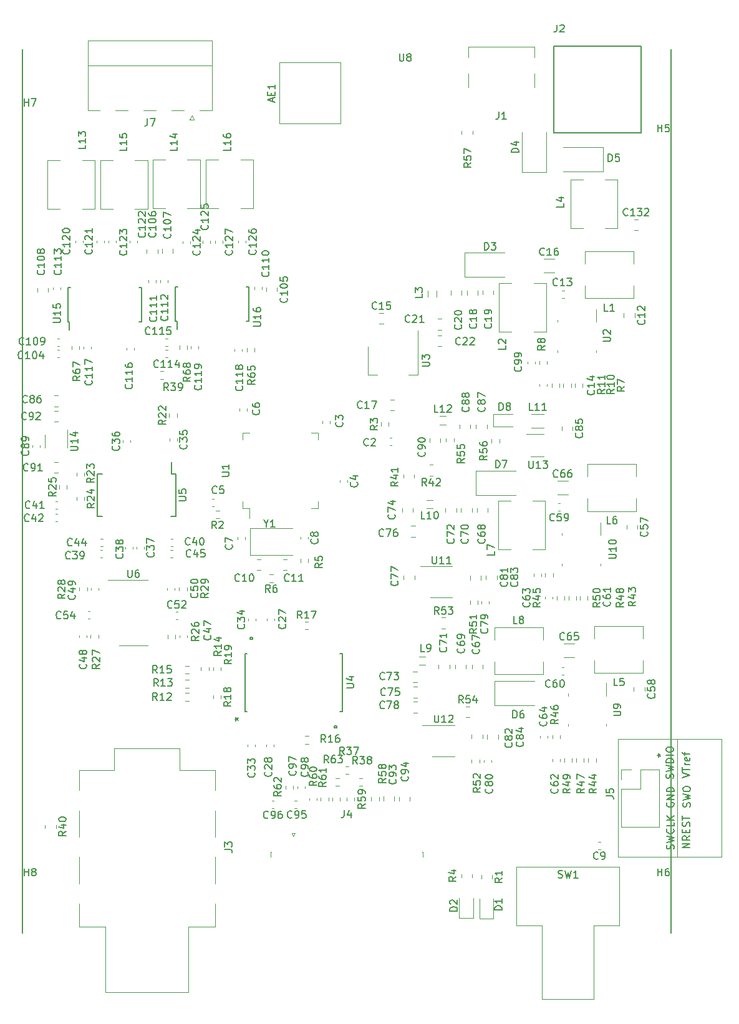
<source format=gbr>
G04 #@! TF.GenerationSoftware,KiCad,Pcbnew,5.1.9*
G04 #@! TF.CreationDate,2021-06-16T15:15:12+08:00*
G04 #@! TF.ProjectId,digital-amplifier2,64696769-7461-46c2-9d61-6d706c696669,rev?*
G04 #@! TF.SameCoordinates,Original*
G04 #@! TF.FileFunction,Legend,Top*
G04 #@! TF.FilePolarity,Positive*
%FSLAX46Y46*%
G04 Gerber Fmt 4.6, Leading zero omitted, Abs format (unit mm)*
G04 Created by KiCad (PCBNEW 5.1.9) date 2021-06-16 15:15:12*
%MOMM*%
%LPD*%
G01*
G04 APERTURE LIST*
%ADD10C,0.150000*%
%ADD11C,0.120000*%
%ADD12C,0.152400*%
G04 APERTURE END LIST*
D10*
X191000000Y-100000000D02*
X191000000Y-220000000D01*
X103000000Y-100000000D02*
X103000000Y-220000000D01*
D11*
X126300000Y-109600000D02*
X125700000Y-109600000D01*
X126000000Y-109000000D02*
X126300000Y-109600000D01*
X125700000Y-109600000D02*
X126000000Y-109000000D01*
X128710000Y-102200000D02*
X111860000Y-102200000D01*
X117330000Y-108310000D02*
X115620000Y-108310000D01*
X121140000Y-108310000D02*
X119430000Y-108310000D01*
X124950000Y-108310000D02*
X123240000Y-108310000D01*
X111860000Y-108310000D02*
X113520000Y-108310000D01*
X128710000Y-108310000D02*
X127050000Y-108310000D01*
X111860000Y-98890000D02*
X111860000Y-108310000D01*
X128710000Y-98890000D02*
X111860000Y-98890000D01*
X128710000Y-108310000D02*
X128710000Y-98890000D01*
X122934000Y-152894420D02*
X122934000Y-153175580D01*
X123954000Y-152894420D02*
X123954000Y-153175580D01*
X160147000Y-196039000D02*
X161647000Y-196039000D01*
X160147000Y-196039000D02*
X158647000Y-196039000D01*
X160147000Y-191819000D02*
X161647000Y-191819000D01*
X160147000Y-191819000D02*
X157272000Y-191819000D01*
X159857440Y-174474400D02*
X161357440Y-174474400D01*
X159857440Y-174474400D02*
X158357440Y-174474400D01*
X159857440Y-170254400D02*
X161357440Y-170254400D01*
X159857440Y-170254400D02*
X156982440Y-170254400D01*
X152815680Y-152817100D02*
X153096840Y-152817100D01*
X152815680Y-153837100D02*
X153096840Y-153837100D01*
X138674580Y-200467498D02*
X138674580Y-199992982D01*
X139719580Y-200467498D02*
X139719580Y-199992982D01*
X146002778Y-200039500D02*
X145528262Y-200039500D01*
X146002778Y-198994500D02*
X145528262Y-198994500D01*
X146084820Y-201596222D02*
X146084820Y-202070738D01*
X145039820Y-201596222D02*
X145039820Y-202070738D01*
X144515100Y-201611462D02*
X144515100Y-202085978D01*
X143470100Y-201611462D02*
X143470100Y-202085978D01*
X148066020Y-201601302D02*
X148066020Y-202075818D01*
X147021020Y-201601302D02*
X147021020Y-202075818D01*
X151383260Y-201545422D02*
X151383260Y-202019938D01*
X150338260Y-201545422D02*
X150338260Y-202019938D01*
X140297440Y-200368780D02*
X140297440Y-200087620D01*
X141317440Y-200368780D02*
X141317440Y-200087620D01*
X137127860Y-203095320D02*
X136846700Y-203095320D01*
X137127860Y-202075320D02*
X136846700Y-202075320D01*
X139932800Y-202082940D02*
X140213960Y-202082940D01*
X139932800Y-203102940D02*
X140213960Y-203102940D01*
X166942640Y-149584040D02*
X166942640Y-151284040D01*
X166942640Y-151284040D02*
X169492640Y-151284040D01*
X166942640Y-149584040D02*
X169492640Y-149584040D01*
X111393500Y-157971258D02*
X111393500Y-157496742D01*
X110348500Y-157971258D02*
X110348500Y-157496742D01*
X133462500Y-140600662D02*
X133462500Y-141075178D01*
X134507500Y-140600662D02*
X134507500Y-141075178D01*
X125855000Y-140367140D02*
X125855000Y-140648300D01*
X126875000Y-140367140D02*
X126875000Y-140648300D01*
X131752880Y-140763380D02*
X131752880Y-141044540D01*
X132772880Y-140763380D02*
X132772880Y-141044540D01*
X111305880Y-140417940D02*
X111305880Y-140699100D01*
X112325880Y-140417940D02*
X112325880Y-140699100D01*
X117092000Y-140575420D02*
X117092000Y-140856580D01*
X118112000Y-140575420D02*
X118112000Y-140856580D01*
X122695580Y-140841000D02*
X122414420Y-140841000D01*
X122695580Y-141861000D02*
X122414420Y-141861000D01*
X108014380Y-140841000D02*
X107733220Y-140841000D01*
X108014380Y-141861000D02*
X107733220Y-141861000D01*
X186027428Y-123120480D02*
X186549932Y-123120480D01*
X186027428Y-124590480D02*
X186549932Y-124590480D01*
X105335800Y-154059500D02*
X105335800Y-153778340D01*
X104315800Y-154059500D02*
X104315800Y-153778340D01*
X112159660Y-176355280D02*
X111878500Y-176355280D01*
X112159660Y-177375280D02*
X111878500Y-177375280D01*
X123791100Y-177400680D02*
X124072260Y-177400680D01*
X123791100Y-176380680D02*
X124072260Y-176380680D01*
X134642320Y-177600220D02*
X134642320Y-177319060D01*
X133622320Y-177600220D02*
X133622320Y-177319060D01*
X133576600Y-194423420D02*
X133576600Y-194704580D01*
X134596600Y-194423420D02*
X134596600Y-194704580D01*
X136075960Y-194453900D02*
X136075960Y-194735060D01*
X137095960Y-194453900D02*
X137095960Y-194735060D01*
X137202640Y-177605300D02*
X137202640Y-177324140D01*
X136182640Y-177605300D02*
X136182640Y-177324140D01*
X163957740Y-196460342D02*
X163957740Y-196934858D01*
X165002740Y-196460342D02*
X165002740Y-196934858D01*
X163736760Y-174890662D02*
X163736760Y-175365178D01*
X164781760Y-174890662D02*
X164781760Y-175365178D01*
X165646640Y-196569720D02*
X165646640Y-196850880D01*
X166666640Y-196569720D02*
X166666640Y-196850880D01*
X165324060Y-174987340D02*
X165324060Y-175268500D01*
X166344060Y-174987340D02*
X166344060Y-175268500D01*
X121682742Y-143749500D02*
X122157258Y-143749500D01*
X121682742Y-144794500D02*
X122157258Y-144794500D01*
X148688022Y-198984340D02*
X149162538Y-198984340D01*
X148688022Y-200029340D02*
X149162538Y-200029340D01*
X146828742Y-197384140D02*
X147303258Y-197384140D01*
X146828742Y-198429140D02*
X147303258Y-198429140D01*
X140737060Y-169700978D02*
X140737060Y-169226462D01*
X141782060Y-169700978D02*
X141782060Y-169226462D01*
X151648900Y-151164058D02*
X151648900Y-150689542D01*
X152693900Y-151164058D02*
X152693900Y-150689542D01*
X129703598Y-163742900D02*
X129229082Y-163742900D01*
X129703598Y-162697900D02*
X129229082Y-162697900D01*
X166690780Y-153450058D02*
X166690780Y-152975542D01*
X167735780Y-153450058D02*
X167735780Y-152975542D01*
X161548340Y-152853622D02*
X161548340Y-153328138D01*
X160503340Y-152853622D02*
X160503340Y-153328138D01*
X116619560Y-153394020D02*
X116619560Y-153112860D01*
X117639560Y-153394020D02*
X117639560Y-153112860D01*
D12*
X146392900Y-189941200D02*
X146392900Y-182092600D01*
X146392900Y-182092600D02*
X146115640Y-182092600D01*
X133184900Y-182092600D02*
X133184900Y-189941200D01*
X133184900Y-189941200D02*
X133462160Y-189941200D01*
X146115640Y-189941200D02*
X146392900Y-189941200D01*
X133462160Y-182092600D02*
X133184900Y-182092600D01*
X145313400Y-192196199D02*
X145694400Y-192196199D01*
X145694400Y-192196199D02*
X145694400Y-191942199D01*
X145694400Y-191942199D02*
X145313400Y-191942199D01*
X145313400Y-191942199D02*
X145313400Y-192196199D01*
X133883400Y-179837601D02*
X134264400Y-179837601D01*
X134264400Y-179837601D02*
X134264400Y-180091601D01*
X134264400Y-180091601D02*
X133883400Y-180091601D01*
X133883400Y-180091601D02*
X133883400Y-179837601D01*
D11*
X173761348Y-130323000D02*
X175183852Y-130323000D01*
X173761348Y-128503000D02*
X175183852Y-128503000D01*
X176582600Y-174760658D02*
X176582600Y-174286142D01*
X175537600Y-174760658D02*
X175537600Y-174286142D01*
X177598600Y-196782458D02*
X177598600Y-196307942D01*
X176553600Y-196782458D02*
X176553600Y-196307942D01*
X177112400Y-174286142D02*
X177112400Y-174760658D01*
X178157400Y-174286142D02*
X178157400Y-174760658D01*
X178179200Y-196307942D02*
X178179200Y-196782458D01*
X179224200Y-196307942D02*
X179224200Y-196782458D01*
X174928000Y-193158342D02*
X174928000Y-193632858D01*
X175973000Y-193158342D02*
X175973000Y-193632858D01*
X173962800Y-171174142D02*
X173962800Y-171648658D01*
X175007800Y-171174142D02*
X175007800Y-171648658D01*
X179804800Y-196307942D02*
X179804800Y-196782458D01*
X180849800Y-196307942D02*
X180849800Y-196782458D01*
X178687200Y-174286142D02*
X178687200Y-174760658D01*
X179732200Y-174286142D02*
X179732200Y-174760658D01*
X175884100Y-145906258D02*
X175884100Y-145431742D01*
X174839100Y-145906258D02*
X174839100Y-145431742D01*
X176413900Y-145419542D02*
X176413900Y-145894058D01*
X177458900Y-145419542D02*
X177458900Y-145894058D01*
X173137300Y-142332942D02*
X173137300Y-142807458D01*
X174182300Y-142332942D02*
X174182300Y-142807458D01*
X177988700Y-145431742D02*
X177988700Y-145906258D01*
X179033700Y-145431742D02*
X179033700Y-145906258D01*
X171575000Y-142429620D02*
X171575000Y-142710780D01*
X172595000Y-142429620D02*
X172595000Y-142710780D01*
X173289500Y-193255020D02*
X173289500Y-193536180D01*
X174309500Y-193255020D02*
X174309500Y-193536180D01*
X172375100Y-171258620D02*
X172375100Y-171539780D01*
X173395100Y-171258620D02*
X173395100Y-171539780D01*
X174940500Y-196404620D02*
X174940500Y-196685780D01*
X175960500Y-196404620D02*
X175960500Y-196685780D01*
X173949900Y-174357420D02*
X173949900Y-174638580D01*
X174969900Y-174357420D02*
X174969900Y-174638580D01*
X176505480Y-183919400D02*
X176224320Y-183919400D01*
X176505480Y-184939400D02*
X176224320Y-184939400D01*
X175984780Y-161689320D02*
X175703620Y-161689320D01*
X175984780Y-162709320D02*
X175703620Y-162709320D01*
X173149800Y-145515420D02*
X173149800Y-145796580D01*
X174169800Y-145515420D02*
X174169800Y-145796580D01*
X176518180Y-132789200D02*
X176237020Y-132789200D01*
X176518180Y-133809200D02*
X176237020Y-133809200D01*
X183768600Y-124331000D02*
X182068600Y-124331000D01*
X183768600Y-117731000D02*
X183768600Y-124331000D01*
X182068600Y-117731000D02*
X183768600Y-117731000D01*
X177368600Y-117731000D02*
X179068600Y-117731000D01*
X177368600Y-124331000D02*
X177368600Y-117731000D01*
X179068600Y-124331000D02*
X177368600Y-124331000D01*
X124318500Y-140265382D02*
X124318500Y-140739898D01*
X125363500Y-140265382D02*
X125363500Y-140739898D01*
X109672860Y-140311102D02*
X109672860Y-140785618D01*
X110717860Y-140311102D02*
X110717860Y-140785618D01*
D10*
X123951800Y-136970400D02*
X123951800Y-138045400D01*
X133727600Y-136970400D02*
X133727600Y-132320400D01*
X123726800Y-136970400D02*
X123726800Y-132320400D01*
X133727600Y-136970400D02*
X133402600Y-136970400D01*
X133727600Y-132320400D02*
X133402600Y-132320400D01*
X123726800Y-132320400D02*
X124051800Y-132320400D01*
X123726800Y-136970400D02*
X123951800Y-136970400D01*
X109147200Y-137021200D02*
X109372200Y-137021200D01*
X109147200Y-132371200D02*
X109472200Y-132371200D01*
X119148000Y-132371200D02*
X118823000Y-132371200D01*
X119148000Y-137021200D02*
X118823000Y-137021200D01*
X109147200Y-137021200D02*
X109147200Y-132371200D01*
X119148000Y-137021200D02*
X119148000Y-132371200D01*
X109372200Y-137021200D02*
X109372200Y-138096200D01*
D11*
X129589400Y-121638600D02*
X127889400Y-121638600D01*
X127889400Y-121638600D02*
X127889400Y-115038600D01*
X127889400Y-115038600D02*
X129589400Y-115038600D01*
X132589400Y-115038600D02*
X134289400Y-115038600D01*
X134289400Y-115038600D02*
X134289400Y-121638600D01*
X134289400Y-121638600D02*
X132589400Y-121638600D01*
X115263800Y-121689400D02*
X113563800Y-121689400D01*
X113563800Y-121689400D02*
X113563800Y-115089400D01*
X113563800Y-115089400D02*
X115263800Y-115089400D01*
X118263800Y-115089400D02*
X119963800Y-115089400D01*
X119963800Y-115089400D02*
X119963800Y-121689400D01*
X119963800Y-121689400D02*
X118263800Y-121689400D01*
X122375800Y-121638600D02*
X120675800Y-121638600D01*
X120675800Y-121638600D02*
X120675800Y-115038600D01*
X120675800Y-115038600D02*
X122375800Y-115038600D01*
X125375800Y-115038600D02*
X127075800Y-115038600D01*
X127075800Y-115038600D02*
X127075800Y-121638600D01*
X127075800Y-121638600D02*
X125375800Y-121638600D01*
X108101000Y-121689400D02*
X106401000Y-121689400D01*
X106401000Y-121689400D02*
X106401000Y-115089400D01*
X106401000Y-115089400D02*
X108101000Y-115089400D01*
X111101000Y-115089400D02*
X112801000Y-115089400D01*
X112801000Y-115089400D02*
X112801000Y-121689400D01*
X112801000Y-121689400D02*
X111101000Y-121689400D01*
X136785000Y-209040000D02*
X136675000Y-209040000D01*
X136675000Y-209040000D02*
X136675000Y-209640000D01*
X157215000Y-209040000D02*
X157325000Y-209040000D01*
X157325000Y-209040000D02*
X157325000Y-209640000D01*
X139550000Y-206450000D02*
X139750000Y-206850000D01*
X139750000Y-206850000D02*
X139950000Y-206450000D01*
X139950000Y-206450000D02*
X139550000Y-206450000D01*
X130126200Y-126072020D02*
X130126200Y-126353180D01*
X129106200Y-126072020D02*
X129106200Y-126353180D01*
X133326600Y-126021220D02*
X133326600Y-126302380D01*
X132306600Y-126021220D02*
X132306600Y-126302380D01*
X128500600Y-126072020D02*
X128500600Y-126353180D01*
X127480600Y-126072020D02*
X127480600Y-126353180D01*
X125737080Y-126102500D02*
X125737080Y-126383660D01*
X124717080Y-126102500D02*
X124717080Y-126383660D01*
X115699000Y-126021220D02*
X115699000Y-126302380D01*
X114679000Y-126021220D02*
X114679000Y-126302380D01*
X118528560Y-126011060D02*
X118528560Y-126292220D01*
X117508560Y-126011060D02*
X117508560Y-126292220D01*
X114073400Y-126021220D02*
X114073400Y-126302380D01*
X113053400Y-126021220D02*
X113053400Y-126302380D01*
X111203200Y-125995820D02*
X111203200Y-126276980D01*
X110183200Y-125995820D02*
X110183200Y-126276980D01*
X122695580Y-140337000D02*
X122414420Y-140337000D01*
X122695580Y-139317000D02*
X122414420Y-139317000D01*
X108114560Y-132386460D02*
X108114560Y-132667620D01*
X107094560Y-132386460D02*
X107094560Y-132667620D01*
X122729720Y-131390780D02*
X122729720Y-131671940D01*
X121709720Y-131390780D02*
X121709720Y-131671940D01*
X121073640Y-131400940D02*
X121073640Y-131682100D01*
X120053640Y-131400940D02*
X120053640Y-131682100D01*
X135490680Y-132315340D02*
X135490680Y-132596500D01*
X134470680Y-132315340D02*
X134470680Y-132596500D01*
X108016920Y-140337000D02*
X107735760Y-140337000D01*
X108016920Y-139317000D02*
X107735760Y-139317000D01*
X106449800Y-132484228D02*
X106449800Y-133006732D01*
X104979800Y-132484228D02*
X104979800Y-133006732D01*
X121941920Y-127693052D02*
X121941920Y-127170548D01*
X123411920Y-127693052D02*
X123411920Y-127170548D01*
X119859120Y-127698132D02*
X119859120Y-127175628D01*
X121329120Y-127698132D02*
X121329120Y-127175628D01*
X137559720Y-132402948D02*
X137559720Y-132925452D01*
X136089720Y-132402948D02*
X136089720Y-132925452D01*
X141923040Y-201989300D02*
X141923040Y-201708140D01*
X142943040Y-201989300D02*
X142943040Y-201708140D01*
X155575940Y-201511268D02*
X155575940Y-202033772D01*
X154105940Y-201511268D02*
X154105940Y-202033772D01*
X153455040Y-201498568D02*
X153455040Y-202021072D01*
X151985040Y-201498568D02*
X151985040Y-202021072D01*
X170000000Y-211000000D02*
X170000000Y-219000000D01*
X170000000Y-219000000D02*
X173500000Y-219000000D01*
X173500000Y-219000000D02*
X173500000Y-229000000D01*
X173500000Y-229000000D02*
X180500000Y-229000000D01*
X180500000Y-219000000D02*
X180500000Y-229000000D01*
X184000000Y-219000000D02*
X180500000Y-219000000D01*
X184000000Y-219000000D02*
X184000000Y-211000000D01*
X184000000Y-211000000D02*
X170000000Y-211000000D01*
X124267700Y-173066942D02*
X124267700Y-173541458D01*
X125312700Y-173066942D02*
X125312700Y-173541458D01*
X110704100Y-173066942D02*
X110704100Y-173541458D01*
X111749100Y-173066942D02*
X111749100Y-173541458D01*
X113298500Y-179980358D02*
X113298500Y-179505842D01*
X112253500Y-179980358D02*
X112253500Y-179505842D01*
X123725200Y-180005758D02*
X123725200Y-179531242D01*
X122680200Y-180005758D02*
X122680200Y-179531242D01*
X109026220Y-159713698D02*
X109026220Y-159239182D01*
X107981220Y-159713698D02*
X107981220Y-159239182D01*
X110348500Y-160798742D02*
X110348500Y-161273258D01*
X111393500Y-160798742D02*
X111393500Y-161273258D01*
X123966500Y-149970258D02*
X123966500Y-149495742D01*
X122921500Y-149970258D02*
X122921500Y-149495742D01*
X129935500Y-184387258D02*
X129935500Y-183912742D01*
X128890500Y-184387258D02*
X128890500Y-183912742D01*
X128890500Y-187722742D02*
X128890500Y-188197258D01*
X129935500Y-187722742D02*
X129935500Y-188197258D01*
X141324062Y-178784780D02*
X141798578Y-178784780D01*
X141324062Y-177739780D02*
X141798578Y-177739780D01*
X141337262Y-194329580D02*
X141811778Y-194329580D01*
X141337262Y-193284580D02*
X141811778Y-193284580D01*
X125586258Y-183754500D02*
X125111742Y-183754500D01*
X125586258Y-184799500D02*
X125111742Y-184799500D01*
X128284500Y-184387258D02*
X128284500Y-183912742D01*
X127239500Y-184387258D02*
X127239500Y-183912742D01*
X125586258Y-185659500D02*
X125111742Y-185659500D01*
X125586258Y-186704500D02*
X125111742Y-186704500D01*
X125586258Y-187437500D02*
X125111742Y-187437500D01*
X125586258Y-188482500D02*
X125111742Y-188482500D01*
X122629200Y-173163620D02*
X122629200Y-173444780D01*
X123649200Y-173163620D02*
X123649200Y-173444780D01*
X112316800Y-173176320D02*
X112316800Y-173457480D01*
X113336800Y-173176320D02*
X113336800Y-173457480D01*
X111673100Y-179870680D02*
X111673100Y-179589520D01*
X110653100Y-179870680D02*
X110653100Y-179589520D01*
X125376400Y-179909080D02*
X125376400Y-179627920D01*
X124356400Y-179909080D02*
X124356400Y-179627920D01*
X123368680Y-168031700D02*
X123087520Y-168031700D01*
X123368680Y-169051700D02*
X123087520Y-169051700D01*
X113587920Y-167515000D02*
X113869080Y-167515000D01*
X113587920Y-166495000D02*
X113869080Y-166495000D01*
X107765460Y-163076160D02*
X107484300Y-163076160D01*
X107765460Y-164096160D02*
X107484300Y-164096160D01*
X107750220Y-161435320D02*
X107469060Y-161435320D01*
X107750220Y-162455320D02*
X107469060Y-162455320D01*
X123394080Y-166482300D02*
X123112920Y-166482300D01*
X123394080Y-167502300D02*
X123112920Y-167502300D01*
X113575220Y-169039000D02*
X113856380Y-169039000D01*
X113575220Y-168019000D02*
X113856380Y-168019000D01*
X116952300Y-167562920D02*
X116952300Y-167844080D01*
X117972300Y-167562920D02*
X117972300Y-167844080D01*
X118476300Y-167562920D02*
X118476300Y-167844080D01*
X119496300Y-167562920D02*
X119496300Y-167844080D01*
X181435620Y-207617600D02*
X181154460Y-207617600D01*
X181435620Y-208637600D02*
X181154460Y-208637600D01*
X140734320Y-166224340D02*
X140734320Y-166505500D01*
X141754320Y-166224340D02*
X141754320Y-166505500D01*
X132230400Y-166285300D02*
X132230400Y-166566460D01*
X133250400Y-166285300D02*
X133250400Y-166566460D01*
X133476460Y-149111580D02*
X133476460Y-148830420D01*
X132456460Y-149111580D02*
X132456460Y-148830420D01*
X128984620Y-161115280D02*
X128703460Y-161115280D01*
X128984620Y-162135280D02*
X128703460Y-162135280D01*
X146103880Y-158525600D02*
X146103880Y-158806760D01*
X147123880Y-158525600D02*
X147123880Y-158806760D01*
X144715960Y-150803220D02*
X144715960Y-150522060D01*
X143695960Y-150803220D02*
X143695960Y-150522060D01*
X164084940Y-111583204D02*
X164084940Y-111129076D01*
X162614940Y-111583204D02*
X162614940Y-111129076D01*
X172470000Y-105170000D02*
X172470000Y-103370000D01*
X172470000Y-99660000D02*
X172470000Y-101120000D01*
X163530000Y-99660000D02*
X163530000Y-101120000D01*
X163530000Y-105170000D02*
X163530000Y-103370000D01*
X163530000Y-99660000D02*
X172470000Y-99660000D01*
X137850000Y-101850000D02*
X146150000Y-101850000D01*
X137850000Y-110150000D02*
X146150000Y-110150000D01*
X146150000Y-101850000D02*
X146150000Y-110150000D01*
X137850000Y-101850000D02*
X137850000Y-110150000D01*
X133906800Y-168665300D02*
X139656800Y-168665300D01*
X133906800Y-165065300D02*
X133906800Y-168665300D01*
X139656800Y-165065300D02*
X133906800Y-165065300D01*
X109091700Y-154143600D02*
X109091700Y-151713600D01*
X106021700Y-152383600D02*
X106021700Y-154143600D01*
X173782880Y-152241280D02*
X171352880Y-152241280D01*
X172022880Y-155311280D02*
X173782880Y-155311280D01*
X181464100Y-165983816D02*
X181464100Y-164269400D01*
X181464100Y-169854984D02*
X181464100Y-170119400D01*
X176244100Y-165983816D02*
X176244100Y-165719400D01*
X176244100Y-169854984D02*
X176244100Y-170119400D01*
X182251500Y-187802416D02*
X182251500Y-186088000D01*
X182251500Y-191673584D02*
X182251500Y-191938000D01*
X177031500Y-187802416D02*
X177031500Y-187538000D01*
X177031500Y-191673584D02*
X177031500Y-191938000D01*
X118046500Y-172107700D02*
X114596500Y-172107700D01*
X118046500Y-172107700D02*
X119996500Y-172107700D01*
X118046500Y-180977700D02*
X116096500Y-180977700D01*
X118046500Y-180977700D02*
X119996500Y-180977700D01*
D10*
X123241000Y-157691100D02*
X123241000Y-156091100D01*
X113166000Y-157691100D02*
X113166000Y-163441100D01*
X123816000Y-157691100D02*
X123816000Y-163441100D01*
X113166000Y-157691100D02*
X113816000Y-157691100D01*
X113166000Y-163441100D02*
X113816000Y-163441100D01*
X123816000Y-163441100D02*
X123166000Y-163441100D01*
X123816000Y-157691100D02*
X123241000Y-157691100D01*
D11*
X156693920Y-138211120D02*
X156693920Y-144221120D01*
X149873920Y-140461120D02*
X149873920Y-144221120D01*
X156693920Y-144221120D02*
X155433920Y-144221120D01*
X149873920Y-144221120D02*
X151133920Y-144221120D01*
X180841800Y-137078616D02*
X180841800Y-135364200D01*
X180841800Y-140949784D02*
X180841800Y-141214200D01*
X175621800Y-137078616D02*
X175621800Y-136814200D01*
X175621800Y-140949784D02*
X175621800Y-141214200D01*
X133825500Y-162348700D02*
X133825500Y-163688700D01*
X132875500Y-162348700D02*
X133825500Y-162348700D01*
X132875500Y-161398700D02*
X132875500Y-162348700D01*
X132875500Y-152128700D02*
X133825500Y-152128700D01*
X132875500Y-153078700D02*
X132875500Y-152128700D01*
X143095500Y-162348700D02*
X142145500Y-162348700D01*
X143095500Y-161398700D02*
X143095500Y-162348700D01*
X143095500Y-152128700D02*
X142145500Y-152128700D01*
X143095500Y-153078700D02*
X143095500Y-152128700D01*
X163221936Y-190727000D02*
X163676064Y-190727000D01*
X163221936Y-189257000D02*
X163676064Y-189257000D01*
X159919936Y-178662000D02*
X160374064Y-178662000D01*
X159919936Y-177192000D02*
X160374064Y-177192000D01*
X158697664Y-156465600D02*
X158243536Y-156465600D01*
X158697664Y-157935600D02*
X158243536Y-157935600D01*
X154718080Y-157750776D02*
X154718080Y-158204904D01*
X156188080Y-157750776D02*
X156188080Y-158204904D01*
X106072000Y-205335136D02*
X106072000Y-205789264D01*
X107542000Y-205335136D02*
X107542000Y-205789264D01*
X137016258Y-171346600D02*
X136541742Y-171346600D01*
X137016258Y-172391600D02*
X136541742Y-172391600D01*
X162574300Y-212053436D02*
X162574300Y-212507564D01*
X164044300Y-212053436D02*
X164044300Y-212507564D01*
X165289560Y-212157576D02*
X165289560Y-212611704D01*
X166759560Y-212157576D02*
X166759560Y-212611704D01*
X159650858Y-150968640D02*
X160450102Y-150968640D01*
X159650858Y-149848640D02*
X160450102Y-149848640D01*
X172093038Y-151397380D02*
X173763522Y-151397380D01*
X172093038Y-149577380D02*
X173763522Y-149577380D01*
X158654322Y-161212600D02*
X157855078Y-161212600D01*
X158654322Y-162332600D02*
X157855078Y-162332600D01*
X157663722Y-182472400D02*
X156864478Y-182472400D01*
X157663722Y-183592400D02*
X156864478Y-183592400D01*
X167070500Y-184911600D02*
X167070500Y-183211600D01*
X173670500Y-184911600D02*
X167070500Y-184911600D01*
X173670500Y-183211600D02*
X173670500Y-184911600D01*
X173670500Y-178511600D02*
X173670500Y-180211600D01*
X167070500Y-178511600D02*
X173670500Y-178511600D01*
X167070500Y-180211600D02*
X167070500Y-178511600D01*
X173951500Y-167968200D02*
X172251500Y-167968200D01*
X173951500Y-161368200D02*
X173951500Y-167968200D01*
X172251500Y-161368200D02*
X173951500Y-161368200D01*
X167551500Y-161368200D02*
X169251500Y-161368200D01*
X167551500Y-167968200D02*
X167551500Y-161368200D01*
X169251500Y-167968200D02*
X167551500Y-167968200D01*
X179719700Y-162737400D02*
X179719700Y-161037400D01*
X186319700Y-162737400D02*
X179719700Y-162737400D01*
X186319700Y-161037400D02*
X186319700Y-162737400D01*
X186319700Y-156337400D02*
X186319700Y-158037400D01*
X179719700Y-156337400D02*
X186319700Y-156337400D01*
X179719700Y-158037400D02*
X179719700Y-156337400D01*
X180659500Y-184733800D02*
X180659500Y-183033800D01*
X187259500Y-184733800D02*
X180659500Y-184733800D01*
X187259500Y-183033800D02*
X187259500Y-184733800D01*
X187259500Y-178333800D02*
X187259500Y-180033800D01*
X180659500Y-178333800D02*
X187259500Y-178333800D01*
X180659500Y-180033800D02*
X180659500Y-178333800D01*
X158042680Y-132823378D02*
X158042680Y-133622622D01*
X159162680Y-132823378D02*
X159162680Y-133622622D01*
X174091200Y-138428000D02*
X172391200Y-138428000D01*
X174091200Y-131828000D02*
X174091200Y-138428000D01*
X172391200Y-131828000D02*
X174091200Y-131828000D01*
X167691200Y-131828000D02*
X169391200Y-131828000D01*
X167691200Y-138428000D02*
X167691200Y-131828000D01*
X169391200Y-138428000D02*
X167691200Y-138428000D01*
X179351400Y-133857600D02*
X179351400Y-132157600D01*
X185951400Y-133857600D02*
X179351400Y-133857600D01*
X185951400Y-132157600D02*
X185951400Y-133857600D01*
X185951400Y-127457600D02*
X185951400Y-129157600D01*
X179351400Y-127457600D02*
X185951400Y-127457600D01*
X179351400Y-129157600D02*
X179351400Y-127457600D01*
X184255100Y-197844100D02*
X185585100Y-197844100D01*
X184255100Y-199174100D02*
X184255100Y-197844100D01*
X186855100Y-197844100D02*
X189455100Y-197844100D01*
X186855100Y-200444100D02*
X186855100Y-197844100D01*
X184255100Y-200444100D02*
X186855100Y-200444100D01*
X189455100Y-197844100D02*
X189455100Y-205584100D01*
X184255100Y-200444100D02*
X184255100Y-205584100D01*
X184255100Y-205584100D02*
X189455100Y-205584100D01*
X191871600Y-209650600D02*
X191871600Y-193650600D01*
X197871600Y-193650600D02*
X191871600Y-193650600D01*
X197871600Y-209650600D02*
X197871600Y-193650600D01*
X191871600Y-209650600D02*
X197871600Y-209650600D01*
X191871600Y-209650600D02*
X183871600Y-209650600D01*
X183871600Y-209650600D02*
X183871600Y-193650600D01*
X191871600Y-193650600D02*
X183871600Y-193650600D01*
X125505000Y-219170000D02*
X129105000Y-219170000D01*
X124355000Y-197930000D02*
X129105000Y-197930000D01*
X124355000Y-194930000D02*
X124355000Y-197930000D01*
X115455000Y-194930000D02*
X124355000Y-194930000D01*
X110665000Y-197930000D02*
X115415000Y-197930000D01*
X129105000Y-197930000D02*
X129105000Y-200650000D01*
X129105000Y-203400000D02*
X129105000Y-207000000D01*
X129105000Y-209700000D02*
X129105000Y-213300000D01*
X110665000Y-213300000D02*
X110665000Y-209700000D01*
X110665000Y-207000000D02*
X110665000Y-203400000D01*
X110665000Y-200650000D02*
X110665000Y-197930000D01*
X110665000Y-219170000D02*
X110665000Y-216050000D01*
X129105000Y-219170000D02*
X129105000Y-216050000D01*
X110665000Y-219170000D02*
X114265000Y-219170000D01*
X115415000Y-194930000D02*
X115415000Y-197930000D01*
X114265000Y-219170000D02*
X114265000Y-228020000D01*
X114265000Y-228020000D02*
X125505000Y-228020000D01*
X125505000Y-219170000D02*
X125505000Y-228020000D01*
D10*
X175111000Y-99624720D02*
X175113540Y-99622180D01*
X186960100Y-99622180D02*
X175113540Y-99622180D01*
X186960100Y-111379840D02*
X186960100Y-99622180D01*
X175103380Y-111379840D02*
X186960100Y-111379840D01*
X175103380Y-99617100D02*
X175103380Y-111379840D01*
D11*
X164564100Y-157252400D02*
X169964100Y-157252400D01*
X164564100Y-160552400D02*
X169964100Y-160552400D01*
X164564100Y-157252400D02*
X164564100Y-160552400D01*
X167072100Y-185802000D02*
X172472100Y-185802000D01*
X167072100Y-189102000D02*
X172472100Y-189102000D01*
X167072100Y-185802000D02*
X167072100Y-189102000D01*
X181784200Y-116661200D02*
X176384200Y-116661200D01*
X181784200Y-113361200D02*
X176384200Y-113361200D01*
X181784200Y-116661200D02*
X181784200Y-113361200D01*
X170765200Y-116709400D02*
X170765200Y-111309400D01*
X174065200Y-116709400D02*
X174065200Y-111309400D01*
X170765200Y-116709400D02*
X174065200Y-116709400D01*
X163046200Y-127661400D02*
X168446200Y-127661400D01*
X163046200Y-130961400D02*
X168446200Y-130961400D01*
X163046200Y-127661400D02*
X163046200Y-130961400D01*
X164180400Y-217991400D02*
X164180400Y-215306400D01*
X162260400Y-217991400D02*
X164180400Y-217991400D01*
X162260400Y-215306400D02*
X162260400Y-217991400D01*
X166923600Y-218029500D02*
X166923600Y-215344500D01*
X165003600Y-218029500D02*
X166923600Y-218029500D01*
X165003600Y-215344500D02*
X165003600Y-218029500D01*
X107817552Y-149137700D02*
X107295048Y-149137700D01*
X107817552Y-150607700D02*
X107295048Y-150607700D01*
X107842952Y-156097300D02*
X107320448Y-156097300D01*
X107842952Y-157567300D02*
X107320448Y-157567300D01*
X158248680Y-152870268D02*
X158248680Y-153392772D01*
X159718680Y-152870268D02*
X159718680Y-153392772D01*
X162335540Y-150998288D02*
X162335540Y-151520792D01*
X163805540Y-150998288D02*
X163805540Y-151520792D01*
X164558040Y-151010988D02*
X164558040Y-151533492D01*
X166028040Y-151010988D02*
X166028040Y-151533492D01*
X107807352Y-147042200D02*
X107284848Y-147042200D01*
X107807352Y-148512200D02*
X107284848Y-148512200D01*
X176186160Y-151244668D02*
X176186160Y-151767172D01*
X177656160Y-151244668D02*
X177656160Y-151767172D01*
X167572360Y-193639072D02*
X167572360Y-193116568D01*
X166102360Y-193639072D02*
X166102360Y-193116568D01*
X165927100Y-171518948D02*
X165927100Y-172041452D01*
X167397100Y-171518948D02*
X167397100Y-172041452D01*
X165438760Y-193626372D02*
X165438760Y-193103868D01*
X163968760Y-193626372D02*
X163968760Y-193103868D01*
X163780800Y-171531648D02*
X163780800Y-172054152D01*
X165250800Y-171531648D02*
X165250800Y-172054152D01*
X156598252Y-188622000D02*
X156075748Y-188622000D01*
X156598252Y-190092000D02*
X156075748Y-190092000D01*
X154743480Y-171513868D02*
X154743480Y-172036372D01*
X156213480Y-171513868D02*
X156213480Y-172036372D01*
X155773488Y-166223620D02*
X156295992Y-166223620D01*
X155773488Y-164753620D02*
X156295992Y-164753620D01*
X156063008Y-188057460D02*
X156585512Y-188057460D01*
X156063008Y-186587460D02*
X156585512Y-186587460D01*
X154547900Y-162374948D02*
X154547900Y-162897452D01*
X156017900Y-162374948D02*
X156017900Y-162897452D01*
X156027488Y-185972120D02*
X156549992Y-185972120D01*
X156027488Y-184502120D02*
X156549992Y-184502120D01*
X160415300Y-162349548D02*
X160415300Y-162872052D01*
X161885300Y-162349548D02*
X161885300Y-162872052D01*
X159475500Y-183583948D02*
X159475500Y-184106452D01*
X160945500Y-183583948D02*
X160945500Y-184106452D01*
X162523500Y-162349548D02*
X162523500Y-162872052D01*
X163993500Y-162349548D02*
X163993500Y-162872052D01*
X161710700Y-183609348D02*
X161710700Y-184131852D01*
X163180700Y-183609348D02*
X163180700Y-184131852D01*
X164707900Y-162349548D02*
X164707900Y-162872052D01*
X166177900Y-162349548D02*
X166177900Y-162872052D01*
X163996700Y-183609348D02*
X163996700Y-184131852D01*
X165466700Y-183609348D02*
X165466700Y-184131852D01*
X175604648Y-160447400D02*
X177027152Y-160447400D01*
X175604648Y-158627400D02*
X177027152Y-158627400D01*
X176491848Y-182545400D02*
X177914352Y-182545400D01*
X176491848Y-180725400D02*
X177914352Y-180725400D01*
X185993100Y-186631948D02*
X185993100Y-187154452D01*
X187463100Y-186631948D02*
X187463100Y-187154452D01*
X185002500Y-164635548D02*
X185002500Y-165158052D01*
X186472500Y-164635548D02*
X186472500Y-165158052D01*
X159352348Y-140358800D02*
X159874852Y-140358800D01*
X159352348Y-138888800D02*
X159874852Y-138888800D01*
X159377748Y-138098200D02*
X159900252Y-138098200D01*
X159377748Y-136628200D02*
X159900252Y-136628200D01*
X161113800Y-132834748D02*
X161113800Y-133357252D01*
X162583800Y-132834748D02*
X162583800Y-133357252D01*
X165440600Y-132817948D02*
X165440600Y-133340452D01*
X166910600Y-132817948D02*
X166910600Y-133340452D01*
X163323600Y-132834748D02*
X163323600Y-133357252D01*
X164793600Y-132834748D02*
X164793600Y-133357252D01*
X152921068Y-149055760D02*
X153443572Y-149055760D01*
X152921068Y-147585760D02*
X153443572Y-147585760D01*
X151447868Y-137290480D02*
X151970372Y-137290480D01*
X151447868Y-135820480D02*
X151970372Y-135820480D01*
X184634200Y-135882748D02*
X184634200Y-136405252D01*
X186104200Y-135882748D02*
X186104200Y-136405252D01*
X138349048Y-170749900D02*
X138871552Y-170749900D01*
X138349048Y-169279900D02*
X138871552Y-169279900D01*
X135363852Y-169279900D02*
X134841348Y-169279900D01*
X135363852Y-170749900D02*
X134841348Y-170749900D01*
D10*
X119946666Y-109452380D02*
X119946666Y-110166666D01*
X119899047Y-110309523D01*
X119803809Y-110404761D01*
X119660952Y-110452380D01*
X119565714Y-110452380D01*
X120327619Y-109452380D02*
X120994285Y-109452380D01*
X120565714Y-110452380D01*
X125231142Y-153677857D02*
X125278761Y-153725476D01*
X125326380Y-153868333D01*
X125326380Y-153963571D01*
X125278761Y-154106428D01*
X125183523Y-154201666D01*
X125088285Y-154249285D01*
X124897809Y-154296904D01*
X124754952Y-154296904D01*
X124564476Y-154249285D01*
X124469238Y-154201666D01*
X124374000Y-154106428D01*
X124326380Y-153963571D01*
X124326380Y-153868333D01*
X124374000Y-153725476D01*
X124421619Y-153677857D01*
X124326380Y-153344523D02*
X124326380Y-152725476D01*
X124707333Y-153058809D01*
X124707333Y-152915952D01*
X124754952Y-152820714D01*
X124802571Y-152773095D01*
X124897809Y-152725476D01*
X125135904Y-152725476D01*
X125231142Y-152773095D01*
X125278761Y-152820714D01*
X125326380Y-152915952D01*
X125326380Y-153201666D01*
X125278761Y-153296904D01*
X125231142Y-153344523D01*
X124326380Y-151820714D02*
X124326380Y-152296904D01*
X124802571Y-152344523D01*
X124754952Y-152296904D01*
X124707333Y-152201666D01*
X124707333Y-151963571D01*
X124754952Y-151868333D01*
X124802571Y-151820714D01*
X124897809Y-151773095D01*
X125135904Y-151773095D01*
X125231142Y-151820714D01*
X125278761Y-151868333D01*
X125326380Y-151963571D01*
X125326380Y-152201666D01*
X125278761Y-152296904D01*
X125231142Y-152344523D01*
X158908904Y-190431380D02*
X158908904Y-191240904D01*
X158956523Y-191336142D01*
X159004142Y-191383761D01*
X159099380Y-191431380D01*
X159289857Y-191431380D01*
X159385095Y-191383761D01*
X159432714Y-191336142D01*
X159480333Y-191240904D01*
X159480333Y-190431380D01*
X160480333Y-191431380D02*
X159908904Y-191431380D01*
X160194619Y-191431380D02*
X160194619Y-190431380D01*
X160099380Y-190574238D01*
X160004142Y-190669476D01*
X159908904Y-190717095D01*
X160861285Y-190526619D02*
X160908904Y-190479000D01*
X161004142Y-190431380D01*
X161242238Y-190431380D01*
X161337476Y-190479000D01*
X161385095Y-190526619D01*
X161432714Y-190621857D01*
X161432714Y-190717095D01*
X161385095Y-190859952D01*
X160813666Y-191431380D01*
X161432714Y-191431380D01*
X158619344Y-168866780D02*
X158619344Y-169676304D01*
X158666963Y-169771542D01*
X158714582Y-169819161D01*
X158809820Y-169866780D01*
X159000297Y-169866780D01*
X159095535Y-169819161D01*
X159143154Y-169771542D01*
X159190773Y-169676304D01*
X159190773Y-168866780D01*
X160190773Y-169866780D02*
X159619344Y-169866780D01*
X159905059Y-169866780D02*
X159905059Y-168866780D01*
X159809820Y-169009638D01*
X159714582Y-169104876D01*
X159619344Y-169152495D01*
X161143154Y-169866780D02*
X160571725Y-169866780D01*
X160857440Y-169866780D02*
X160857440Y-168866780D01*
X160762201Y-169009638D01*
X160666963Y-169104876D01*
X160571725Y-169152495D01*
X149947333Y-153773142D02*
X149899714Y-153820761D01*
X149756857Y-153868380D01*
X149661619Y-153868380D01*
X149518761Y-153820761D01*
X149423523Y-153725523D01*
X149375904Y-153630285D01*
X149328285Y-153439809D01*
X149328285Y-153296952D01*
X149375904Y-153106476D01*
X149423523Y-153011238D01*
X149518761Y-152916000D01*
X149661619Y-152868380D01*
X149756857Y-152868380D01*
X149899714Y-152916000D01*
X149947333Y-152963619D01*
X150328285Y-152963619D02*
X150375904Y-152916000D01*
X150471142Y-152868380D01*
X150709238Y-152868380D01*
X150804476Y-152916000D01*
X150852095Y-152963619D01*
X150899714Y-153058857D01*
X150899714Y-153154095D01*
X150852095Y-153296952D01*
X150280666Y-153868380D01*
X150899714Y-153868380D01*
X138120380Y-200794857D02*
X137644190Y-201128190D01*
X138120380Y-201366285D02*
X137120380Y-201366285D01*
X137120380Y-200985333D01*
X137168000Y-200890095D01*
X137215619Y-200842476D01*
X137310857Y-200794857D01*
X137453714Y-200794857D01*
X137548952Y-200842476D01*
X137596571Y-200890095D01*
X137644190Y-200985333D01*
X137644190Y-201366285D01*
X137120380Y-199937714D02*
X137120380Y-200128190D01*
X137168000Y-200223428D01*
X137215619Y-200271047D01*
X137358476Y-200366285D01*
X137548952Y-200413904D01*
X137929904Y-200413904D01*
X138025142Y-200366285D01*
X138072761Y-200318666D01*
X138120380Y-200223428D01*
X138120380Y-200032952D01*
X138072761Y-199937714D01*
X138025142Y-199890095D01*
X137929904Y-199842476D01*
X137691809Y-199842476D01*
X137596571Y-199890095D01*
X137548952Y-199937714D01*
X137501333Y-200032952D01*
X137501333Y-200223428D01*
X137548952Y-200318666D01*
X137596571Y-200366285D01*
X137691809Y-200413904D01*
X137215619Y-199461523D02*
X137168000Y-199413904D01*
X137120380Y-199318666D01*
X137120380Y-199080571D01*
X137168000Y-198985333D01*
X137215619Y-198937714D01*
X137310857Y-198890095D01*
X137406095Y-198890095D01*
X137548952Y-198937714D01*
X138120380Y-199509142D01*
X138120380Y-198890095D01*
X144518142Y-196921380D02*
X144184809Y-196445190D01*
X143946714Y-196921380D02*
X143946714Y-195921380D01*
X144327666Y-195921380D01*
X144422904Y-195969000D01*
X144470523Y-196016619D01*
X144518142Y-196111857D01*
X144518142Y-196254714D01*
X144470523Y-196349952D01*
X144422904Y-196397571D01*
X144327666Y-196445190D01*
X143946714Y-196445190D01*
X145375285Y-195921380D02*
X145184809Y-195921380D01*
X145089571Y-195969000D01*
X145041952Y-196016619D01*
X144946714Y-196159476D01*
X144899095Y-196349952D01*
X144899095Y-196730904D01*
X144946714Y-196826142D01*
X144994333Y-196873761D01*
X145089571Y-196921380D01*
X145280047Y-196921380D01*
X145375285Y-196873761D01*
X145422904Y-196826142D01*
X145470523Y-196730904D01*
X145470523Y-196492809D01*
X145422904Y-196397571D01*
X145375285Y-196349952D01*
X145280047Y-196302333D01*
X145089571Y-196302333D01*
X144994333Y-196349952D01*
X144946714Y-196397571D01*
X144899095Y-196492809D01*
X145803857Y-195921380D02*
X146422904Y-195921380D01*
X146089571Y-196302333D01*
X146232428Y-196302333D01*
X146327666Y-196349952D01*
X146375285Y-196397571D01*
X146422904Y-196492809D01*
X146422904Y-196730904D01*
X146375285Y-196826142D01*
X146327666Y-196873761D01*
X146232428Y-196921380D01*
X145946714Y-196921380D01*
X145851476Y-196873761D01*
X145803857Y-196826142D01*
X144216380Y-199524857D02*
X143740190Y-199858190D01*
X144216380Y-200096285D02*
X143216380Y-200096285D01*
X143216380Y-199715333D01*
X143264000Y-199620095D01*
X143311619Y-199572476D01*
X143406857Y-199524857D01*
X143549714Y-199524857D01*
X143644952Y-199572476D01*
X143692571Y-199620095D01*
X143740190Y-199715333D01*
X143740190Y-200096285D01*
X143216380Y-198667714D02*
X143216380Y-198858190D01*
X143264000Y-198953428D01*
X143311619Y-199001047D01*
X143454476Y-199096285D01*
X143644952Y-199143904D01*
X144025904Y-199143904D01*
X144121142Y-199096285D01*
X144168761Y-199048666D01*
X144216380Y-198953428D01*
X144216380Y-198762952D01*
X144168761Y-198667714D01*
X144121142Y-198620095D01*
X144025904Y-198572476D01*
X143787809Y-198572476D01*
X143692571Y-198620095D01*
X143644952Y-198667714D01*
X143597333Y-198762952D01*
X143597333Y-198953428D01*
X143644952Y-199048666D01*
X143692571Y-199096285D01*
X143787809Y-199143904D01*
X144216380Y-197620095D02*
X144216380Y-198191523D01*
X144216380Y-197905809D02*
X143216380Y-197905809D01*
X143359238Y-198001047D01*
X143454476Y-198096285D01*
X143502095Y-198191523D01*
X142946380Y-199397857D02*
X142470190Y-199731190D01*
X142946380Y-199969285D02*
X141946380Y-199969285D01*
X141946380Y-199588333D01*
X141994000Y-199493095D01*
X142041619Y-199445476D01*
X142136857Y-199397857D01*
X142279714Y-199397857D01*
X142374952Y-199445476D01*
X142422571Y-199493095D01*
X142470190Y-199588333D01*
X142470190Y-199969285D01*
X141946380Y-198540714D02*
X141946380Y-198731190D01*
X141994000Y-198826428D01*
X142041619Y-198874047D01*
X142184476Y-198969285D01*
X142374952Y-199016904D01*
X142755904Y-199016904D01*
X142851142Y-198969285D01*
X142898761Y-198921666D01*
X142946380Y-198826428D01*
X142946380Y-198635952D01*
X142898761Y-198540714D01*
X142851142Y-198493095D01*
X142755904Y-198445476D01*
X142517809Y-198445476D01*
X142422571Y-198493095D01*
X142374952Y-198540714D01*
X142327333Y-198635952D01*
X142327333Y-198826428D01*
X142374952Y-198921666D01*
X142422571Y-198969285D01*
X142517809Y-199016904D01*
X141946380Y-197826428D02*
X141946380Y-197731190D01*
X141994000Y-197635952D01*
X142041619Y-197588333D01*
X142136857Y-197540714D01*
X142327333Y-197493095D01*
X142565428Y-197493095D01*
X142755904Y-197540714D01*
X142851142Y-197588333D01*
X142898761Y-197635952D01*
X142946380Y-197731190D01*
X142946380Y-197826428D01*
X142898761Y-197921666D01*
X142851142Y-197969285D01*
X142755904Y-198016904D01*
X142565428Y-198064523D01*
X142327333Y-198064523D01*
X142136857Y-198016904D01*
X142041619Y-197969285D01*
X141994000Y-197921666D01*
X141946380Y-197826428D01*
X149550380Y-202481417D02*
X149074190Y-202814750D01*
X149550380Y-203052845D02*
X148550380Y-203052845D01*
X148550380Y-202671893D01*
X148598000Y-202576655D01*
X148645619Y-202529036D01*
X148740857Y-202481417D01*
X148883714Y-202481417D01*
X148978952Y-202529036D01*
X149026571Y-202576655D01*
X149074190Y-202671893D01*
X149074190Y-203052845D01*
X148550380Y-201576655D02*
X148550380Y-202052845D01*
X149026571Y-202100464D01*
X148978952Y-202052845D01*
X148931333Y-201957607D01*
X148931333Y-201719512D01*
X148978952Y-201624274D01*
X149026571Y-201576655D01*
X149121809Y-201529036D01*
X149359904Y-201529036D01*
X149455142Y-201576655D01*
X149502761Y-201624274D01*
X149550380Y-201719512D01*
X149550380Y-201957607D01*
X149502761Y-202052845D01*
X149455142Y-202100464D01*
X149550380Y-201052845D02*
X149550380Y-200862369D01*
X149502761Y-200767131D01*
X149455142Y-200719512D01*
X149312285Y-200624274D01*
X149121809Y-200576655D01*
X148740857Y-200576655D01*
X148645619Y-200624274D01*
X148598000Y-200671893D01*
X148550380Y-200767131D01*
X148550380Y-200957607D01*
X148598000Y-201052845D01*
X148645619Y-201100464D01*
X148740857Y-201148083D01*
X148978952Y-201148083D01*
X149074190Y-201100464D01*
X149121809Y-201052845D01*
X149169428Y-200957607D01*
X149169428Y-200767131D01*
X149121809Y-200671893D01*
X149074190Y-200624274D01*
X148978952Y-200576655D01*
X152344380Y-199016857D02*
X151868190Y-199350190D01*
X152344380Y-199588285D02*
X151344380Y-199588285D01*
X151344380Y-199207333D01*
X151392000Y-199112095D01*
X151439619Y-199064476D01*
X151534857Y-199016857D01*
X151677714Y-199016857D01*
X151772952Y-199064476D01*
X151820571Y-199112095D01*
X151868190Y-199207333D01*
X151868190Y-199588285D01*
X151344380Y-198112095D02*
X151344380Y-198588285D01*
X151820571Y-198635904D01*
X151772952Y-198588285D01*
X151725333Y-198493047D01*
X151725333Y-198254952D01*
X151772952Y-198159714D01*
X151820571Y-198112095D01*
X151915809Y-198064476D01*
X152153904Y-198064476D01*
X152249142Y-198112095D01*
X152296761Y-198159714D01*
X152344380Y-198254952D01*
X152344380Y-198493047D01*
X152296761Y-198588285D01*
X152249142Y-198635904D01*
X151772952Y-197493047D02*
X151725333Y-197588285D01*
X151677714Y-197635904D01*
X151582476Y-197683523D01*
X151534857Y-197683523D01*
X151439619Y-197635904D01*
X151392000Y-197588285D01*
X151344380Y-197493047D01*
X151344380Y-197302571D01*
X151392000Y-197207333D01*
X151439619Y-197159714D01*
X151534857Y-197112095D01*
X151582476Y-197112095D01*
X151677714Y-197159714D01*
X151725333Y-197207333D01*
X151772952Y-197302571D01*
X151772952Y-197493047D01*
X151820571Y-197588285D01*
X151868190Y-197635904D01*
X151963428Y-197683523D01*
X152153904Y-197683523D01*
X152249142Y-197635904D01*
X152296761Y-197588285D01*
X152344380Y-197493047D01*
X152344380Y-197302571D01*
X152296761Y-197207333D01*
X152249142Y-197159714D01*
X152153904Y-197112095D01*
X151963428Y-197112095D01*
X151868190Y-197159714D01*
X151820571Y-197207333D01*
X151772952Y-197302571D01*
X140057142Y-198000857D02*
X140104761Y-198048476D01*
X140152380Y-198191333D01*
X140152380Y-198286571D01*
X140104761Y-198429428D01*
X140009523Y-198524666D01*
X139914285Y-198572285D01*
X139723809Y-198619904D01*
X139580952Y-198619904D01*
X139390476Y-198572285D01*
X139295238Y-198524666D01*
X139200000Y-198429428D01*
X139152380Y-198286571D01*
X139152380Y-198191333D01*
X139200000Y-198048476D01*
X139247619Y-198000857D01*
X140152380Y-197524666D02*
X140152380Y-197334190D01*
X140104761Y-197238952D01*
X140057142Y-197191333D01*
X139914285Y-197096095D01*
X139723809Y-197048476D01*
X139342857Y-197048476D01*
X139247619Y-197096095D01*
X139200000Y-197143714D01*
X139152380Y-197238952D01*
X139152380Y-197429428D01*
X139200000Y-197524666D01*
X139247619Y-197572285D01*
X139342857Y-197619904D01*
X139580952Y-197619904D01*
X139676190Y-197572285D01*
X139723809Y-197524666D01*
X139771428Y-197429428D01*
X139771428Y-197238952D01*
X139723809Y-197143714D01*
X139676190Y-197096095D01*
X139580952Y-197048476D01*
X139152380Y-196715142D02*
X139152380Y-196048476D01*
X140152380Y-196477047D01*
X136344422Y-204372462D02*
X136296803Y-204420081D01*
X136153946Y-204467700D01*
X136058708Y-204467700D01*
X135915851Y-204420081D01*
X135820613Y-204324843D01*
X135772994Y-204229605D01*
X135725375Y-204039129D01*
X135725375Y-203896272D01*
X135772994Y-203705796D01*
X135820613Y-203610558D01*
X135915851Y-203515320D01*
X136058708Y-203467700D01*
X136153946Y-203467700D01*
X136296803Y-203515320D01*
X136344422Y-203562939D01*
X136820613Y-204467700D02*
X137011089Y-204467700D01*
X137106327Y-204420081D01*
X137153946Y-204372462D01*
X137249184Y-204229605D01*
X137296803Y-204039129D01*
X137296803Y-203658177D01*
X137249184Y-203562939D01*
X137201565Y-203515320D01*
X137106327Y-203467700D01*
X136915851Y-203467700D01*
X136820613Y-203515320D01*
X136772994Y-203562939D01*
X136725375Y-203658177D01*
X136725375Y-203896272D01*
X136772994Y-203991510D01*
X136820613Y-204039129D01*
X136915851Y-204086748D01*
X137106327Y-204086748D01*
X137201565Y-204039129D01*
X137249184Y-203991510D01*
X137296803Y-203896272D01*
X138153946Y-203467700D02*
X137963470Y-203467700D01*
X137868232Y-203515320D01*
X137820613Y-203562939D01*
X137725375Y-203705796D01*
X137677756Y-203896272D01*
X137677756Y-204277224D01*
X137725375Y-204372462D01*
X137772994Y-204420081D01*
X137868232Y-204467700D01*
X138058708Y-204467700D01*
X138153946Y-204420081D01*
X138201565Y-204372462D01*
X138249184Y-204277224D01*
X138249184Y-204039129D01*
X138201565Y-203943891D01*
X138153946Y-203896272D01*
X138058708Y-203848653D01*
X137868232Y-203848653D01*
X137772994Y-203896272D01*
X137725375Y-203943891D01*
X137677756Y-204039129D01*
X139565142Y-204319142D02*
X139517523Y-204366761D01*
X139374666Y-204414380D01*
X139279428Y-204414380D01*
X139136571Y-204366761D01*
X139041333Y-204271523D01*
X138993714Y-204176285D01*
X138946095Y-203985809D01*
X138946095Y-203842952D01*
X138993714Y-203652476D01*
X139041333Y-203557238D01*
X139136571Y-203462000D01*
X139279428Y-203414380D01*
X139374666Y-203414380D01*
X139517523Y-203462000D01*
X139565142Y-203509619D01*
X140041333Y-204414380D02*
X140231809Y-204414380D01*
X140327047Y-204366761D01*
X140374666Y-204319142D01*
X140469904Y-204176285D01*
X140517523Y-203985809D01*
X140517523Y-203604857D01*
X140469904Y-203509619D01*
X140422285Y-203462000D01*
X140327047Y-203414380D01*
X140136571Y-203414380D01*
X140041333Y-203462000D01*
X139993714Y-203509619D01*
X139946095Y-203604857D01*
X139946095Y-203842952D01*
X139993714Y-203938190D01*
X140041333Y-203985809D01*
X140136571Y-204033428D01*
X140327047Y-204033428D01*
X140422285Y-203985809D01*
X140469904Y-203938190D01*
X140517523Y-203842952D01*
X141422285Y-203414380D02*
X140946095Y-203414380D01*
X140898476Y-203890571D01*
X140946095Y-203842952D01*
X141041333Y-203795333D01*
X141279428Y-203795333D01*
X141374666Y-203842952D01*
X141422285Y-203890571D01*
X141469904Y-203985809D01*
X141469904Y-204223904D01*
X141422285Y-204319142D01*
X141374666Y-204366761D01*
X141279428Y-204414380D01*
X141041333Y-204414380D01*
X140946095Y-204366761D01*
X140898476Y-204319142D01*
X167704544Y-149036420D02*
X167704544Y-148036420D01*
X167942640Y-148036420D01*
X168085497Y-148084040D01*
X168180735Y-148179278D01*
X168228354Y-148274516D01*
X168275973Y-148464992D01*
X168275973Y-148607849D01*
X168228354Y-148798325D01*
X168180735Y-148893563D01*
X168085497Y-148988801D01*
X167942640Y-149036420D01*
X167704544Y-149036420D01*
X168847401Y-148464992D02*
X168752163Y-148417373D01*
X168704544Y-148369754D01*
X168656925Y-148274516D01*
X168656925Y-148226897D01*
X168704544Y-148131659D01*
X168752163Y-148084040D01*
X168847401Y-148036420D01*
X169037878Y-148036420D01*
X169133116Y-148084040D01*
X169180735Y-148131659D01*
X169228354Y-148226897D01*
X169228354Y-148274516D01*
X169180735Y-148369754D01*
X169133116Y-148417373D01*
X169037878Y-148464992D01*
X168847401Y-148464992D01*
X168752163Y-148512611D01*
X168704544Y-148560230D01*
X168656925Y-148655468D01*
X168656925Y-148845944D01*
X168704544Y-148941182D01*
X168752163Y-148988801D01*
X168847401Y-149036420D01*
X169037878Y-149036420D01*
X169133116Y-148988801D01*
X169180735Y-148941182D01*
X169228354Y-148845944D01*
X169228354Y-148655468D01*
X169180735Y-148560230D01*
X169133116Y-148512611D01*
X169037878Y-148464992D01*
X112720380Y-158249857D02*
X112244190Y-158583190D01*
X112720380Y-158821285D02*
X111720380Y-158821285D01*
X111720380Y-158440333D01*
X111768000Y-158345095D01*
X111815619Y-158297476D01*
X111910857Y-158249857D01*
X112053714Y-158249857D01*
X112148952Y-158297476D01*
X112196571Y-158345095D01*
X112244190Y-158440333D01*
X112244190Y-158821285D01*
X111815619Y-157868904D02*
X111768000Y-157821285D01*
X111720380Y-157726047D01*
X111720380Y-157487952D01*
X111768000Y-157392714D01*
X111815619Y-157345095D01*
X111910857Y-157297476D01*
X112006095Y-157297476D01*
X112148952Y-157345095D01*
X112720380Y-157916523D01*
X112720380Y-157297476D01*
X111720380Y-156964142D02*
X111720380Y-156345095D01*
X112101333Y-156678428D01*
X112101333Y-156535571D01*
X112148952Y-156440333D01*
X112196571Y-156392714D01*
X112291809Y-156345095D01*
X112529904Y-156345095D01*
X112625142Y-156392714D01*
X112672761Y-156440333D01*
X112720380Y-156535571D01*
X112720380Y-156821285D01*
X112672761Y-156916523D01*
X112625142Y-156964142D01*
X134564380Y-144914857D02*
X134088190Y-145248190D01*
X134564380Y-145486285D02*
X133564380Y-145486285D01*
X133564380Y-145105333D01*
X133612000Y-145010095D01*
X133659619Y-144962476D01*
X133754857Y-144914857D01*
X133897714Y-144914857D01*
X133992952Y-144962476D01*
X134040571Y-145010095D01*
X134088190Y-145105333D01*
X134088190Y-145486285D01*
X133564380Y-144057714D02*
X133564380Y-144248190D01*
X133612000Y-144343428D01*
X133659619Y-144391047D01*
X133802476Y-144486285D01*
X133992952Y-144533904D01*
X134373904Y-144533904D01*
X134469142Y-144486285D01*
X134516761Y-144438666D01*
X134564380Y-144343428D01*
X134564380Y-144152952D01*
X134516761Y-144057714D01*
X134469142Y-144010095D01*
X134373904Y-143962476D01*
X134135809Y-143962476D01*
X134040571Y-144010095D01*
X133992952Y-144057714D01*
X133945333Y-144152952D01*
X133945333Y-144343428D01*
X133992952Y-144438666D01*
X134040571Y-144486285D01*
X134135809Y-144533904D01*
X133564380Y-143057714D02*
X133564380Y-143533904D01*
X134040571Y-143581523D01*
X133992952Y-143533904D01*
X133945333Y-143438666D01*
X133945333Y-143200571D01*
X133992952Y-143105333D01*
X134040571Y-143057714D01*
X134135809Y-143010095D01*
X134373904Y-143010095D01*
X134469142Y-143057714D01*
X134516761Y-143105333D01*
X134564380Y-143200571D01*
X134564380Y-143438666D01*
X134516761Y-143533904D01*
X134469142Y-143581523D01*
X127230142Y-145645047D02*
X127277761Y-145692666D01*
X127325380Y-145835523D01*
X127325380Y-145930761D01*
X127277761Y-146073619D01*
X127182523Y-146168857D01*
X127087285Y-146216476D01*
X126896809Y-146264095D01*
X126753952Y-146264095D01*
X126563476Y-146216476D01*
X126468238Y-146168857D01*
X126373000Y-146073619D01*
X126325380Y-145930761D01*
X126325380Y-145835523D01*
X126373000Y-145692666D01*
X126420619Y-145645047D01*
X127325380Y-144692666D02*
X127325380Y-145264095D01*
X127325380Y-144978380D02*
X126325380Y-144978380D01*
X126468238Y-145073619D01*
X126563476Y-145168857D01*
X126611095Y-145264095D01*
X127325380Y-143740285D02*
X127325380Y-144311714D01*
X127325380Y-144026000D02*
X126325380Y-144026000D01*
X126468238Y-144121238D01*
X126563476Y-144216476D01*
X126611095Y-144311714D01*
X127325380Y-143264095D02*
X127325380Y-143073619D01*
X127277761Y-142978380D01*
X127230142Y-142930761D01*
X127087285Y-142835523D01*
X126896809Y-142787904D01*
X126515857Y-142787904D01*
X126420619Y-142835523D01*
X126373000Y-142883142D01*
X126325380Y-142978380D01*
X126325380Y-143168857D01*
X126373000Y-143264095D01*
X126420619Y-143311714D01*
X126515857Y-143359333D01*
X126753952Y-143359333D01*
X126849190Y-143311714D01*
X126896809Y-143264095D01*
X126944428Y-143168857D01*
X126944428Y-142978380D01*
X126896809Y-142883142D01*
X126849190Y-142835523D01*
X126753952Y-142787904D01*
X132818142Y-145772047D02*
X132865761Y-145819666D01*
X132913380Y-145962523D01*
X132913380Y-146057761D01*
X132865761Y-146200619D01*
X132770523Y-146295857D01*
X132675285Y-146343476D01*
X132484809Y-146391095D01*
X132341952Y-146391095D01*
X132151476Y-146343476D01*
X132056238Y-146295857D01*
X131961000Y-146200619D01*
X131913380Y-146057761D01*
X131913380Y-145962523D01*
X131961000Y-145819666D01*
X132008619Y-145772047D01*
X132913380Y-144819666D02*
X132913380Y-145391095D01*
X132913380Y-145105380D02*
X131913380Y-145105380D01*
X132056238Y-145200619D01*
X132151476Y-145295857D01*
X132199095Y-145391095D01*
X132913380Y-143867285D02*
X132913380Y-144438714D01*
X132913380Y-144153000D02*
X131913380Y-144153000D01*
X132056238Y-144248238D01*
X132151476Y-144343476D01*
X132199095Y-144438714D01*
X132341952Y-143295857D02*
X132294333Y-143391095D01*
X132246714Y-143438714D01*
X132151476Y-143486333D01*
X132103857Y-143486333D01*
X132008619Y-143438714D01*
X131961000Y-143391095D01*
X131913380Y-143295857D01*
X131913380Y-143105380D01*
X131961000Y-143010142D01*
X132008619Y-142962523D01*
X132103857Y-142914904D01*
X132151476Y-142914904D01*
X132246714Y-142962523D01*
X132294333Y-143010142D01*
X132341952Y-143105380D01*
X132341952Y-143295857D01*
X132389571Y-143391095D01*
X132437190Y-143438714D01*
X132532428Y-143486333D01*
X132722904Y-143486333D01*
X132818142Y-143438714D01*
X132865761Y-143391095D01*
X132913380Y-143295857D01*
X132913380Y-143105380D01*
X132865761Y-143010142D01*
X132818142Y-142962523D01*
X132722904Y-142914904D01*
X132532428Y-142914904D01*
X132437190Y-142962523D01*
X132389571Y-143010142D01*
X132341952Y-143105380D01*
X112371142Y-145010047D02*
X112418761Y-145057666D01*
X112466380Y-145200523D01*
X112466380Y-145295761D01*
X112418761Y-145438619D01*
X112323523Y-145533857D01*
X112228285Y-145581476D01*
X112037809Y-145629095D01*
X111894952Y-145629095D01*
X111704476Y-145581476D01*
X111609238Y-145533857D01*
X111514000Y-145438619D01*
X111466380Y-145295761D01*
X111466380Y-145200523D01*
X111514000Y-145057666D01*
X111561619Y-145010047D01*
X112466380Y-144057666D02*
X112466380Y-144629095D01*
X112466380Y-144343380D02*
X111466380Y-144343380D01*
X111609238Y-144438619D01*
X111704476Y-144533857D01*
X111752095Y-144629095D01*
X112466380Y-143105285D02*
X112466380Y-143676714D01*
X112466380Y-143391000D02*
X111466380Y-143391000D01*
X111609238Y-143486238D01*
X111704476Y-143581476D01*
X111752095Y-143676714D01*
X111466380Y-142771952D02*
X111466380Y-142105285D01*
X112466380Y-142533857D01*
X117832142Y-145518047D02*
X117879761Y-145565666D01*
X117927380Y-145708523D01*
X117927380Y-145803761D01*
X117879761Y-145946619D01*
X117784523Y-146041857D01*
X117689285Y-146089476D01*
X117498809Y-146137095D01*
X117355952Y-146137095D01*
X117165476Y-146089476D01*
X117070238Y-146041857D01*
X116975000Y-145946619D01*
X116927380Y-145803761D01*
X116927380Y-145708523D01*
X116975000Y-145565666D01*
X117022619Y-145518047D01*
X117927380Y-144565666D02*
X117927380Y-145137095D01*
X117927380Y-144851380D02*
X116927380Y-144851380D01*
X117070238Y-144946619D01*
X117165476Y-145041857D01*
X117213095Y-145137095D01*
X117927380Y-143613285D02*
X117927380Y-144184714D01*
X117927380Y-143899000D02*
X116927380Y-143899000D01*
X117070238Y-143994238D01*
X117165476Y-144089476D01*
X117213095Y-144184714D01*
X116927380Y-142756142D02*
X116927380Y-142946619D01*
X116975000Y-143041857D01*
X117022619Y-143089476D01*
X117165476Y-143184714D01*
X117355952Y-143232333D01*
X117736904Y-143232333D01*
X117832142Y-143184714D01*
X117879761Y-143137095D01*
X117927380Y-143041857D01*
X117927380Y-142851380D01*
X117879761Y-142756142D01*
X117832142Y-142708523D01*
X117736904Y-142660904D01*
X117498809Y-142660904D01*
X117403571Y-142708523D01*
X117355952Y-142756142D01*
X117308333Y-142851380D01*
X117308333Y-143041857D01*
X117355952Y-143137095D01*
X117403571Y-143184714D01*
X117498809Y-143232333D01*
X121435952Y-143138142D02*
X121388333Y-143185761D01*
X121245476Y-143233380D01*
X121150238Y-143233380D01*
X121007380Y-143185761D01*
X120912142Y-143090523D01*
X120864523Y-142995285D01*
X120816904Y-142804809D01*
X120816904Y-142661952D01*
X120864523Y-142471476D01*
X120912142Y-142376238D01*
X121007380Y-142281000D01*
X121150238Y-142233380D01*
X121245476Y-142233380D01*
X121388333Y-142281000D01*
X121435952Y-142328619D01*
X122388333Y-143233380D02*
X121816904Y-143233380D01*
X122102619Y-143233380D02*
X122102619Y-142233380D01*
X122007380Y-142376238D01*
X121912142Y-142471476D01*
X121816904Y-142519095D01*
X123340714Y-143233380D02*
X122769285Y-143233380D01*
X123055000Y-143233380D02*
X123055000Y-142233380D01*
X122959761Y-142376238D01*
X122864523Y-142471476D01*
X122769285Y-142519095D01*
X124197857Y-142566714D02*
X124197857Y-143233380D01*
X123959761Y-142185761D02*
X123721666Y-142900047D01*
X124340714Y-142900047D01*
X103020952Y-141962142D02*
X102973333Y-142009761D01*
X102830476Y-142057380D01*
X102735238Y-142057380D01*
X102592380Y-142009761D01*
X102497142Y-141914523D01*
X102449523Y-141819285D01*
X102401904Y-141628809D01*
X102401904Y-141485952D01*
X102449523Y-141295476D01*
X102497142Y-141200238D01*
X102592380Y-141105000D01*
X102735238Y-141057380D01*
X102830476Y-141057380D01*
X102973333Y-141105000D01*
X103020952Y-141152619D01*
X103973333Y-142057380D02*
X103401904Y-142057380D01*
X103687619Y-142057380D02*
X103687619Y-141057380D01*
X103592380Y-141200238D01*
X103497142Y-141295476D01*
X103401904Y-141343095D01*
X104592380Y-141057380D02*
X104687619Y-141057380D01*
X104782857Y-141105000D01*
X104830476Y-141152619D01*
X104878095Y-141247857D01*
X104925714Y-141438333D01*
X104925714Y-141676428D01*
X104878095Y-141866904D01*
X104830476Y-141962142D01*
X104782857Y-142009761D01*
X104687619Y-142057380D01*
X104592380Y-142057380D01*
X104497142Y-142009761D01*
X104449523Y-141962142D01*
X104401904Y-141866904D01*
X104354285Y-141676428D01*
X104354285Y-141438333D01*
X104401904Y-141247857D01*
X104449523Y-141152619D01*
X104497142Y-141105000D01*
X104592380Y-141057380D01*
X105782857Y-141390714D02*
X105782857Y-142057380D01*
X105544761Y-141009761D02*
X105306666Y-141724047D01*
X105925714Y-141724047D01*
X185169632Y-122532622D02*
X185122013Y-122580241D01*
X184979156Y-122627860D01*
X184883918Y-122627860D01*
X184741060Y-122580241D01*
X184645822Y-122485003D01*
X184598203Y-122389765D01*
X184550584Y-122199289D01*
X184550584Y-122056432D01*
X184598203Y-121865956D01*
X184645822Y-121770718D01*
X184741060Y-121675480D01*
X184883918Y-121627860D01*
X184979156Y-121627860D01*
X185122013Y-121675480D01*
X185169632Y-121723099D01*
X186122013Y-122627860D02*
X185550584Y-122627860D01*
X185836299Y-122627860D02*
X185836299Y-121627860D01*
X185741060Y-121770718D01*
X185645822Y-121865956D01*
X185550584Y-121913575D01*
X186455346Y-121627860D02*
X187074394Y-121627860D01*
X186741060Y-122008813D01*
X186883918Y-122008813D01*
X186979156Y-122056432D01*
X187026775Y-122104051D01*
X187074394Y-122199289D01*
X187074394Y-122437384D01*
X187026775Y-122532622D01*
X186979156Y-122580241D01*
X186883918Y-122627860D01*
X186598203Y-122627860D01*
X186502965Y-122580241D01*
X186455346Y-122532622D01*
X187455346Y-121723099D02*
X187502965Y-121675480D01*
X187598203Y-121627860D01*
X187836299Y-121627860D01*
X187931537Y-121675480D01*
X187979156Y-121723099D01*
X188026775Y-121818337D01*
X188026775Y-121913575D01*
X187979156Y-122056432D01*
X187407727Y-122627860D01*
X188026775Y-122627860D01*
X103752942Y-154561777D02*
X103800561Y-154609396D01*
X103848180Y-154752253D01*
X103848180Y-154847491D01*
X103800561Y-154990348D01*
X103705323Y-155085586D01*
X103610085Y-155133205D01*
X103419609Y-155180824D01*
X103276752Y-155180824D01*
X103086276Y-155133205D01*
X102991038Y-155085586D01*
X102895800Y-154990348D01*
X102848180Y-154847491D01*
X102848180Y-154752253D01*
X102895800Y-154609396D01*
X102943419Y-154561777D01*
X103276752Y-153990348D02*
X103229133Y-154085586D01*
X103181514Y-154133205D01*
X103086276Y-154180824D01*
X103038657Y-154180824D01*
X102943419Y-154133205D01*
X102895800Y-154085586D01*
X102848180Y-153990348D01*
X102848180Y-153799872D01*
X102895800Y-153704634D01*
X102943419Y-153657015D01*
X103038657Y-153609396D01*
X103086276Y-153609396D01*
X103181514Y-153657015D01*
X103229133Y-153704634D01*
X103276752Y-153799872D01*
X103276752Y-153990348D01*
X103324371Y-154085586D01*
X103371990Y-154133205D01*
X103467228Y-154180824D01*
X103657704Y-154180824D01*
X103752942Y-154133205D01*
X103800561Y-154085586D01*
X103848180Y-153990348D01*
X103848180Y-153799872D01*
X103800561Y-153704634D01*
X103752942Y-153657015D01*
X103657704Y-153609396D01*
X103467228Y-153609396D01*
X103371990Y-153657015D01*
X103324371Y-153704634D01*
X103276752Y-153799872D01*
X103848180Y-153133205D02*
X103848180Y-152942729D01*
X103800561Y-152847491D01*
X103752942Y-152799872D01*
X103610085Y-152704634D01*
X103419609Y-152657015D01*
X103038657Y-152657015D01*
X102943419Y-152704634D01*
X102895800Y-152752253D01*
X102848180Y-152847491D01*
X102848180Y-153037967D01*
X102895800Y-153133205D01*
X102943419Y-153180824D01*
X103038657Y-153228443D01*
X103276752Y-153228443D01*
X103371990Y-153180824D01*
X103419609Y-153133205D01*
X103467228Y-153037967D01*
X103467228Y-152847491D01*
X103419609Y-152752253D01*
X103371990Y-152704634D01*
X103276752Y-152657015D01*
X108196142Y-177268142D02*
X108148523Y-177315761D01*
X108005666Y-177363380D01*
X107910428Y-177363380D01*
X107767571Y-177315761D01*
X107672333Y-177220523D01*
X107624714Y-177125285D01*
X107577095Y-176934809D01*
X107577095Y-176791952D01*
X107624714Y-176601476D01*
X107672333Y-176506238D01*
X107767571Y-176411000D01*
X107910428Y-176363380D01*
X108005666Y-176363380D01*
X108148523Y-176411000D01*
X108196142Y-176458619D01*
X109100904Y-176363380D02*
X108624714Y-176363380D01*
X108577095Y-176839571D01*
X108624714Y-176791952D01*
X108719952Y-176744333D01*
X108958047Y-176744333D01*
X109053285Y-176791952D01*
X109100904Y-176839571D01*
X109148523Y-176934809D01*
X109148523Y-177172904D01*
X109100904Y-177268142D01*
X109053285Y-177315761D01*
X108958047Y-177363380D01*
X108719952Y-177363380D01*
X108624714Y-177315761D01*
X108577095Y-177268142D01*
X110005666Y-176696714D02*
X110005666Y-177363380D01*
X109767571Y-176315761D02*
X109529476Y-177030047D01*
X110148523Y-177030047D01*
X123288822Y-175817822D02*
X123241203Y-175865441D01*
X123098346Y-175913060D01*
X123003108Y-175913060D01*
X122860251Y-175865441D01*
X122765013Y-175770203D01*
X122717394Y-175674965D01*
X122669775Y-175484489D01*
X122669775Y-175341632D01*
X122717394Y-175151156D01*
X122765013Y-175055918D01*
X122860251Y-174960680D01*
X123003108Y-174913060D01*
X123098346Y-174913060D01*
X123241203Y-174960680D01*
X123288822Y-175008299D01*
X124193584Y-174913060D02*
X123717394Y-174913060D01*
X123669775Y-175389251D01*
X123717394Y-175341632D01*
X123812632Y-175294013D01*
X124050727Y-175294013D01*
X124145965Y-175341632D01*
X124193584Y-175389251D01*
X124241203Y-175484489D01*
X124241203Y-175722584D01*
X124193584Y-175817822D01*
X124145965Y-175865441D01*
X124050727Y-175913060D01*
X123812632Y-175913060D01*
X123717394Y-175865441D01*
X123669775Y-175817822D01*
X124622156Y-175008299D02*
X124669775Y-174960680D01*
X124765013Y-174913060D01*
X125003108Y-174913060D01*
X125098346Y-174960680D01*
X125145965Y-175008299D01*
X125193584Y-175103537D01*
X125193584Y-175198775D01*
X125145965Y-175341632D01*
X124574537Y-175913060D01*
X125193584Y-175913060D01*
X133059462Y-178102497D02*
X133107081Y-178150116D01*
X133154700Y-178292973D01*
X133154700Y-178388211D01*
X133107081Y-178531068D01*
X133011843Y-178626306D01*
X132916605Y-178673925D01*
X132726129Y-178721544D01*
X132583272Y-178721544D01*
X132392796Y-178673925D01*
X132297558Y-178626306D01*
X132202320Y-178531068D01*
X132154700Y-178388211D01*
X132154700Y-178292973D01*
X132202320Y-178150116D01*
X132249939Y-178102497D01*
X132154700Y-177769163D02*
X132154700Y-177150116D01*
X132535653Y-177483449D01*
X132535653Y-177340592D01*
X132583272Y-177245354D01*
X132630891Y-177197735D01*
X132726129Y-177150116D01*
X132964224Y-177150116D01*
X133059462Y-177197735D01*
X133107081Y-177245354D01*
X133154700Y-177340592D01*
X133154700Y-177626306D01*
X133107081Y-177721544D01*
X133059462Y-177769163D01*
X132488034Y-176292973D02*
X133154700Y-176292973D01*
X132107081Y-176531068D02*
X132821367Y-176769163D01*
X132821367Y-176150116D01*
X134469142Y-198254857D02*
X134516761Y-198302476D01*
X134564380Y-198445333D01*
X134564380Y-198540571D01*
X134516761Y-198683428D01*
X134421523Y-198778666D01*
X134326285Y-198826285D01*
X134135809Y-198873904D01*
X133992952Y-198873904D01*
X133802476Y-198826285D01*
X133707238Y-198778666D01*
X133612000Y-198683428D01*
X133564380Y-198540571D01*
X133564380Y-198445333D01*
X133612000Y-198302476D01*
X133659619Y-198254857D01*
X133564380Y-197921523D02*
X133564380Y-197302476D01*
X133945333Y-197635809D01*
X133945333Y-197492952D01*
X133992952Y-197397714D01*
X134040571Y-197350095D01*
X134135809Y-197302476D01*
X134373904Y-197302476D01*
X134469142Y-197350095D01*
X134516761Y-197397714D01*
X134564380Y-197492952D01*
X134564380Y-197778666D01*
X134516761Y-197873904D01*
X134469142Y-197921523D01*
X133564380Y-196969142D02*
X133564380Y-196350095D01*
X133945333Y-196683428D01*
X133945333Y-196540571D01*
X133992952Y-196445333D01*
X134040571Y-196397714D01*
X134135809Y-196350095D01*
X134373904Y-196350095D01*
X134469142Y-196397714D01*
X134516761Y-196445333D01*
X134564380Y-196540571D01*
X134564380Y-196826285D01*
X134516761Y-196921523D01*
X134469142Y-196969142D01*
X136755142Y-198127857D02*
X136802761Y-198175476D01*
X136850380Y-198318333D01*
X136850380Y-198413571D01*
X136802761Y-198556428D01*
X136707523Y-198651666D01*
X136612285Y-198699285D01*
X136421809Y-198746904D01*
X136278952Y-198746904D01*
X136088476Y-198699285D01*
X135993238Y-198651666D01*
X135898000Y-198556428D01*
X135850380Y-198413571D01*
X135850380Y-198318333D01*
X135898000Y-198175476D01*
X135945619Y-198127857D01*
X135945619Y-197746904D02*
X135898000Y-197699285D01*
X135850380Y-197604047D01*
X135850380Y-197365952D01*
X135898000Y-197270714D01*
X135945619Y-197223095D01*
X136040857Y-197175476D01*
X136136095Y-197175476D01*
X136278952Y-197223095D01*
X136850380Y-197794523D01*
X136850380Y-197175476D01*
X136278952Y-196604047D02*
X136231333Y-196699285D01*
X136183714Y-196746904D01*
X136088476Y-196794523D01*
X136040857Y-196794523D01*
X135945619Y-196746904D01*
X135898000Y-196699285D01*
X135850380Y-196604047D01*
X135850380Y-196413571D01*
X135898000Y-196318333D01*
X135945619Y-196270714D01*
X136040857Y-196223095D01*
X136088476Y-196223095D01*
X136183714Y-196270714D01*
X136231333Y-196318333D01*
X136278952Y-196413571D01*
X136278952Y-196604047D01*
X136326571Y-196699285D01*
X136374190Y-196746904D01*
X136469428Y-196794523D01*
X136659904Y-196794523D01*
X136755142Y-196746904D01*
X136802761Y-196699285D01*
X136850380Y-196604047D01*
X136850380Y-196413571D01*
X136802761Y-196318333D01*
X136755142Y-196270714D01*
X136659904Y-196223095D01*
X136469428Y-196223095D01*
X136374190Y-196270714D01*
X136326571Y-196318333D01*
X136278952Y-196413571D01*
X138660142Y-178061857D02*
X138707761Y-178109476D01*
X138755380Y-178252333D01*
X138755380Y-178347571D01*
X138707761Y-178490428D01*
X138612523Y-178585666D01*
X138517285Y-178633285D01*
X138326809Y-178680904D01*
X138183952Y-178680904D01*
X137993476Y-178633285D01*
X137898238Y-178585666D01*
X137803000Y-178490428D01*
X137755380Y-178347571D01*
X137755380Y-178252333D01*
X137803000Y-178109476D01*
X137850619Y-178061857D01*
X137850619Y-177680904D02*
X137803000Y-177633285D01*
X137755380Y-177538047D01*
X137755380Y-177299952D01*
X137803000Y-177204714D01*
X137850619Y-177157095D01*
X137945857Y-177109476D01*
X138041095Y-177109476D01*
X138183952Y-177157095D01*
X138755380Y-177728523D01*
X138755380Y-177109476D01*
X137755380Y-176776142D02*
X137755380Y-176109476D01*
X138755380Y-176538047D01*
X165171380Y-200286857D02*
X164695190Y-200620190D01*
X165171380Y-200858285D02*
X164171380Y-200858285D01*
X164171380Y-200477333D01*
X164219000Y-200382095D01*
X164266619Y-200334476D01*
X164361857Y-200286857D01*
X164504714Y-200286857D01*
X164599952Y-200334476D01*
X164647571Y-200382095D01*
X164695190Y-200477333D01*
X164695190Y-200858285D01*
X164171380Y-199382095D02*
X164171380Y-199858285D01*
X164647571Y-199905904D01*
X164599952Y-199858285D01*
X164552333Y-199763047D01*
X164552333Y-199524952D01*
X164599952Y-199429714D01*
X164647571Y-199382095D01*
X164742809Y-199334476D01*
X164980904Y-199334476D01*
X165076142Y-199382095D01*
X165123761Y-199429714D01*
X165171380Y-199524952D01*
X165171380Y-199763047D01*
X165123761Y-199858285D01*
X165076142Y-199905904D01*
X164266619Y-198953523D02*
X164219000Y-198905904D01*
X164171380Y-198810666D01*
X164171380Y-198572571D01*
X164219000Y-198477333D01*
X164266619Y-198429714D01*
X164361857Y-198382095D01*
X164457095Y-198382095D01*
X164599952Y-198429714D01*
X165171380Y-199001142D01*
X165171380Y-198382095D01*
X164663380Y-178696857D02*
X164187190Y-179030190D01*
X164663380Y-179268285D02*
X163663380Y-179268285D01*
X163663380Y-178887333D01*
X163711000Y-178792095D01*
X163758619Y-178744476D01*
X163853857Y-178696857D01*
X163996714Y-178696857D01*
X164091952Y-178744476D01*
X164139571Y-178792095D01*
X164187190Y-178887333D01*
X164187190Y-179268285D01*
X163663380Y-177792095D02*
X163663380Y-178268285D01*
X164139571Y-178315904D01*
X164091952Y-178268285D01*
X164044333Y-178173047D01*
X164044333Y-177934952D01*
X164091952Y-177839714D01*
X164139571Y-177792095D01*
X164234809Y-177744476D01*
X164472904Y-177744476D01*
X164568142Y-177792095D01*
X164615761Y-177839714D01*
X164663380Y-177934952D01*
X164663380Y-178173047D01*
X164615761Y-178268285D01*
X164568142Y-178315904D01*
X164663380Y-176792095D02*
X164663380Y-177363523D01*
X164663380Y-177077809D02*
X163663380Y-177077809D01*
X163806238Y-177173047D01*
X163901476Y-177268285D01*
X163949095Y-177363523D01*
X166727142Y-200413857D02*
X166774761Y-200461476D01*
X166822380Y-200604333D01*
X166822380Y-200699571D01*
X166774761Y-200842428D01*
X166679523Y-200937666D01*
X166584285Y-200985285D01*
X166393809Y-201032904D01*
X166250952Y-201032904D01*
X166060476Y-200985285D01*
X165965238Y-200937666D01*
X165870000Y-200842428D01*
X165822380Y-200699571D01*
X165822380Y-200604333D01*
X165870000Y-200461476D01*
X165917619Y-200413857D01*
X166250952Y-199842428D02*
X166203333Y-199937666D01*
X166155714Y-199985285D01*
X166060476Y-200032904D01*
X166012857Y-200032904D01*
X165917619Y-199985285D01*
X165870000Y-199937666D01*
X165822380Y-199842428D01*
X165822380Y-199651952D01*
X165870000Y-199556714D01*
X165917619Y-199509095D01*
X166012857Y-199461476D01*
X166060476Y-199461476D01*
X166155714Y-199509095D01*
X166203333Y-199556714D01*
X166250952Y-199651952D01*
X166250952Y-199842428D01*
X166298571Y-199937666D01*
X166346190Y-199985285D01*
X166441428Y-200032904D01*
X166631904Y-200032904D01*
X166727142Y-199985285D01*
X166774761Y-199937666D01*
X166822380Y-199842428D01*
X166822380Y-199651952D01*
X166774761Y-199556714D01*
X166727142Y-199509095D01*
X166631904Y-199461476D01*
X166441428Y-199461476D01*
X166346190Y-199509095D01*
X166298571Y-199556714D01*
X166250952Y-199651952D01*
X165822380Y-198842428D02*
X165822380Y-198747190D01*
X165870000Y-198651952D01*
X165917619Y-198604333D01*
X166012857Y-198556714D01*
X166203333Y-198509095D01*
X166441428Y-198509095D01*
X166631904Y-198556714D01*
X166727142Y-198604333D01*
X166774761Y-198651952D01*
X166822380Y-198747190D01*
X166822380Y-198842428D01*
X166774761Y-198937666D01*
X166727142Y-198985285D01*
X166631904Y-199032904D01*
X166441428Y-199080523D01*
X166203333Y-199080523D01*
X166012857Y-199032904D01*
X165917619Y-198985285D01*
X165870000Y-198937666D01*
X165822380Y-198842428D01*
X166092142Y-178696857D02*
X166139761Y-178744476D01*
X166187380Y-178887333D01*
X166187380Y-178982571D01*
X166139761Y-179125428D01*
X166044523Y-179220666D01*
X165949285Y-179268285D01*
X165758809Y-179315904D01*
X165615952Y-179315904D01*
X165425476Y-179268285D01*
X165330238Y-179220666D01*
X165235000Y-179125428D01*
X165187380Y-178982571D01*
X165187380Y-178887333D01*
X165235000Y-178744476D01*
X165282619Y-178696857D01*
X165187380Y-178363523D02*
X165187380Y-177696857D01*
X166187380Y-178125428D01*
X166187380Y-177268285D02*
X166187380Y-177077809D01*
X166139761Y-176982571D01*
X166092142Y-176934952D01*
X165949285Y-176839714D01*
X165758809Y-176792095D01*
X165377857Y-176792095D01*
X165282619Y-176839714D01*
X165235000Y-176887333D01*
X165187380Y-176982571D01*
X165187380Y-177173047D01*
X165235000Y-177268285D01*
X165282619Y-177315904D01*
X165377857Y-177363523D01*
X165615952Y-177363523D01*
X165711190Y-177315904D01*
X165758809Y-177268285D01*
X165806428Y-177173047D01*
X165806428Y-176982571D01*
X165758809Y-176887333D01*
X165711190Y-176839714D01*
X165615952Y-176792095D01*
X122801142Y-146375380D02*
X122467809Y-145899190D01*
X122229714Y-146375380D02*
X122229714Y-145375380D01*
X122610666Y-145375380D01*
X122705904Y-145423000D01*
X122753523Y-145470619D01*
X122801142Y-145565857D01*
X122801142Y-145708714D01*
X122753523Y-145803952D01*
X122705904Y-145851571D01*
X122610666Y-145899190D01*
X122229714Y-145899190D01*
X123134476Y-145375380D02*
X123753523Y-145375380D01*
X123420190Y-145756333D01*
X123563047Y-145756333D01*
X123658285Y-145803952D01*
X123705904Y-145851571D01*
X123753523Y-145946809D01*
X123753523Y-146184904D01*
X123705904Y-146280142D01*
X123658285Y-146327761D01*
X123563047Y-146375380D01*
X123277333Y-146375380D01*
X123182095Y-146327761D01*
X123134476Y-146280142D01*
X124229714Y-146375380D02*
X124420190Y-146375380D01*
X124515428Y-146327761D01*
X124563047Y-146280142D01*
X124658285Y-146137285D01*
X124705904Y-145946809D01*
X124705904Y-145565857D01*
X124658285Y-145470619D01*
X124610666Y-145423000D01*
X124515428Y-145375380D01*
X124324952Y-145375380D01*
X124229714Y-145423000D01*
X124182095Y-145470619D01*
X124134476Y-145565857D01*
X124134476Y-145803952D01*
X124182095Y-145899190D01*
X124229714Y-145946809D01*
X124324952Y-145994428D01*
X124515428Y-145994428D01*
X124610666Y-145946809D01*
X124658285Y-145899190D01*
X124705904Y-145803952D01*
X148455142Y-197048380D02*
X148121809Y-196572190D01*
X147883714Y-197048380D02*
X147883714Y-196048380D01*
X148264666Y-196048380D01*
X148359904Y-196096000D01*
X148407523Y-196143619D01*
X148455142Y-196238857D01*
X148455142Y-196381714D01*
X148407523Y-196476952D01*
X148359904Y-196524571D01*
X148264666Y-196572190D01*
X147883714Y-196572190D01*
X148788476Y-196048380D02*
X149407523Y-196048380D01*
X149074190Y-196429333D01*
X149217047Y-196429333D01*
X149312285Y-196476952D01*
X149359904Y-196524571D01*
X149407523Y-196619809D01*
X149407523Y-196857904D01*
X149359904Y-196953142D01*
X149312285Y-197000761D01*
X149217047Y-197048380D01*
X148931333Y-197048380D01*
X148836095Y-197000761D01*
X148788476Y-196953142D01*
X149978952Y-196476952D02*
X149883714Y-196429333D01*
X149836095Y-196381714D01*
X149788476Y-196286476D01*
X149788476Y-196238857D01*
X149836095Y-196143619D01*
X149883714Y-196096000D01*
X149978952Y-196048380D01*
X150169428Y-196048380D01*
X150264666Y-196096000D01*
X150312285Y-196143619D01*
X150359904Y-196238857D01*
X150359904Y-196286476D01*
X150312285Y-196381714D01*
X150264666Y-196429333D01*
X150169428Y-196476952D01*
X149978952Y-196476952D01*
X149883714Y-196524571D01*
X149836095Y-196572190D01*
X149788476Y-196667428D01*
X149788476Y-196857904D01*
X149836095Y-196953142D01*
X149883714Y-197000761D01*
X149978952Y-197048380D01*
X150169428Y-197048380D01*
X150264666Y-197000761D01*
X150312285Y-196953142D01*
X150359904Y-196857904D01*
X150359904Y-196667428D01*
X150312285Y-196572190D01*
X150264666Y-196524571D01*
X150169428Y-196476952D01*
X146677142Y-195778380D02*
X146343809Y-195302190D01*
X146105714Y-195778380D02*
X146105714Y-194778380D01*
X146486666Y-194778380D01*
X146581904Y-194826000D01*
X146629523Y-194873619D01*
X146677142Y-194968857D01*
X146677142Y-195111714D01*
X146629523Y-195206952D01*
X146581904Y-195254571D01*
X146486666Y-195302190D01*
X146105714Y-195302190D01*
X147010476Y-194778380D02*
X147629523Y-194778380D01*
X147296190Y-195159333D01*
X147439047Y-195159333D01*
X147534285Y-195206952D01*
X147581904Y-195254571D01*
X147629523Y-195349809D01*
X147629523Y-195587904D01*
X147581904Y-195683142D01*
X147534285Y-195730761D01*
X147439047Y-195778380D01*
X147153333Y-195778380D01*
X147058095Y-195730761D01*
X147010476Y-195683142D01*
X147962857Y-194778380D02*
X148629523Y-194778380D01*
X148200952Y-195778380D01*
X143708380Y-169838666D02*
X143232190Y-170172000D01*
X143708380Y-170410095D02*
X142708380Y-170410095D01*
X142708380Y-170029142D01*
X142756000Y-169933904D01*
X142803619Y-169886285D01*
X142898857Y-169838666D01*
X143041714Y-169838666D01*
X143136952Y-169886285D01*
X143184571Y-169933904D01*
X143232190Y-170029142D01*
X143232190Y-170410095D01*
X142708380Y-168933904D02*
X142708380Y-169410095D01*
X143184571Y-169457714D01*
X143136952Y-169410095D01*
X143089333Y-169314857D01*
X143089333Y-169076761D01*
X143136952Y-168981523D01*
X143184571Y-168933904D01*
X143279809Y-168886285D01*
X143517904Y-168886285D01*
X143613142Y-168933904D01*
X143660761Y-168981523D01*
X143708380Y-169076761D01*
X143708380Y-169314857D01*
X143660761Y-169410095D01*
X143613142Y-169457714D01*
X151193780Y-151093466D02*
X150717590Y-151426800D01*
X151193780Y-151664895D02*
X150193780Y-151664895D01*
X150193780Y-151283942D01*
X150241400Y-151188704D01*
X150289019Y-151141085D01*
X150384257Y-151093466D01*
X150527114Y-151093466D01*
X150622352Y-151141085D01*
X150669971Y-151188704D01*
X150717590Y-151283942D01*
X150717590Y-151664895D01*
X150193780Y-150760133D02*
X150193780Y-150141085D01*
X150574733Y-150474419D01*
X150574733Y-150331561D01*
X150622352Y-150236323D01*
X150669971Y-150188704D01*
X150765209Y-150141085D01*
X151003304Y-150141085D01*
X151098542Y-150188704D01*
X151146161Y-150236323D01*
X151193780Y-150331561D01*
X151193780Y-150617276D01*
X151146161Y-150712514D01*
X151098542Y-150760133D01*
X129299673Y-165102780D02*
X128966340Y-164626590D01*
X128728244Y-165102780D02*
X128728244Y-164102780D01*
X129109197Y-164102780D01*
X129204435Y-164150400D01*
X129252054Y-164198019D01*
X129299673Y-164293257D01*
X129299673Y-164436114D01*
X129252054Y-164531352D01*
X129204435Y-164578971D01*
X129109197Y-164626590D01*
X128728244Y-164626590D01*
X129680625Y-164198019D02*
X129728244Y-164150400D01*
X129823482Y-164102780D01*
X130061578Y-164102780D01*
X130156816Y-164150400D01*
X130204435Y-164198019D01*
X130252054Y-164293257D01*
X130252054Y-164388495D01*
X130204435Y-164531352D01*
X129633006Y-165102780D01*
X130252054Y-165102780D01*
X166060380Y-155201857D02*
X165584190Y-155535190D01*
X166060380Y-155773285D02*
X165060380Y-155773285D01*
X165060380Y-155392333D01*
X165108000Y-155297095D01*
X165155619Y-155249476D01*
X165250857Y-155201857D01*
X165393714Y-155201857D01*
X165488952Y-155249476D01*
X165536571Y-155297095D01*
X165584190Y-155392333D01*
X165584190Y-155773285D01*
X165060380Y-154297095D02*
X165060380Y-154773285D01*
X165536571Y-154820904D01*
X165488952Y-154773285D01*
X165441333Y-154678047D01*
X165441333Y-154439952D01*
X165488952Y-154344714D01*
X165536571Y-154297095D01*
X165631809Y-154249476D01*
X165869904Y-154249476D01*
X165965142Y-154297095D01*
X166012761Y-154344714D01*
X166060380Y-154439952D01*
X166060380Y-154678047D01*
X166012761Y-154773285D01*
X165965142Y-154820904D01*
X165060380Y-153392333D02*
X165060380Y-153582809D01*
X165108000Y-153678047D01*
X165155619Y-153725666D01*
X165298476Y-153820904D01*
X165488952Y-153868523D01*
X165869904Y-153868523D01*
X165965142Y-153820904D01*
X166012761Y-153773285D01*
X166060380Y-153678047D01*
X166060380Y-153487571D01*
X166012761Y-153392333D01*
X165965142Y-153344714D01*
X165869904Y-153297095D01*
X165631809Y-153297095D01*
X165536571Y-153344714D01*
X165488952Y-153392333D01*
X165441333Y-153487571D01*
X165441333Y-153678047D01*
X165488952Y-153773285D01*
X165536571Y-153820904D01*
X165631809Y-153868523D01*
X163012380Y-155582857D02*
X162536190Y-155916190D01*
X163012380Y-156154285D02*
X162012380Y-156154285D01*
X162012380Y-155773333D01*
X162060000Y-155678095D01*
X162107619Y-155630476D01*
X162202857Y-155582857D01*
X162345714Y-155582857D01*
X162440952Y-155630476D01*
X162488571Y-155678095D01*
X162536190Y-155773333D01*
X162536190Y-156154285D01*
X162012380Y-154678095D02*
X162012380Y-155154285D01*
X162488571Y-155201904D01*
X162440952Y-155154285D01*
X162393333Y-155059047D01*
X162393333Y-154820952D01*
X162440952Y-154725714D01*
X162488571Y-154678095D01*
X162583809Y-154630476D01*
X162821904Y-154630476D01*
X162917142Y-154678095D01*
X162964761Y-154725714D01*
X163012380Y-154820952D01*
X163012380Y-155059047D01*
X162964761Y-155154285D01*
X162917142Y-155201904D01*
X162012380Y-153725714D02*
X162012380Y-154201904D01*
X162488571Y-154249523D01*
X162440952Y-154201904D01*
X162393333Y-154106666D01*
X162393333Y-153868571D01*
X162440952Y-153773333D01*
X162488571Y-153725714D01*
X162583809Y-153678095D01*
X162821904Y-153678095D01*
X162917142Y-153725714D01*
X162964761Y-153773333D01*
X163012380Y-153868571D01*
X163012380Y-154106666D01*
X162964761Y-154201904D01*
X162917142Y-154249523D01*
X116056702Y-153896297D02*
X116104321Y-153943916D01*
X116151940Y-154086773D01*
X116151940Y-154182011D01*
X116104321Y-154324868D01*
X116009083Y-154420106D01*
X115913845Y-154467725D01*
X115723369Y-154515344D01*
X115580512Y-154515344D01*
X115390036Y-154467725D01*
X115294798Y-154420106D01*
X115199560Y-154324868D01*
X115151940Y-154182011D01*
X115151940Y-154086773D01*
X115199560Y-153943916D01*
X115247179Y-153896297D01*
X115151940Y-153562963D02*
X115151940Y-152943916D01*
X115532893Y-153277249D01*
X115532893Y-153134392D01*
X115580512Y-153039154D01*
X115628131Y-152991535D01*
X115723369Y-152943916D01*
X115961464Y-152943916D01*
X116056702Y-152991535D01*
X116104321Y-153039154D01*
X116151940Y-153134392D01*
X116151940Y-153420106D01*
X116104321Y-153515344D01*
X116056702Y-153562963D01*
X115151940Y-152086773D02*
X115151940Y-152277249D01*
X115199560Y-152372487D01*
X115247179Y-152420106D01*
X115390036Y-152515344D01*
X115580512Y-152562963D01*
X115961464Y-152562963D01*
X116056702Y-152515344D01*
X116104321Y-152467725D01*
X116151940Y-152372487D01*
X116151940Y-152182011D01*
X116104321Y-152086773D01*
X116056702Y-152039154D01*
X115961464Y-151991535D01*
X115723369Y-151991535D01*
X115628131Y-152039154D01*
X115580512Y-152086773D01*
X115532893Y-152182011D01*
X115532893Y-152372487D01*
X115580512Y-152467725D01*
X115628131Y-152515344D01*
X115723369Y-152562963D01*
X146983200Y-186715304D02*
X147792724Y-186715304D01*
X147887962Y-186667685D01*
X147935581Y-186620066D01*
X147983200Y-186524828D01*
X147983200Y-186334352D01*
X147935581Y-186239114D01*
X147887962Y-186191495D01*
X147792724Y-186143876D01*
X146983200Y-186143876D01*
X147316534Y-185239114D02*
X147983200Y-185239114D01*
X146935581Y-185477209D02*
X147649867Y-185715304D01*
X147649867Y-185096257D01*
X131825280Y-190957200D02*
X132063376Y-190957200D01*
X131968138Y-191195295D02*
X132063376Y-190957200D01*
X131968138Y-190719104D01*
X132253852Y-191100057D02*
X132063376Y-190957200D01*
X132253852Y-190814342D01*
X131825280Y-190957200D02*
X132063376Y-190957200D01*
X131968138Y-191195295D02*
X132063376Y-190957200D01*
X131968138Y-190719104D01*
X132253852Y-191100057D02*
X132063376Y-190957200D01*
X132253852Y-190814342D01*
X173829742Y-127920142D02*
X173782123Y-127967761D01*
X173639266Y-128015380D01*
X173544028Y-128015380D01*
X173401171Y-127967761D01*
X173305933Y-127872523D01*
X173258314Y-127777285D01*
X173210695Y-127586809D01*
X173210695Y-127443952D01*
X173258314Y-127253476D01*
X173305933Y-127158238D01*
X173401171Y-127063000D01*
X173544028Y-127015380D01*
X173639266Y-127015380D01*
X173782123Y-127063000D01*
X173829742Y-127110619D01*
X174782123Y-128015380D02*
X174210695Y-128015380D01*
X174496409Y-128015380D02*
X174496409Y-127015380D01*
X174401171Y-127158238D01*
X174305933Y-127253476D01*
X174210695Y-127301095D01*
X175639266Y-127015380D02*
X175448790Y-127015380D01*
X175353552Y-127063000D01*
X175305933Y-127110619D01*
X175210695Y-127253476D01*
X175163076Y-127443952D01*
X175163076Y-127824904D01*
X175210695Y-127920142D01*
X175258314Y-127967761D01*
X175353552Y-128015380D01*
X175544028Y-128015380D01*
X175639266Y-127967761D01*
X175686885Y-127920142D01*
X175734504Y-127824904D01*
X175734504Y-127586809D01*
X175686885Y-127491571D01*
X175639266Y-127443952D01*
X175544028Y-127396333D01*
X175353552Y-127396333D01*
X175258314Y-127443952D01*
X175210695Y-127491571D01*
X175163076Y-127586809D01*
X181427380Y-175140857D02*
X180951190Y-175474190D01*
X181427380Y-175712285D02*
X180427380Y-175712285D01*
X180427380Y-175331333D01*
X180475000Y-175236095D01*
X180522619Y-175188476D01*
X180617857Y-175140857D01*
X180760714Y-175140857D01*
X180855952Y-175188476D01*
X180903571Y-175236095D01*
X180951190Y-175331333D01*
X180951190Y-175712285D01*
X180427380Y-174236095D02*
X180427380Y-174712285D01*
X180903571Y-174759904D01*
X180855952Y-174712285D01*
X180808333Y-174617047D01*
X180808333Y-174378952D01*
X180855952Y-174283714D01*
X180903571Y-174236095D01*
X180998809Y-174188476D01*
X181236904Y-174188476D01*
X181332142Y-174236095D01*
X181379761Y-174283714D01*
X181427380Y-174378952D01*
X181427380Y-174617047D01*
X181379761Y-174712285D01*
X181332142Y-174759904D01*
X180427380Y-173569428D02*
X180427380Y-173474190D01*
X180475000Y-173378952D01*
X180522619Y-173331333D01*
X180617857Y-173283714D01*
X180808333Y-173236095D01*
X181046428Y-173236095D01*
X181236904Y-173283714D01*
X181332142Y-173331333D01*
X181379761Y-173378952D01*
X181427380Y-173474190D01*
X181427380Y-173569428D01*
X181379761Y-173664666D01*
X181332142Y-173712285D01*
X181236904Y-173759904D01*
X181046428Y-173807523D01*
X180808333Y-173807523D01*
X180617857Y-173759904D01*
X180522619Y-173712285D01*
X180475000Y-173664666D01*
X180427380Y-173569428D01*
X177363380Y-200413857D02*
X176887190Y-200747190D01*
X177363380Y-200985285D02*
X176363380Y-200985285D01*
X176363380Y-200604333D01*
X176411000Y-200509095D01*
X176458619Y-200461476D01*
X176553857Y-200413857D01*
X176696714Y-200413857D01*
X176791952Y-200461476D01*
X176839571Y-200509095D01*
X176887190Y-200604333D01*
X176887190Y-200985285D01*
X176696714Y-199556714D02*
X177363380Y-199556714D01*
X176315761Y-199794809D02*
X177030047Y-200032904D01*
X177030047Y-199413857D01*
X177363380Y-198985285D02*
X177363380Y-198794809D01*
X177315761Y-198699571D01*
X177268142Y-198651952D01*
X177125285Y-198556714D01*
X176934809Y-198509095D01*
X176553857Y-198509095D01*
X176458619Y-198556714D01*
X176411000Y-198604333D01*
X176363380Y-198699571D01*
X176363380Y-198890047D01*
X176411000Y-198985285D01*
X176458619Y-199032904D01*
X176553857Y-199080523D01*
X176791952Y-199080523D01*
X176887190Y-199032904D01*
X176934809Y-198985285D01*
X176982428Y-198890047D01*
X176982428Y-198699571D01*
X176934809Y-198604333D01*
X176887190Y-198556714D01*
X176791952Y-198509095D01*
X184602380Y-175140857D02*
X184126190Y-175474190D01*
X184602380Y-175712285D02*
X183602380Y-175712285D01*
X183602380Y-175331333D01*
X183650000Y-175236095D01*
X183697619Y-175188476D01*
X183792857Y-175140857D01*
X183935714Y-175140857D01*
X184030952Y-175188476D01*
X184078571Y-175236095D01*
X184126190Y-175331333D01*
X184126190Y-175712285D01*
X183935714Y-174283714D02*
X184602380Y-174283714D01*
X183554761Y-174521809D02*
X184269047Y-174759904D01*
X184269047Y-174140857D01*
X184030952Y-173617047D02*
X183983333Y-173712285D01*
X183935714Y-173759904D01*
X183840476Y-173807523D01*
X183792857Y-173807523D01*
X183697619Y-173759904D01*
X183650000Y-173712285D01*
X183602380Y-173617047D01*
X183602380Y-173426571D01*
X183650000Y-173331333D01*
X183697619Y-173283714D01*
X183792857Y-173236095D01*
X183840476Y-173236095D01*
X183935714Y-173283714D01*
X183983333Y-173331333D01*
X184030952Y-173426571D01*
X184030952Y-173617047D01*
X184078571Y-173712285D01*
X184126190Y-173759904D01*
X184221428Y-173807523D01*
X184411904Y-173807523D01*
X184507142Y-173759904D01*
X184554761Y-173712285D01*
X184602380Y-173617047D01*
X184602380Y-173426571D01*
X184554761Y-173331333D01*
X184507142Y-173283714D01*
X184411904Y-173236095D01*
X184221428Y-173236095D01*
X184126190Y-173283714D01*
X184078571Y-173331333D01*
X184030952Y-173426571D01*
X179268380Y-200413857D02*
X178792190Y-200747190D01*
X179268380Y-200985285D02*
X178268380Y-200985285D01*
X178268380Y-200604333D01*
X178316000Y-200509095D01*
X178363619Y-200461476D01*
X178458857Y-200413857D01*
X178601714Y-200413857D01*
X178696952Y-200461476D01*
X178744571Y-200509095D01*
X178792190Y-200604333D01*
X178792190Y-200985285D01*
X178601714Y-199556714D02*
X179268380Y-199556714D01*
X178220761Y-199794809D02*
X178935047Y-200032904D01*
X178935047Y-199413857D01*
X178268380Y-199128142D02*
X178268380Y-198461476D01*
X179268380Y-198890047D01*
X175712380Y-191015857D02*
X175236190Y-191349190D01*
X175712380Y-191587285D02*
X174712380Y-191587285D01*
X174712380Y-191206333D01*
X174760000Y-191111095D01*
X174807619Y-191063476D01*
X174902857Y-191015857D01*
X175045714Y-191015857D01*
X175140952Y-191063476D01*
X175188571Y-191111095D01*
X175236190Y-191206333D01*
X175236190Y-191587285D01*
X175045714Y-190158714D02*
X175712380Y-190158714D01*
X174664761Y-190396809D02*
X175379047Y-190634904D01*
X175379047Y-190015857D01*
X174712380Y-189206333D02*
X174712380Y-189396809D01*
X174760000Y-189492047D01*
X174807619Y-189539666D01*
X174950476Y-189634904D01*
X175140952Y-189682523D01*
X175521904Y-189682523D01*
X175617142Y-189634904D01*
X175664761Y-189587285D01*
X175712380Y-189492047D01*
X175712380Y-189301571D01*
X175664761Y-189206333D01*
X175617142Y-189158714D01*
X175521904Y-189111095D01*
X175283809Y-189111095D01*
X175188571Y-189158714D01*
X175140952Y-189206333D01*
X175093333Y-189301571D01*
X175093333Y-189492047D01*
X175140952Y-189587285D01*
X175188571Y-189634904D01*
X175283809Y-189682523D01*
X173299380Y-175140857D02*
X172823190Y-175474190D01*
X173299380Y-175712285D02*
X172299380Y-175712285D01*
X172299380Y-175331333D01*
X172347000Y-175236095D01*
X172394619Y-175188476D01*
X172489857Y-175140857D01*
X172632714Y-175140857D01*
X172727952Y-175188476D01*
X172775571Y-175236095D01*
X172823190Y-175331333D01*
X172823190Y-175712285D01*
X172632714Y-174283714D02*
X173299380Y-174283714D01*
X172251761Y-174521809D02*
X172966047Y-174759904D01*
X172966047Y-174140857D01*
X172299380Y-173283714D02*
X172299380Y-173759904D01*
X172775571Y-173807523D01*
X172727952Y-173759904D01*
X172680333Y-173664666D01*
X172680333Y-173426571D01*
X172727952Y-173331333D01*
X172775571Y-173283714D01*
X172870809Y-173236095D01*
X173108904Y-173236095D01*
X173204142Y-173283714D01*
X173251761Y-173331333D01*
X173299380Y-173426571D01*
X173299380Y-173664666D01*
X173251761Y-173759904D01*
X173204142Y-173807523D01*
X180919380Y-200413857D02*
X180443190Y-200747190D01*
X180919380Y-200985285D02*
X179919380Y-200985285D01*
X179919380Y-200604333D01*
X179967000Y-200509095D01*
X180014619Y-200461476D01*
X180109857Y-200413857D01*
X180252714Y-200413857D01*
X180347952Y-200461476D01*
X180395571Y-200509095D01*
X180443190Y-200604333D01*
X180443190Y-200985285D01*
X180252714Y-199556714D02*
X180919380Y-199556714D01*
X179871761Y-199794809D02*
X180586047Y-200032904D01*
X180586047Y-199413857D01*
X180252714Y-198604333D02*
X180919380Y-198604333D01*
X179871761Y-198842428D02*
X180586047Y-199080523D01*
X180586047Y-198461476D01*
X186253380Y-175013857D02*
X185777190Y-175347190D01*
X186253380Y-175585285D02*
X185253380Y-175585285D01*
X185253380Y-175204333D01*
X185301000Y-175109095D01*
X185348619Y-175061476D01*
X185443857Y-175013857D01*
X185586714Y-175013857D01*
X185681952Y-175061476D01*
X185729571Y-175109095D01*
X185777190Y-175204333D01*
X185777190Y-175585285D01*
X185586714Y-174156714D02*
X186253380Y-174156714D01*
X185205761Y-174394809D02*
X185920047Y-174632904D01*
X185920047Y-174013857D01*
X185253380Y-173728142D02*
X185253380Y-173109095D01*
X185634333Y-173442428D01*
X185634333Y-173299571D01*
X185681952Y-173204333D01*
X185729571Y-173156714D01*
X185824809Y-173109095D01*
X186062904Y-173109095D01*
X186158142Y-173156714D01*
X186205761Y-173204333D01*
X186253380Y-173299571D01*
X186253380Y-173585285D01*
X186205761Y-173680523D01*
X186158142Y-173728142D01*
X182062380Y-146184857D02*
X181586190Y-146518190D01*
X182062380Y-146756285D02*
X181062380Y-146756285D01*
X181062380Y-146375333D01*
X181110000Y-146280095D01*
X181157619Y-146232476D01*
X181252857Y-146184857D01*
X181395714Y-146184857D01*
X181490952Y-146232476D01*
X181538571Y-146280095D01*
X181586190Y-146375333D01*
X181586190Y-146756285D01*
X182062380Y-145232476D02*
X182062380Y-145803904D01*
X182062380Y-145518190D02*
X181062380Y-145518190D01*
X181205238Y-145613428D01*
X181300476Y-145708666D01*
X181348095Y-145803904D01*
X182062380Y-144280095D02*
X182062380Y-144851523D01*
X182062380Y-144565809D02*
X181062380Y-144565809D01*
X181205238Y-144661047D01*
X181300476Y-144756285D01*
X181348095Y-144851523D01*
X183332380Y-146184857D02*
X182856190Y-146518190D01*
X183332380Y-146756285D02*
X182332380Y-146756285D01*
X182332380Y-146375333D01*
X182380000Y-146280095D01*
X182427619Y-146232476D01*
X182522857Y-146184857D01*
X182665714Y-146184857D01*
X182760952Y-146232476D01*
X182808571Y-146280095D01*
X182856190Y-146375333D01*
X182856190Y-146756285D01*
X183332380Y-145232476D02*
X183332380Y-145803904D01*
X183332380Y-145518190D02*
X182332380Y-145518190D01*
X182475238Y-145613428D01*
X182570476Y-145708666D01*
X182618095Y-145803904D01*
X182332380Y-144613428D02*
X182332380Y-144518190D01*
X182380000Y-144422952D01*
X182427619Y-144375333D01*
X182522857Y-144327714D01*
X182713333Y-144280095D01*
X182951428Y-144280095D01*
X183141904Y-144327714D01*
X183237142Y-144375333D01*
X183284761Y-144422952D01*
X183332380Y-144518190D01*
X183332380Y-144613428D01*
X183284761Y-144708666D01*
X183237142Y-144756285D01*
X183141904Y-144803904D01*
X182951428Y-144851523D01*
X182713333Y-144851523D01*
X182522857Y-144803904D01*
X182427619Y-144756285D01*
X182380000Y-144708666D01*
X182332380Y-144613428D01*
X173934380Y-140247666D02*
X173458190Y-140581000D01*
X173934380Y-140819095D02*
X172934380Y-140819095D01*
X172934380Y-140438142D01*
X172982000Y-140342904D01*
X173029619Y-140295285D01*
X173124857Y-140247666D01*
X173267714Y-140247666D01*
X173362952Y-140295285D01*
X173410571Y-140342904D01*
X173458190Y-140438142D01*
X173458190Y-140819095D01*
X173362952Y-139676238D02*
X173315333Y-139771476D01*
X173267714Y-139819095D01*
X173172476Y-139866714D01*
X173124857Y-139866714D01*
X173029619Y-139819095D01*
X172982000Y-139771476D01*
X172934380Y-139676238D01*
X172934380Y-139485761D01*
X172982000Y-139390523D01*
X173029619Y-139342904D01*
X173124857Y-139295285D01*
X173172476Y-139295285D01*
X173267714Y-139342904D01*
X173315333Y-139390523D01*
X173362952Y-139485761D01*
X173362952Y-139676238D01*
X173410571Y-139771476D01*
X173458190Y-139819095D01*
X173553428Y-139866714D01*
X173743904Y-139866714D01*
X173839142Y-139819095D01*
X173886761Y-139771476D01*
X173934380Y-139676238D01*
X173934380Y-139485761D01*
X173886761Y-139390523D01*
X173839142Y-139342904D01*
X173743904Y-139295285D01*
X173553428Y-139295285D01*
X173458190Y-139342904D01*
X173410571Y-139390523D01*
X173362952Y-139485761D01*
X184729380Y-145835666D02*
X184253190Y-146169000D01*
X184729380Y-146407095D02*
X183729380Y-146407095D01*
X183729380Y-146026142D01*
X183777000Y-145930904D01*
X183824619Y-145883285D01*
X183919857Y-145835666D01*
X184062714Y-145835666D01*
X184157952Y-145883285D01*
X184205571Y-145930904D01*
X184253190Y-146026142D01*
X184253190Y-146407095D01*
X183729380Y-145502333D02*
X183729380Y-144835666D01*
X184729380Y-145264238D01*
X170664142Y-143136857D02*
X170711761Y-143184476D01*
X170759380Y-143327333D01*
X170759380Y-143422571D01*
X170711761Y-143565428D01*
X170616523Y-143660666D01*
X170521285Y-143708285D01*
X170330809Y-143755904D01*
X170187952Y-143755904D01*
X169997476Y-143708285D01*
X169902238Y-143660666D01*
X169807000Y-143565428D01*
X169759380Y-143422571D01*
X169759380Y-143327333D01*
X169807000Y-143184476D01*
X169854619Y-143136857D01*
X170759380Y-142660666D02*
X170759380Y-142470190D01*
X170711761Y-142374952D01*
X170664142Y-142327333D01*
X170521285Y-142232095D01*
X170330809Y-142184476D01*
X169949857Y-142184476D01*
X169854619Y-142232095D01*
X169807000Y-142279714D01*
X169759380Y-142374952D01*
X169759380Y-142565428D01*
X169807000Y-142660666D01*
X169854619Y-142708285D01*
X169949857Y-142755904D01*
X170187952Y-142755904D01*
X170283190Y-142708285D01*
X170330809Y-142660666D01*
X170378428Y-142565428D01*
X170378428Y-142374952D01*
X170330809Y-142279714D01*
X170283190Y-142232095D01*
X170187952Y-142184476D01*
X170759380Y-141708285D02*
X170759380Y-141517809D01*
X170711761Y-141422571D01*
X170664142Y-141374952D01*
X170521285Y-141279714D01*
X170330809Y-141232095D01*
X169949857Y-141232095D01*
X169854619Y-141279714D01*
X169807000Y-141327333D01*
X169759380Y-141422571D01*
X169759380Y-141613047D01*
X169807000Y-141708285D01*
X169854619Y-141755904D01*
X169949857Y-141803523D01*
X170187952Y-141803523D01*
X170283190Y-141755904D01*
X170330809Y-141708285D01*
X170378428Y-141613047D01*
X170378428Y-141422571D01*
X170330809Y-141327333D01*
X170283190Y-141279714D01*
X170187952Y-141232095D01*
X174093142Y-191269857D02*
X174140761Y-191317476D01*
X174188380Y-191460333D01*
X174188380Y-191555571D01*
X174140761Y-191698428D01*
X174045523Y-191793666D01*
X173950285Y-191841285D01*
X173759809Y-191888904D01*
X173616952Y-191888904D01*
X173426476Y-191841285D01*
X173331238Y-191793666D01*
X173236000Y-191698428D01*
X173188380Y-191555571D01*
X173188380Y-191460333D01*
X173236000Y-191317476D01*
X173283619Y-191269857D01*
X173188380Y-190412714D02*
X173188380Y-190603190D01*
X173236000Y-190698428D01*
X173283619Y-190746047D01*
X173426476Y-190841285D01*
X173616952Y-190888904D01*
X173997904Y-190888904D01*
X174093142Y-190841285D01*
X174140761Y-190793666D01*
X174188380Y-190698428D01*
X174188380Y-190507952D01*
X174140761Y-190412714D01*
X174093142Y-190365095D01*
X173997904Y-190317476D01*
X173759809Y-190317476D01*
X173664571Y-190365095D01*
X173616952Y-190412714D01*
X173569333Y-190507952D01*
X173569333Y-190698428D01*
X173616952Y-190793666D01*
X173664571Y-190841285D01*
X173759809Y-190888904D01*
X173521714Y-189460333D02*
X174188380Y-189460333D01*
X173140761Y-189698428D02*
X173855047Y-189936523D01*
X173855047Y-189317476D01*
X171807142Y-175140857D02*
X171854761Y-175188476D01*
X171902380Y-175331333D01*
X171902380Y-175426571D01*
X171854761Y-175569428D01*
X171759523Y-175664666D01*
X171664285Y-175712285D01*
X171473809Y-175759904D01*
X171330952Y-175759904D01*
X171140476Y-175712285D01*
X171045238Y-175664666D01*
X170950000Y-175569428D01*
X170902380Y-175426571D01*
X170902380Y-175331333D01*
X170950000Y-175188476D01*
X170997619Y-175140857D01*
X170902380Y-174283714D02*
X170902380Y-174474190D01*
X170950000Y-174569428D01*
X170997619Y-174617047D01*
X171140476Y-174712285D01*
X171330952Y-174759904D01*
X171711904Y-174759904D01*
X171807142Y-174712285D01*
X171854761Y-174664666D01*
X171902380Y-174569428D01*
X171902380Y-174378952D01*
X171854761Y-174283714D01*
X171807142Y-174236095D01*
X171711904Y-174188476D01*
X171473809Y-174188476D01*
X171378571Y-174236095D01*
X171330952Y-174283714D01*
X171283333Y-174378952D01*
X171283333Y-174569428D01*
X171330952Y-174664666D01*
X171378571Y-174712285D01*
X171473809Y-174759904D01*
X170902380Y-173855142D02*
X170902380Y-173236095D01*
X171283333Y-173569428D01*
X171283333Y-173426571D01*
X171330952Y-173331333D01*
X171378571Y-173283714D01*
X171473809Y-173236095D01*
X171711904Y-173236095D01*
X171807142Y-173283714D01*
X171854761Y-173331333D01*
X171902380Y-173426571D01*
X171902380Y-173712285D01*
X171854761Y-173807523D01*
X171807142Y-173855142D01*
X175617142Y-200413857D02*
X175664761Y-200461476D01*
X175712380Y-200604333D01*
X175712380Y-200699571D01*
X175664761Y-200842428D01*
X175569523Y-200937666D01*
X175474285Y-200985285D01*
X175283809Y-201032904D01*
X175140952Y-201032904D01*
X174950476Y-200985285D01*
X174855238Y-200937666D01*
X174760000Y-200842428D01*
X174712380Y-200699571D01*
X174712380Y-200604333D01*
X174760000Y-200461476D01*
X174807619Y-200413857D01*
X174712380Y-199556714D02*
X174712380Y-199747190D01*
X174760000Y-199842428D01*
X174807619Y-199890047D01*
X174950476Y-199985285D01*
X175140952Y-200032904D01*
X175521904Y-200032904D01*
X175617142Y-199985285D01*
X175664761Y-199937666D01*
X175712380Y-199842428D01*
X175712380Y-199651952D01*
X175664761Y-199556714D01*
X175617142Y-199509095D01*
X175521904Y-199461476D01*
X175283809Y-199461476D01*
X175188571Y-199509095D01*
X175140952Y-199556714D01*
X175093333Y-199651952D01*
X175093333Y-199842428D01*
X175140952Y-199937666D01*
X175188571Y-199985285D01*
X175283809Y-200032904D01*
X174807619Y-199080523D02*
X174760000Y-199032904D01*
X174712380Y-198937666D01*
X174712380Y-198699571D01*
X174760000Y-198604333D01*
X174807619Y-198556714D01*
X174902857Y-198509095D01*
X174998095Y-198509095D01*
X175140952Y-198556714D01*
X175712380Y-199128142D01*
X175712380Y-198509095D01*
X182729142Y-175013857D02*
X182776761Y-175061476D01*
X182824380Y-175204333D01*
X182824380Y-175299571D01*
X182776761Y-175442428D01*
X182681523Y-175537666D01*
X182586285Y-175585285D01*
X182395809Y-175632904D01*
X182252952Y-175632904D01*
X182062476Y-175585285D01*
X181967238Y-175537666D01*
X181872000Y-175442428D01*
X181824380Y-175299571D01*
X181824380Y-175204333D01*
X181872000Y-175061476D01*
X181919619Y-175013857D01*
X181824380Y-174156714D02*
X181824380Y-174347190D01*
X181872000Y-174442428D01*
X181919619Y-174490047D01*
X182062476Y-174585285D01*
X182252952Y-174632904D01*
X182633904Y-174632904D01*
X182729142Y-174585285D01*
X182776761Y-174537666D01*
X182824380Y-174442428D01*
X182824380Y-174251952D01*
X182776761Y-174156714D01*
X182729142Y-174109095D01*
X182633904Y-174061476D01*
X182395809Y-174061476D01*
X182300571Y-174109095D01*
X182252952Y-174156714D01*
X182205333Y-174251952D01*
X182205333Y-174442428D01*
X182252952Y-174537666D01*
X182300571Y-174585285D01*
X182395809Y-174632904D01*
X182824380Y-173109095D02*
X182824380Y-173680523D01*
X182824380Y-173394809D02*
X181824380Y-173394809D01*
X181967238Y-173490047D01*
X182062476Y-173585285D01*
X182110095Y-173680523D01*
X174617142Y-186539142D02*
X174569523Y-186586761D01*
X174426666Y-186634380D01*
X174331428Y-186634380D01*
X174188571Y-186586761D01*
X174093333Y-186491523D01*
X174045714Y-186396285D01*
X173998095Y-186205809D01*
X173998095Y-186062952D01*
X174045714Y-185872476D01*
X174093333Y-185777238D01*
X174188571Y-185682000D01*
X174331428Y-185634380D01*
X174426666Y-185634380D01*
X174569523Y-185682000D01*
X174617142Y-185729619D01*
X175474285Y-185634380D02*
X175283809Y-185634380D01*
X175188571Y-185682000D01*
X175140952Y-185729619D01*
X175045714Y-185872476D01*
X174998095Y-186062952D01*
X174998095Y-186443904D01*
X175045714Y-186539142D01*
X175093333Y-186586761D01*
X175188571Y-186634380D01*
X175379047Y-186634380D01*
X175474285Y-186586761D01*
X175521904Y-186539142D01*
X175569523Y-186443904D01*
X175569523Y-186205809D01*
X175521904Y-186110571D01*
X175474285Y-186062952D01*
X175379047Y-186015333D01*
X175188571Y-186015333D01*
X175093333Y-186062952D01*
X175045714Y-186110571D01*
X174998095Y-186205809D01*
X176188571Y-185634380D02*
X176283809Y-185634380D01*
X176379047Y-185682000D01*
X176426666Y-185729619D01*
X176474285Y-185824857D01*
X176521904Y-186015333D01*
X176521904Y-186253428D01*
X176474285Y-186443904D01*
X176426666Y-186539142D01*
X176379047Y-186586761D01*
X176283809Y-186634380D01*
X176188571Y-186634380D01*
X176093333Y-186586761D01*
X176045714Y-186539142D01*
X175998095Y-186443904D01*
X175950476Y-186253428D01*
X175950476Y-186015333D01*
X175998095Y-185824857D01*
X176045714Y-185729619D01*
X176093333Y-185682000D01*
X176188571Y-185634380D01*
X175201342Y-163986462D02*
X175153723Y-164034081D01*
X175010866Y-164081700D01*
X174915628Y-164081700D01*
X174772771Y-164034081D01*
X174677533Y-163938843D01*
X174629914Y-163843605D01*
X174582295Y-163653129D01*
X174582295Y-163510272D01*
X174629914Y-163319796D01*
X174677533Y-163224558D01*
X174772771Y-163129320D01*
X174915628Y-163081700D01*
X175010866Y-163081700D01*
X175153723Y-163129320D01*
X175201342Y-163176939D01*
X176106104Y-163081700D02*
X175629914Y-163081700D01*
X175582295Y-163557891D01*
X175629914Y-163510272D01*
X175725152Y-163462653D01*
X175963247Y-163462653D01*
X176058485Y-163510272D01*
X176106104Y-163557891D01*
X176153723Y-163653129D01*
X176153723Y-163891224D01*
X176106104Y-163986462D01*
X176058485Y-164034081D01*
X175963247Y-164081700D01*
X175725152Y-164081700D01*
X175629914Y-164034081D01*
X175582295Y-163986462D01*
X176629914Y-164081700D02*
X176820390Y-164081700D01*
X176915628Y-164034081D01*
X176963247Y-163986462D01*
X177058485Y-163843605D01*
X177106104Y-163653129D01*
X177106104Y-163272177D01*
X177058485Y-163176939D01*
X177010866Y-163129320D01*
X176915628Y-163081700D01*
X176725152Y-163081700D01*
X176629914Y-163129320D01*
X176582295Y-163176939D01*
X176534676Y-163272177D01*
X176534676Y-163510272D01*
X176582295Y-163605510D01*
X176629914Y-163653129D01*
X176725152Y-163700748D01*
X176915628Y-163700748D01*
X177010866Y-163653129D01*
X177058485Y-163605510D01*
X177106104Y-163510272D01*
X180570142Y-146311857D02*
X180617761Y-146359476D01*
X180665380Y-146502333D01*
X180665380Y-146597571D01*
X180617761Y-146740428D01*
X180522523Y-146835666D01*
X180427285Y-146883285D01*
X180236809Y-146930904D01*
X180093952Y-146930904D01*
X179903476Y-146883285D01*
X179808238Y-146835666D01*
X179713000Y-146740428D01*
X179665380Y-146597571D01*
X179665380Y-146502333D01*
X179713000Y-146359476D01*
X179760619Y-146311857D01*
X180665380Y-145359476D02*
X180665380Y-145930904D01*
X180665380Y-145645190D02*
X179665380Y-145645190D01*
X179808238Y-145740428D01*
X179903476Y-145835666D01*
X179951095Y-145930904D01*
X179998714Y-144502333D02*
X180665380Y-144502333D01*
X179617761Y-144740428D02*
X180332047Y-144978523D01*
X180332047Y-144359476D01*
X175633142Y-132056142D02*
X175585523Y-132103761D01*
X175442666Y-132151380D01*
X175347428Y-132151380D01*
X175204571Y-132103761D01*
X175109333Y-132008523D01*
X175061714Y-131913285D01*
X175014095Y-131722809D01*
X175014095Y-131579952D01*
X175061714Y-131389476D01*
X175109333Y-131294238D01*
X175204571Y-131199000D01*
X175347428Y-131151380D01*
X175442666Y-131151380D01*
X175585523Y-131199000D01*
X175633142Y-131246619D01*
X176585523Y-132151380D02*
X176014095Y-132151380D01*
X176299809Y-132151380D02*
X176299809Y-131151380D01*
X176204571Y-131294238D01*
X176109333Y-131389476D01*
X176014095Y-131437095D01*
X176918857Y-131151380D02*
X177537904Y-131151380D01*
X177204571Y-131532333D01*
X177347428Y-131532333D01*
X177442666Y-131579952D01*
X177490285Y-131627571D01*
X177537904Y-131722809D01*
X177537904Y-131960904D01*
X177490285Y-132056142D01*
X177442666Y-132103761D01*
X177347428Y-132151380D01*
X177061714Y-132151380D01*
X176966476Y-132103761D01*
X176918857Y-132056142D01*
X176474380Y-120943666D02*
X176474380Y-121419857D01*
X175474380Y-121419857D01*
X175807714Y-120181761D02*
X176474380Y-120181761D01*
X175426761Y-120419857D02*
X176141047Y-120657952D01*
X176141047Y-120038904D01*
X125801380Y-144533857D02*
X125325190Y-144867190D01*
X125801380Y-145105285D02*
X124801380Y-145105285D01*
X124801380Y-144724333D01*
X124849000Y-144629095D01*
X124896619Y-144581476D01*
X124991857Y-144533857D01*
X125134714Y-144533857D01*
X125229952Y-144581476D01*
X125277571Y-144629095D01*
X125325190Y-144724333D01*
X125325190Y-145105285D01*
X124801380Y-143676714D02*
X124801380Y-143867190D01*
X124849000Y-143962428D01*
X124896619Y-144010047D01*
X125039476Y-144105285D01*
X125229952Y-144152904D01*
X125610904Y-144152904D01*
X125706142Y-144105285D01*
X125753761Y-144057666D01*
X125801380Y-143962428D01*
X125801380Y-143771952D01*
X125753761Y-143676714D01*
X125706142Y-143629095D01*
X125610904Y-143581476D01*
X125372809Y-143581476D01*
X125277571Y-143629095D01*
X125229952Y-143676714D01*
X125182333Y-143771952D01*
X125182333Y-143962428D01*
X125229952Y-144057666D01*
X125277571Y-144105285D01*
X125372809Y-144152904D01*
X125229952Y-143010047D02*
X125182333Y-143105285D01*
X125134714Y-143152904D01*
X125039476Y-143200523D01*
X124991857Y-143200523D01*
X124896619Y-143152904D01*
X124849000Y-143105285D01*
X124801380Y-143010047D01*
X124801380Y-142819571D01*
X124849000Y-142724333D01*
X124896619Y-142676714D01*
X124991857Y-142629095D01*
X125039476Y-142629095D01*
X125134714Y-142676714D01*
X125182333Y-142724333D01*
X125229952Y-142819571D01*
X125229952Y-143010047D01*
X125277571Y-143105285D01*
X125325190Y-143152904D01*
X125420428Y-143200523D01*
X125610904Y-143200523D01*
X125706142Y-143152904D01*
X125753761Y-143105285D01*
X125801380Y-143010047D01*
X125801380Y-142819571D01*
X125753761Y-142724333D01*
X125706142Y-142676714D01*
X125610904Y-142629095D01*
X125420428Y-142629095D01*
X125325190Y-142676714D01*
X125277571Y-142724333D01*
X125229952Y-142819571D01*
X110815380Y-144406857D02*
X110339190Y-144740190D01*
X110815380Y-144978285D02*
X109815380Y-144978285D01*
X109815380Y-144597333D01*
X109863000Y-144502095D01*
X109910619Y-144454476D01*
X110005857Y-144406857D01*
X110148714Y-144406857D01*
X110243952Y-144454476D01*
X110291571Y-144502095D01*
X110339190Y-144597333D01*
X110339190Y-144978285D01*
X109815380Y-143549714D02*
X109815380Y-143740190D01*
X109863000Y-143835428D01*
X109910619Y-143883047D01*
X110053476Y-143978285D01*
X110243952Y-144025904D01*
X110624904Y-144025904D01*
X110720142Y-143978285D01*
X110767761Y-143930666D01*
X110815380Y-143835428D01*
X110815380Y-143644952D01*
X110767761Y-143549714D01*
X110720142Y-143502095D01*
X110624904Y-143454476D01*
X110386809Y-143454476D01*
X110291571Y-143502095D01*
X110243952Y-143549714D01*
X110196333Y-143644952D01*
X110196333Y-143835428D01*
X110243952Y-143930666D01*
X110291571Y-143978285D01*
X110386809Y-144025904D01*
X109815380Y-143121142D02*
X109815380Y-142454476D01*
X110815380Y-142883047D01*
X134326380Y-137636095D02*
X135135904Y-137636095D01*
X135231142Y-137588476D01*
X135278761Y-137540857D01*
X135326380Y-137445619D01*
X135326380Y-137255142D01*
X135278761Y-137159904D01*
X135231142Y-137112285D01*
X135135904Y-137064666D01*
X134326380Y-137064666D01*
X135326380Y-136064666D02*
X135326380Y-136636095D01*
X135326380Y-136350380D02*
X134326380Y-136350380D01*
X134469238Y-136445619D01*
X134564476Y-136540857D01*
X134612095Y-136636095D01*
X134326380Y-135207523D02*
X134326380Y-135398000D01*
X134374000Y-135493238D01*
X134421619Y-135540857D01*
X134564476Y-135636095D01*
X134754952Y-135683714D01*
X135135904Y-135683714D01*
X135231142Y-135636095D01*
X135278761Y-135588476D01*
X135326380Y-135493238D01*
X135326380Y-135302761D01*
X135278761Y-135207523D01*
X135231142Y-135159904D01*
X135135904Y-135112285D01*
X134897809Y-135112285D01*
X134802571Y-135159904D01*
X134754952Y-135207523D01*
X134707333Y-135302761D01*
X134707333Y-135493238D01*
X134754952Y-135588476D01*
X134802571Y-135636095D01*
X134897809Y-135683714D01*
X107148380Y-137128095D02*
X107957904Y-137128095D01*
X108053142Y-137080476D01*
X108100761Y-137032857D01*
X108148380Y-136937619D01*
X108148380Y-136747142D01*
X108100761Y-136651904D01*
X108053142Y-136604285D01*
X107957904Y-136556666D01*
X107148380Y-136556666D01*
X108148380Y-135556666D02*
X108148380Y-136128095D01*
X108148380Y-135842380D02*
X107148380Y-135842380D01*
X107291238Y-135937619D01*
X107386476Y-136032857D01*
X107434095Y-136128095D01*
X107148380Y-134651904D02*
X107148380Y-135128095D01*
X107624571Y-135175714D01*
X107576952Y-135128095D01*
X107529333Y-135032857D01*
X107529333Y-134794761D01*
X107576952Y-134699523D01*
X107624571Y-134651904D01*
X107719809Y-134604285D01*
X107957904Y-134604285D01*
X108053142Y-134651904D01*
X108100761Y-134699523D01*
X108148380Y-134794761D01*
X108148380Y-135032857D01*
X108100761Y-135128095D01*
X108053142Y-135175714D01*
X131262380Y-113291857D02*
X131262380Y-113768047D01*
X130262380Y-113768047D01*
X131262380Y-112434714D02*
X131262380Y-113006142D01*
X131262380Y-112720428D02*
X130262380Y-112720428D01*
X130405238Y-112815666D01*
X130500476Y-112910904D01*
X130548095Y-113006142D01*
X130262380Y-111577571D02*
X130262380Y-111768047D01*
X130310000Y-111863285D01*
X130357619Y-111910904D01*
X130500476Y-112006142D01*
X130690952Y-112053761D01*
X131071904Y-112053761D01*
X131167142Y-112006142D01*
X131214761Y-111958523D01*
X131262380Y-111863285D01*
X131262380Y-111672809D01*
X131214761Y-111577571D01*
X131167142Y-111529952D01*
X131071904Y-111482333D01*
X130833809Y-111482333D01*
X130738571Y-111529952D01*
X130690952Y-111577571D01*
X130643333Y-111672809D01*
X130643333Y-111863285D01*
X130690952Y-111958523D01*
X130738571Y-112006142D01*
X130833809Y-112053761D01*
X117165380Y-113291857D02*
X117165380Y-113768047D01*
X116165380Y-113768047D01*
X117165380Y-112434714D02*
X117165380Y-113006142D01*
X117165380Y-112720428D02*
X116165380Y-112720428D01*
X116308238Y-112815666D01*
X116403476Y-112910904D01*
X116451095Y-113006142D01*
X116165380Y-111529952D02*
X116165380Y-112006142D01*
X116641571Y-112053761D01*
X116593952Y-112006142D01*
X116546333Y-111910904D01*
X116546333Y-111672809D01*
X116593952Y-111577571D01*
X116641571Y-111529952D01*
X116736809Y-111482333D01*
X116974904Y-111482333D01*
X117070142Y-111529952D01*
X117117761Y-111577571D01*
X117165380Y-111672809D01*
X117165380Y-111910904D01*
X117117761Y-112006142D01*
X117070142Y-112053761D01*
X124023380Y-113291857D02*
X124023380Y-113768047D01*
X123023380Y-113768047D01*
X124023380Y-112434714D02*
X124023380Y-113006142D01*
X124023380Y-112720428D02*
X123023380Y-112720428D01*
X123166238Y-112815666D01*
X123261476Y-112910904D01*
X123309095Y-113006142D01*
X123356714Y-111577571D02*
X124023380Y-111577571D01*
X122975761Y-111815666D02*
X123690047Y-112053761D01*
X123690047Y-111434714D01*
X111577380Y-113037857D02*
X111577380Y-113514047D01*
X110577380Y-113514047D01*
X111577380Y-112180714D02*
X111577380Y-112752142D01*
X111577380Y-112466428D02*
X110577380Y-112466428D01*
X110720238Y-112561666D01*
X110815476Y-112656904D01*
X110863095Y-112752142D01*
X110577380Y-111847380D02*
X110577380Y-111228333D01*
X110958333Y-111561666D01*
X110958333Y-111418809D01*
X111005952Y-111323571D01*
X111053571Y-111275952D01*
X111148809Y-111228333D01*
X111386904Y-111228333D01*
X111482142Y-111275952D01*
X111529761Y-111323571D01*
X111577380Y-111418809D01*
X111577380Y-111704523D01*
X111529761Y-111799761D01*
X111482142Y-111847380D01*
X146666666Y-203352380D02*
X146666666Y-204066666D01*
X146619047Y-204209523D01*
X146523809Y-204304761D01*
X146380952Y-204352380D01*
X146285714Y-204352380D01*
X147571428Y-203685714D02*
X147571428Y-204352380D01*
X147333333Y-203304761D02*
X147095238Y-204019047D01*
X147714285Y-204019047D01*
X131403342Y-127331647D02*
X131450961Y-127379266D01*
X131498580Y-127522123D01*
X131498580Y-127617361D01*
X131450961Y-127760219D01*
X131355723Y-127855457D01*
X131260485Y-127903076D01*
X131070009Y-127950695D01*
X130927152Y-127950695D01*
X130736676Y-127903076D01*
X130641438Y-127855457D01*
X130546200Y-127760219D01*
X130498580Y-127617361D01*
X130498580Y-127522123D01*
X130546200Y-127379266D01*
X130593819Y-127331647D01*
X131498580Y-126379266D02*
X131498580Y-126950695D01*
X131498580Y-126664980D02*
X130498580Y-126664980D01*
X130641438Y-126760219D01*
X130736676Y-126855457D01*
X130784295Y-126950695D01*
X130593819Y-125998314D02*
X130546200Y-125950695D01*
X130498580Y-125855457D01*
X130498580Y-125617361D01*
X130546200Y-125522123D01*
X130593819Y-125474504D01*
X130689057Y-125426885D01*
X130784295Y-125426885D01*
X130927152Y-125474504D01*
X131498580Y-126045933D01*
X131498580Y-125426885D01*
X130498580Y-125093552D02*
X130498580Y-124426885D01*
X131498580Y-124855457D01*
X134603742Y-127280847D02*
X134651361Y-127328466D01*
X134698980Y-127471323D01*
X134698980Y-127566561D01*
X134651361Y-127709419D01*
X134556123Y-127804657D01*
X134460885Y-127852276D01*
X134270409Y-127899895D01*
X134127552Y-127899895D01*
X133937076Y-127852276D01*
X133841838Y-127804657D01*
X133746600Y-127709419D01*
X133698980Y-127566561D01*
X133698980Y-127471323D01*
X133746600Y-127328466D01*
X133794219Y-127280847D01*
X134698980Y-126328466D02*
X134698980Y-126899895D01*
X134698980Y-126614180D02*
X133698980Y-126614180D01*
X133841838Y-126709419D01*
X133937076Y-126804657D01*
X133984695Y-126899895D01*
X133794219Y-125947514D02*
X133746600Y-125899895D01*
X133698980Y-125804657D01*
X133698980Y-125566561D01*
X133746600Y-125471323D01*
X133794219Y-125423704D01*
X133889457Y-125376085D01*
X133984695Y-125376085D01*
X134127552Y-125423704D01*
X134698980Y-125995133D01*
X134698980Y-125376085D01*
X133698980Y-124518942D02*
X133698980Y-124709419D01*
X133746600Y-124804657D01*
X133794219Y-124852276D01*
X133937076Y-124947514D01*
X134127552Y-124995133D01*
X134508504Y-124995133D01*
X134603742Y-124947514D01*
X134651361Y-124899895D01*
X134698980Y-124804657D01*
X134698980Y-124614180D01*
X134651361Y-124518942D01*
X134603742Y-124471323D01*
X134508504Y-124423704D01*
X134270409Y-124423704D01*
X134175171Y-124471323D01*
X134127552Y-124518942D01*
X134079933Y-124614180D01*
X134079933Y-124804657D01*
X134127552Y-124899895D01*
X134175171Y-124947514D01*
X134270409Y-124995133D01*
X128119142Y-123928047D02*
X128166761Y-123975666D01*
X128214380Y-124118523D01*
X128214380Y-124213761D01*
X128166761Y-124356619D01*
X128071523Y-124451857D01*
X127976285Y-124499476D01*
X127785809Y-124547095D01*
X127642952Y-124547095D01*
X127452476Y-124499476D01*
X127357238Y-124451857D01*
X127262000Y-124356619D01*
X127214380Y-124213761D01*
X127214380Y-124118523D01*
X127262000Y-123975666D01*
X127309619Y-123928047D01*
X128214380Y-122975666D02*
X128214380Y-123547095D01*
X128214380Y-123261380D02*
X127214380Y-123261380D01*
X127357238Y-123356619D01*
X127452476Y-123451857D01*
X127500095Y-123547095D01*
X127309619Y-122594714D02*
X127262000Y-122547095D01*
X127214380Y-122451857D01*
X127214380Y-122213761D01*
X127262000Y-122118523D01*
X127309619Y-122070904D01*
X127404857Y-122023285D01*
X127500095Y-122023285D01*
X127642952Y-122070904D01*
X128214380Y-122642333D01*
X128214380Y-122023285D01*
X127214380Y-121118523D02*
X127214380Y-121594714D01*
X127690571Y-121642333D01*
X127642952Y-121594714D01*
X127595333Y-121499476D01*
X127595333Y-121261380D01*
X127642952Y-121166142D01*
X127690571Y-121118523D01*
X127785809Y-121070904D01*
X128023904Y-121070904D01*
X128119142Y-121118523D01*
X128166761Y-121166142D01*
X128214380Y-121261380D01*
X128214380Y-121499476D01*
X128166761Y-121594714D01*
X128119142Y-121642333D01*
X127014222Y-127362127D02*
X127061841Y-127409746D01*
X127109460Y-127552603D01*
X127109460Y-127647841D01*
X127061841Y-127790699D01*
X126966603Y-127885937D01*
X126871365Y-127933556D01*
X126680889Y-127981175D01*
X126538032Y-127981175D01*
X126347556Y-127933556D01*
X126252318Y-127885937D01*
X126157080Y-127790699D01*
X126109460Y-127647841D01*
X126109460Y-127552603D01*
X126157080Y-127409746D01*
X126204699Y-127362127D01*
X127109460Y-126409746D02*
X127109460Y-126981175D01*
X127109460Y-126695460D02*
X126109460Y-126695460D01*
X126252318Y-126790699D01*
X126347556Y-126885937D01*
X126395175Y-126981175D01*
X126204699Y-126028794D02*
X126157080Y-125981175D01*
X126109460Y-125885937D01*
X126109460Y-125647841D01*
X126157080Y-125552603D01*
X126204699Y-125504984D01*
X126299937Y-125457365D01*
X126395175Y-125457365D01*
X126538032Y-125504984D01*
X127109460Y-126076413D01*
X127109460Y-125457365D01*
X126442794Y-124600222D02*
X127109460Y-124600222D01*
X126061841Y-124838318D02*
X126776127Y-125076413D01*
X126776127Y-124457365D01*
X117070142Y-127357047D02*
X117117761Y-127404666D01*
X117165380Y-127547523D01*
X117165380Y-127642761D01*
X117117761Y-127785619D01*
X117022523Y-127880857D01*
X116927285Y-127928476D01*
X116736809Y-127976095D01*
X116593952Y-127976095D01*
X116403476Y-127928476D01*
X116308238Y-127880857D01*
X116213000Y-127785619D01*
X116165380Y-127642761D01*
X116165380Y-127547523D01*
X116213000Y-127404666D01*
X116260619Y-127357047D01*
X117165380Y-126404666D02*
X117165380Y-126976095D01*
X117165380Y-126690380D02*
X116165380Y-126690380D01*
X116308238Y-126785619D01*
X116403476Y-126880857D01*
X116451095Y-126976095D01*
X116260619Y-126023714D02*
X116213000Y-125976095D01*
X116165380Y-125880857D01*
X116165380Y-125642761D01*
X116213000Y-125547523D01*
X116260619Y-125499904D01*
X116355857Y-125452285D01*
X116451095Y-125452285D01*
X116593952Y-125499904D01*
X117165380Y-126071333D01*
X117165380Y-125452285D01*
X116165380Y-125118952D02*
X116165380Y-124499904D01*
X116546333Y-124833238D01*
X116546333Y-124690380D01*
X116593952Y-124595142D01*
X116641571Y-124547523D01*
X116736809Y-124499904D01*
X116974904Y-124499904D01*
X117070142Y-124547523D01*
X117117761Y-124595142D01*
X117165380Y-124690380D01*
X117165380Y-124976095D01*
X117117761Y-125071333D01*
X117070142Y-125118952D01*
X119610142Y-124944047D02*
X119657761Y-124991666D01*
X119705380Y-125134523D01*
X119705380Y-125229761D01*
X119657761Y-125372619D01*
X119562523Y-125467857D01*
X119467285Y-125515476D01*
X119276809Y-125563095D01*
X119133952Y-125563095D01*
X118943476Y-125515476D01*
X118848238Y-125467857D01*
X118753000Y-125372619D01*
X118705380Y-125229761D01*
X118705380Y-125134523D01*
X118753000Y-124991666D01*
X118800619Y-124944047D01*
X119705380Y-123991666D02*
X119705380Y-124563095D01*
X119705380Y-124277380D02*
X118705380Y-124277380D01*
X118848238Y-124372619D01*
X118943476Y-124467857D01*
X118991095Y-124563095D01*
X118800619Y-123610714D02*
X118753000Y-123563095D01*
X118705380Y-123467857D01*
X118705380Y-123229761D01*
X118753000Y-123134523D01*
X118800619Y-123086904D01*
X118895857Y-123039285D01*
X118991095Y-123039285D01*
X119133952Y-123086904D01*
X119705380Y-123658333D01*
X119705380Y-123039285D01*
X118800619Y-122658333D02*
X118753000Y-122610714D01*
X118705380Y-122515476D01*
X118705380Y-122277380D01*
X118753000Y-122182142D01*
X118800619Y-122134523D01*
X118895857Y-122086904D01*
X118991095Y-122086904D01*
X119133952Y-122134523D01*
X119705380Y-122705952D01*
X119705380Y-122086904D01*
X112371142Y-127230047D02*
X112418761Y-127277666D01*
X112466380Y-127420523D01*
X112466380Y-127515761D01*
X112418761Y-127658619D01*
X112323523Y-127753857D01*
X112228285Y-127801476D01*
X112037809Y-127849095D01*
X111894952Y-127849095D01*
X111704476Y-127801476D01*
X111609238Y-127753857D01*
X111514000Y-127658619D01*
X111466380Y-127515761D01*
X111466380Y-127420523D01*
X111514000Y-127277666D01*
X111561619Y-127230047D01*
X112466380Y-126277666D02*
X112466380Y-126849095D01*
X112466380Y-126563380D02*
X111466380Y-126563380D01*
X111609238Y-126658619D01*
X111704476Y-126753857D01*
X111752095Y-126849095D01*
X111561619Y-125896714D02*
X111514000Y-125849095D01*
X111466380Y-125753857D01*
X111466380Y-125515761D01*
X111514000Y-125420523D01*
X111561619Y-125372904D01*
X111656857Y-125325285D01*
X111752095Y-125325285D01*
X111894952Y-125372904D01*
X112466380Y-125944333D01*
X112466380Y-125325285D01*
X112466380Y-124372904D02*
X112466380Y-124944333D01*
X112466380Y-124658619D02*
X111466380Y-124658619D01*
X111609238Y-124753857D01*
X111704476Y-124849095D01*
X111752095Y-124944333D01*
X109323142Y-127230047D02*
X109370761Y-127277666D01*
X109418380Y-127420523D01*
X109418380Y-127515761D01*
X109370761Y-127658619D01*
X109275523Y-127753857D01*
X109180285Y-127801476D01*
X108989809Y-127849095D01*
X108846952Y-127849095D01*
X108656476Y-127801476D01*
X108561238Y-127753857D01*
X108466000Y-127658619D01*
X108418380Y-127515761D01*
X108418380Y-127420523D01*
X108466000Y-127277666D01*
X108513619Y-127230047D01*
X109418380Y-126277666D02*
X109418380Y-126849095D01*
X109418380Y-126563380D02*
X108418380Y-126563380D01*
X108561238Y-126658619D01*
X108656476Y-126753857D01*
X108704095Y-126849095D01*
X108513619Y-125896714D02*
X108466000Y-125849095D01*
X108418380Y-125753857D01*
X108418380Y-125515761D01*
X108466000Y-125420523D01*
X108513619Y-125372904D01*
X108608857Y-125325285D01*
X108704095Y-125325285D01*
X108846952Y-125372904D01*
X109418380Y-125944333D01*
X109418380Y-125325285D01*
X108418380Y-124706238D02*
X108418380Y-124611000D01*
X108466000Y-124515761D01*
X108513619Y-124468142D01*
X108608857Y-124420523D01*
X108799333Y-124372904D01*
X109037428Y-124372904D01*
X109227904Y-124420523D01*
X109323142Y-124468142D01*
X109370761Y-124515761D01*
X109418380Y-124611000D01*
X109418380Y-124706238D01*
X109370761Y-124801476D01*
X109323142Y-124849095D01*
X109227904Y-124896714D01*
X109037428Y-124944333D01*
X108799333Y-124944333D01*
X108608857Y-124896714D01*
X108513619Y-124849095D01*
X108466000Y-124801476D01*
X108418380Y-124706238D01*
X120292952Y-138660142D02*
X120245333Y-138707761D01*
X120102476Y-138755380D01*
X120007238Y-138755380D01*
X119864380Y-138707761D01*
X119769142Y-138612523D01*
X119721523Y-138517285D01*
X119673904Y-138326809D01*
X119673904Y-138183952D01*
X119721523Y-137993476D01*
X119769142Y-137898238D01*
X119864380Y-137803000D01*
X120007238Y-137755380D01*
X120102476Y-137755380D01*
X120245333Y-137803000D01*
X120292952Y-137850619D01*
X121245333Y-138755380D02*
X120673904Y-138755380D01*
X120959619Y-138755380D02*
X120959619Y-137755380D01*
X120864380Y-137898238D01*
X120769142Y-137993476D01*
X120673904Y-138041095D01*
X122197714Y-138755380D02*
X121626285Y-138755380D01*
X121912000Y-138755380D02*
X121912000Y-137755380D01*
X121816761Y-137898238D01*
X121721523Y-137993476D01*
X121626285Y-138041095D01*
X123102476Y-137755380D02*
X122626285Y-137755380D01*
X122578666Y-138231571D01*
X122626285Y-138183952D01*
X122721523Y-138136333D01*
X122959619Y-138136333D01*
X123054857Y-138183952D01*
X123102476Y-138231571D01*
X123150095Y-138326809D01*
X123150095Y-138564904D01*
X123102476Y-138660142D01*
X123054857Y-138707761D01*
X122959619Y-138755380D01*
X122721523Y-138755380D01*
X122626285Y-138707761D01*
X122578666Y-138660142D01*
X108180142Y-130024047D02*
X108227761Y-130071666D01*
X108275380Y-130214523D01*
X108275380Y-130309761D01*
X108227761Y-130452619D01*
X108132523Y-130547857D01*
X108037285Y-130595476D01*
X107846809Y-130643095D01*
X107703952Y-130643095D01*
X107513476Y-130595476D01*
X107418238Y-130547857D01*
X107323000Y-130452619D01*
X107275380Y-130309761D01*
X107275380Y-130214523D01*
X107323000Y-130071666D01*
X107370619Y-130024047D01*
X108275380Y-129071666D02*
X108275380Y-129643095D01*
X108275380Y-129357380D02*
X107275380Y-129357380D01*
X107418238Y-129452619D01*
X107513476Y-129547857D01*
X107561095Y-129643095D01*
X108275380Y-128119285D02*
X108275380Y-128690714D01*
X108275380Y-128405000D02*
X107275380Y-128405000D01*
X107418238Y-128500238D01*
X107513476Y-128595476D01*
X107561095Y-128690714D01*
X107275380Y-127785952D02*
X107275380Y-127166904D01*
X107656333Y-127500238D01*
X107656333Y-127357380D01*
X107703952Y-127262142D01*
X107751571Y-127214523D01*
X107846809Y-127166904D01*
X108084904Y-127166904D01*
X108180142Y-127214523D01*
X108227761Y-127262142D01*
X108275380Y-127357380D01*
X108275380Y-127643095D01*
X108227761Y-127738333D01*
X108180142Y-127785952D01*
X122658142Y-136247047D02*
X122705761Y-136294666D01*
X122753380Y-136437523D01*
X122753380Y-136532761D01*
X122705761Y-136675619D01*
X122610523Y-136770857D01*
X122515285Y-136818476D01*
X122324809Y-136866095D01*
X122181952Y-136866095D01*
X121991476Y-136818476D01*
X121896238Y-136770857D01*
X121801000Y-136675619D01*
X121753380Y-136532761D01*
X121753380Y-136437523D01*
X121801000Y-136294666D01*
X121848619Y-136247047D01*
X122753380Y-135294666D02*
X122753380Y-135866095D01*
X122753380Y-135580380D02*
X121753380Y-135580380D01*
X121896238Y-135675619D01*
X121991476Y-135770857D01*
X122039095Y-135866095D01*
X122753380Y-134342285D02*
X122753380Y-134913714D01*
X122753380Y-134628000D02*
X121753380Y-134628000D01*
X121896238Y-134723238D01*
X121991476Y-134818476D01*
X122039095Y-134913714D01*
X121848619Y-133961333D02*
X121801000Y-133913714D01*
X121753380Y-133818476D01*
X121753380Y-133580380D01*
X121801000Y-133485142D01*
X121848619Y-133437523D01*
X121943857Y-133389904D01*
X122039095Y-133389904D01*
X122181952Y-133437523D01*
X122753380Y-134008952D01*
X122753380Y-133389904D01*
X121134142Y-136374047D02*
X121181761Y-136421666D01*
X121229380Y-136564523D01*
X121229380Y-136659761D01*
X121181761Y-136802619D01*
X121086523Y-136897857D01*
X120991285Y-136945476D01*
X120800809Y-136993095D01*
X120657952Y-136993095D01*
X120467476Y-136945476D01*
X120372238Y-136897857D01*
X120277000Y-136802619D01*
X120229380Y-136659761D01*
X120229380Y-136564523D01*
X120277000Y-136421666D01*
X120324619Y-136374047D01*
X121229380Y-135421666D02*
X121229380Y-135993095D01*
X121229380Y-135707380D02*
X120229380Y-135707380D01*
X120372238Y-135802619D01*
X120467476Y-135897857D01*
X120515095Y-135993095D01*
X121229380Y-134469285D02*
X121229380Y-135040714D01*
X121229380Y-134755000D02*
X120229380Y-134755000D01*
X120372238Y-134850238D01*
X120467476Y-134945476D01*
X120515095Y-135040714D01*
X121229380Y-133516904D02*
X121229380Y-134088333D01*
X121229380Y-133802619D02*
X120229380Y-133802619D01*
X120372238Y-133897857D01*
X120467476Y-133993095D01*
X120515095Y-134088333D01*
X136374142Y-130278047D02*
X136421761Y-130325666D01*
X136469380Y-130468523D01*
X136469380Y-130563761D01*
X136421761Y-130706619D01*
X136326523Y-130801857D01*
X136231285Y-130849476D01*
X136040809Y-130897095D01*
X135897952Y-130897095D01*
X135707476Y-130849476D01*
X135612238Y-130801857D01*
X135517000Y-130706619D01*
X135469380Y-130563761D01*
X135469380Y-130468523D01*
X135517000Y-130325666D01*
X135564619Y-130278047D01*
X136469380Y-129325666D02*
X136469380Y-129897095D01*
X136469380Y-129611380D02*
X135469380Y-129611380D01*
X135612238Y-129706619D01*
X135707476Y-129801857D01*
X135755095Y-129897095D01*
X136469380Y-128373285D02*
X136469380Y-128944714D01*
X136469380Y-128659000D02*
X135469380Y-128659000D01*
X135612238Y-128754238D01*
X135707476Y-128849476D01*
X135755095Y-128944714D01*
X135469380Y-127754238D02*
X135469380Y-127659000D01*
X135517000Y-127563761D01*
X135564619Y-127516142D01*
X135659857Y-127468523D01*
X135850333Y-127420904D01*
X136088428Y-127420904D01*
X136278904Y-127468523D01*
X136374142Y-127516142D01*
X136421761Y-127563761D01*
X136469380Y-127659000D01*
X136469380Y-127754238D01*
X136421761Y-127849476D01*
X136374142Y-127897095D01*
X136278904Y-127944714D01*
X136088428Y-127992333D01*
X135850333Y-127992333D01*
X135659857Y-127944714D01*
X135564619Y-127897095D01*
X135517000Y-127849476D01*
X135469380Y-127754238D01*
X103147952Y-140057142D02*
X103100333Y-140104761D01*
X102957476Y-140152380D01*
X102862238Y-140152380D01*
X102719380Y-140104761D01*
X102624142Y-140009523D01*
X102576523Y-139914285D01*
X102528904Y-139723809D01*
X102528904Y-139580952D01*
X102576523Y-139390476D01*
X102624142Y-139295238D01*
X102719380Y-139200000D01*
X102862238Y-139152380D01*
X102957476Y-139152380D01*
X103100333Y-139200000D01*
X103147952Y-139247619D01*
X104100333Y-140152380D02*
X103528904Y-140152380D01*
X103814619Y-140152380D02*
X103814619Y-139152380D01*
X103719380Y-139295238D01*
X103624142Y-139390476D01*
X103528904Y-139438095D01*
X104719380Y-139152380D02*
X104814619Y-139152380D01*
X104909857Y-139200000D01*
X104957476Y-139247619D01*
X105005095Y-139342857D01*
X105052714Y-139533333D01*
X105052714Y-139771428D01*
X105005095Y-139961904D01*
X104957476Y-140057142D01*
X104909857Y-140104761D01*
X104814619Y-140152380D01*
X104719380Y-140152380D01*
X104624142Y-140104761D01*
X104576523Y-140057142D01*
X104528904Y-139961904D01*
X104481285Y-139771428D01*
X104481285Y-139533333D01*
X104528904Y-139342857D01*
X104576523Y-139247619D01*
X104624142Y-139200000D01*
X104719380Y-139152380D01*
X105528904Y-140152380D02*
X105719380Y-140152380D01*
X105814619Y-140104761D01*
X105862238Y-140057142D01*
X105957476Y-139914285D01*
X106005095Y-139723809D01*
X106005095Y-139342857D01*
X105957476Y-139247619D01*
X105909857Y-139200000D01*
X105814619Y-139152380D01*
X105624142Y-139152380D01*
X105528904Y-139200000D01*
X105481285Y-139247619D01*
X105433666Y-139342857D01*
X105433666Y-139580952D01*
X105481285Y-139676190D01*
X105528904Y-139723809D01*
X105624142Y-139771428D01*
X105814619Y-139771428D01*
X105909857Y-139723809D01*
X105957476Y-139676190D01*
X106005095Y-139580952D01*
X105894142Y-130024047D02*
X105941761Y-130071666D01*
X105989380Y-130214523D01*
X105989380Y-130309761D01*
X105941761Y-130452619D01*
X105846523Y-130547857D01*
X105751285Y-130595476D01*
X105560809Y-130643095D01*
X105417952Y-130643095D01*
X105227476Y-130595476D01*
X105132238Y-130547857D01*
X105037000Y-130452619D01*
X104989380Y-130309761D01*
X104989380Y-130214523D01*
X105037000Y-130071666D01*
X105084619Y-130024047D01*
X105989380Y-129071666D02*
X105989380Y-129643095D01*
X105989380Y-129357380D02*
X104989380Y-129357380D01*
X105132238Y-129452619D01*
X105227476Y-129547857D01*
X105275095Y-129643095D01*
X104989380Y-128452619D02*
X104989380Y-128357380D01*
X105037000Y-128262142D01*
X105084619Y-128214523D01*
X105179857Y-128166904D01*
X105370333Y-128119285D01*
X105608428Y-128119285D01*
X105798904Y-128166904D01*
X105894142Y-128214523D01*
X105941761Y-128262142D01*
X105989380Y-128357380D01*
X105989380Y-128452619D01*
X105941761Y-128547857D01*
X105894142Y-128595476D01*
X105798904Y-128643095D01*
X105608428Y-128690714D01*
X105370333Y-128690714D01*
X105179857Y-128643095D01*
X105084619Y-128595476D01*
X105037000Y-128547857D01*
X104989380Y-128452619D01*
X105417952Y-127547857D02*
X105370333Y-127643095D01*
X105322714Y-127690714D01*
X105227476Y-127738333D01*
X105179857Y-127738333D01*
X105084619Y-127690714D01*
X105037000Y-127643095D01*
X104989380Y-127547857D01*
X104989380Y-127357380D01*
X105037000Y-127262142D01*
X105084619Y-127214523D01*
X105179857Y-127166904D01*
X105227476Y-127166904D01*
X105322714Y-127214523D01*
X105370333Y-127262142D01*
X105417952Y-127357380D01*
X105417952Y-127547857D01*
X105465571Y-127643095D01*
X105513190Y-127690714D01*
X105608428Y-127738333D01*
X105798904Y-127738333D01*
X105894142Y-127690714D01*
X105941761Y-127643095D01*
X105989380Y-127547857D01*
X105989380Y-127357380D01*
X105941761Y-127262142D01*
X105894142Y-127214523D01*
X105798904Y-127166904D01*
X105608428Y-127166904D01*
X105513190Y-127214523D01*
X105465571Y-127262142D01*
X105417952Y-127357380D01*
X123039142Y-125071047D02*
X123086761Y-125118666D01*
X123134380Y-125261523D01*
X123134380Y-125356761D01*
X123086761Y-125499619D01*
X122991523Y-125594857D01*
X122896285Y-125642476D01*
X122705809Y-125690095D01*
X122562952Y-125690095D01*
X122372476Y-125642476D01*
X122277238Y-125594857D01*
X122182000Y-125499619D01*
X122134380Y-125356761D01*
X122134380Y-125261523D01*
X122182000Y-125118666D01*
X122229619Y-125071047D01*
X123134380Y-124118666D02*
X123134380Y-124690095D01*
X123134380Y-124404380D02*
X122134380Y-124404380D01*
X122277238Y-124499619D01*
X122372476Y-124594857D01*
X122420095Y-124690095D01*
X122134380Y-123499619D02*
X122134380Y-123404380D01*
X122182000Y-123309142D01*
X122229619Y-123261523D01*
X122324857Y-123213904D01*
X122515333Y-123166285D01*
X122753428Y-123166285D01*
X122943904Y-123213904D01*
X123039142Y-123261523D01*
X123086761Y-123309142D01*
X123134380Y-123404380D01*
X123134380Y-123499619D01*
X123086761Y-123594857D01*
X123039142Y-123642476D01*
X122943904Y-123690095D01*
X122753428Y-123737714D01*
X122515333Y-123737714D01*
X122324857Y-123690095D01*
X122229619Y-123642476D01*
X122182000Y-123594857D01*
X122134380Y-123499619D01*
X122134380Y-122832952D02*
X122134380Y-122166285D01*
X123134380Y-122594857D01*
X121007142Y-124944047D02*
X121054761Y-124991666D01*
X121102380Y-125134523D01*
X121102380Y-125229761D01*
X121054761Y-125372619D01*
X120959523Y-125467857D01*
X120864285Y-125515476D01*
X120673809Y-125563095D01*
X120530952Y-125563095D01*
X120340476Y-125515476D01*
X120245238Y-125467857D01*
X120150000Y-125372619D01*
X120102380Y-125229761D01*
X120102380Y-125134523D01*
X120150000Y-124991666D01*
X120197619Y-124944047D01*
X121102380Y-123991666D02*
X121102380Y-124563095D01*
X121102380Y-124277380D02*
X120102380Y-124277380D01*
X120245238Y-124372619D01*
X120340476Y-124467857D01*
X120388095Y-124563095D01*
X120102380Y-123372619D02*
X120102380Y-123277380D01*
X120150000Y-123182142D01*
X120197619Y-123134523D01*
X120292857Y-123086904D01*
X120483333Y-123039285D01*
X120721428Y-123039285D01*
X120911904Y-123086904D01*
X121007142Y-123134523D01*
X121054761Y-123182142D01*
X121102380Y-123277380D01*
X121102380Y-123372619D01*
X121054761Y-123467857D01*
X121007142Y-123515476D01*
X120911904Y-123563095D01*
X120721428Y-123610714D01*
X120483333Y-123610714D01*
X120292857Y-123563095D01*
X120197619Y-123515476D01*
X120150000Y-123467857D01*
X120102380Y-123372619D01*
X120102380Y-122182142D02*
X120102380Y-122372619D01*
X120150000Y-122467857D01*
X120197619Y-122515476D01*
X120340476Y-122610714D01*
X120530952Y-122658333D01*
X120911904Y-122658333D01*
X121007142Y-122610714D01*
X121054761Y-122563095D01*
X121102380Y-122467857D01*
X121102380Y-122277380D01*
X121054761Y-122182142D01*
X121007142Y-122134523D01*
X120911904Y-122086904D01*
X120673809Y-122086904D01*
X120578571Y-122134523D01*
X120530952Y-122182142D01*
X120483333Y-122277380D01*
X120483333Y-122467857D01*
X120530952Y-122563095D01*
X120578571Y-122610714D01*
X120673809Y-122658333D01*
X138861862Y-133783247D02*
X138909481Y-133830866D01*
X138957100Y-133973723D01*
X138957100Y-134068961D01*
X138909481Y-134211819D01*
X138814243Y-134307057D01*
X138719005Y-134354676D01*
X138528529Y-134402295D01*
X138385672Y-134402295D01*
X138195196Y-134354676D01*
X138099958Y-134307057D01*
X138004720Y-134211819D01*
X137957100Y-134068961D01*
X137957100Y-133973723D01*
X138004720Y-133830866D01*
X138052339Y-133783247D01*
X138957100Y-132830866D02*
X138957100Y-133402295D01*
X138957100Y-133116580D02*
X137957100Y-133116580D01*
X138099958Y-133211819D01*
X138195196Y-133307057D01*
X138242815Y-133402295D01*
X137957100Y-132211819D02*
X137957100Y-132116580D01*
X138004720Y-132021342D01*
X138052339Y-131973723D01*
X138147577Y-131926104D01*
X138338053Y-131878485D01*
X138576148Y-131878485D01*
X138766624Y-131926104D01*
X138861862Y-131973723D01*
X138909481Y-132021342D01*
X138957100Y-132116580D01*
X138957100Y-132211819D01*
X138909481Y-132307057D01*
X138861862Y-132354676D01*
X138766624Y-132402295D01*
X138576148Y-132449914D01*
X138338053Y-132449914D01*
X138147577Y-132402295D01*
X138052339Y-132354676D01*
X138004720Y-132307057D01*
X137957100Y-132211819D01*
X137957100Y-130973723D02*
X137957100Y-131449914D01*
X138433291Y-131497533D01*
X138385672Y-131449914D01*
X138338053Y-131354676D01*
X138338053Y-131116580D01*
X138385672Y-131021342D01*
X138433291Y-130973723D01*
X138528529Y-130926104D01*
X138766624Y-130926104D01*
X138861862Y-130973723D01*
X138909481Y-131021342D01*
X138957100Y-131116580D01*
X138957100Y-131354676D01*
X138909481Y-131449914D01*
X138861862Y-131497533D01*
X141708142Y-198127857D02*
X141755761Y-198175476D01*
X141803380Y-198318333D01*
X141803380Y-198413571D01*
X141755761Y-198556428D01*
X141660523Y-198651666D01*
X141565285Y-198699285D01*
X141374809Y-198746904D01*
X141231952Y-198746904D01*
X141041476Y-198699285D01*
X140946238Y-198651666D01*
X140851000Y-198556428D01*
X140803380Y-198413571D01*
X140803380Y-198318333D01*
X140851000Y-198175476D01*
X140898619Y-198127857D01*
X141803380Y-197651666D02*
X141803380Y-197461190D01*
X141755761Y-197365952D01*
X141708142Y-197318333D01*
X141565285Y-197223095D01*
X141374809Y-197175476D01*
X140993857Y-197175476D01*
X140898619Y-197223095D01*
X140851000Y-197270714D01*
X140803380Y-197365952D01*
X140803380Y-197556428D01*
X140851000Y-197651666D01*
X140898619Y-197699285D01*
X140993857Y-197746904D01*
X141231952Y-197746904D01*
X141327190Y-197699285D01*
X141374809Y-197651666D01*
X141422428Y-197556428D01*
X141422428Y-197365952D01*
X141374809Y-197270714D01*
X141327190Y-197223095D01*
X141231952Y-197175476D01*
X141231952Y-196604047D02*
X141184333Y-196699285D01*
X141136714Y-196746904D01*
X141041476Y-196794523D01*
X140993857Y-196794523D01*
X140898619Y-196746904D01*
X140851000Y-196699285D01*
X140803380Y-196604047D01*
X140803380Y-196413571D01*
X140851000Y-196318333D01*
X140898619Y-196270714D01*
X140993857Y-196223095D01*
X141041476Y-196223095D01*
X141136714Y-196270714D01*
X141184333Y-196318333D01*
X141231952Y-196413571D01*
X141231952Y-196604047D01*
X141279571Y-196699285D01*
X141327190Y-196746904D01*
X141422428Y-196794523D01*
X141612904Y-196794523D01*
X141708142Y-196746904D01*
X141755761Y-196699285D01*
X141803380Y-196604047D01*
X141803380Y-196413571D01*
X141755761Y-196318333D01*
X141708142Y-196270714D01*
X141612904Y-196223095D01*
X141422428Y-196223095D01*
X141327190Y-196270714D01*
X141279571Y-196318333D01*
X141231952Y-196413571D01*
X155297142Y-198762857D02*
X155344761Y-198810476D01*
X155392380Y-198953333D01*
X155392380Y-199048571D01*
X155344761Y-199191428D01*
X155249523Y-199286666D01*
X155154285Y-199334285D01*
X154963809Y-199381904D01*
X154820952Y-199381904D01*
X154630476Y-199334285D01*
X154535238Y-199286666D01*
X154440000Y-199191428D01*
X154392380Y-199048571D01*
X154392380Y-198953333D01*
X154440000Y-198810476D01*
X154487619Y-198762857D01*
X155392380Y-198286666D02*
X155392380Y-198096190D01*
X155344761Y-198000952D01*
X155297142Y-197953333D01*
X155154285Y-197858095D01*
X154963809Y-197810476D01*
X154582857Y-197810476D01*
X154487619Y-197858095D01*
X154440000Y-197905714D01*
X154392380Y-198000952D01*
X154392380Y-198191428D01*
X154440000Y-198286666D01*
X154487619Y-198334285D01*
X154582857Y-198381904D01*
X154820952Y-198381904D01*
X154916190Y-198334285D01*
X154963809Y-198286666D01*
X155011428Y-198191428D01*
X155011428Y-198000952D01*
X154963809Y-197905714D01*
X154916190Y-197858095D01*
X154820952Y-197810476D01*
X154725714Y-196953333D02*
X155392380Y-196953333D01*
X154344761Y-197191428D02*
X155059047Y-197429523D01*
X155059047Y-196810476D01*
X153646142Y-199143857D02*
X153693761Y-199191476D01*
X153741380Y-199334333D01*
X153741380Y-199429571D01*
X153693761Y-199572428D01*
X153598523Y-199667666D01*
X153503285Y-199715285D01*
X153312809Y-199762904D01*
X153169952Y-199762904D01*
X152979476Y-199715285D01*
X152884238Y-199667666D01*
X152789000Y-199572428D01*
X152741380Y-199429571D01*
X152741380Y-199334333D01*
X152789000Y-199191476D01*
X152836619Y-199143857D01*
X153741380Y-198667666D02*
X153741380Y-198477190D01*
X153693761Y-198381952D01*
X153646142Y-198334333D01*
X153503285Y-198239095D01*
X153312809Y-198191476D01*
X152931857Y-198191476D01*
X152836619Y-198239095D01*
X152789000Y-198286714D01*
X152741380Y-198381952D01*
X152741380Y-198572428D01*
X152789000Y-198667666D01*
X152836619Y-198715285D01*
X152931857Y-198762904D01*
X153169952Y-198762904D01*
X153265190Y-198715285D01*
X153312809Y-198667666D01*
X153360428Y-198572428D01*
X153360428Y-198381952D01*
X153312809Y-198286714D01*
X153265190Y-198239095D01*
X153169952Y-198191476D01*
X152741380Y-197858142D02*
X152741380Y-197239095D01*
X153122333Y-197572428D01*
X153122333Y-197429571D01*
X153169952Y-197334333D01*
X153217571Y-197286714D01*
X153312809Y-197239095D01*
X153550904Y-197239095D01*
X153646142Y-197286714D01*
X153693761Y-197334333D01*
X153741380Y-197429571D01*
X153741380Y-197715285D01*
X153693761Y-197810523D01*
X153646142Y-197858142D01*
X175730166Y-212483761D02*
X175873023Y-212531380D01*
X176111119Y-212531380D01*
X176206357Y-212483761D01*
X176253976Y-212436142D01*
X176301595Y-212340904D01*
X176301595Y-212245666D01*
X176253976Y-212150428D01*
X176206357Y-212102809D01*
X176111119Y-212055190D01*
X175920642Y-212007571D01*
X175825404Y-211959952D01*
X175777785Y-211912333D01*
X175730166Y-211817095D01*
X175730166Y-211721857D01*
X175777785Y-211626619D01*
X175825404Y-211579000D01*
X175920642Y-211531380D01*
X176158738Y-211531380D01*
X176301595Y-211579000D01*
X176634928Y-211531380D02*
X176873023Y-212531380D01*
X177063500Y-211817095D01*
X177253976Y-212531380D01*
X177492071Y-211531380D01*
X178396833Y-212531380D02*
X177825404Y-212531380D01*
X178111119Y-212531380D02*
X178111119Y-211531380D01*
X178015880Y-211674238D01*
X177920642Y-211769476D01*
X177825404Y-211817095D01*
X128214380Y-173870857D02*
X127738190Y-174204190D01*
X128214380Y-174442285D02*
X127214380Y-174442285D01*
X127214380Y-174061333D01*
X127262000Y-173966095D01*
X127309619Y-173918476D01*
X127404857Y-173870857D01*
X127547714Y-173870857D01*
X127642952Y-173918476D01*
X127690571Y-173966095D01*
X127738190Y-174061333D01*
X127738190Y-174442285D01*
X127309619Y-173489904D02*
X127262000Y-173442285D01*
X127214380Y-173347047D01*
X127214380Y-173108952D01*
X127262000Y-173013714D01*
X127309619Y-172966095D01*
X127404857Y-172918476D01*
X127500095Y-172918476D01*
X127642952Y-172966095D01*
X128214380Y-173537523D01*
X128214380Y-172918476D01*
X128214380Y-172442285D02*
X128214380Y-172251809D01*
X128166761Y-172156571D01*
X128119142Y-172108952D01*
X127976285Y-172013714D01*
X127785809Y-171966095D01*
X127404857Y-171966095D01*
X127309619Y-172013714D01*
X127262000Y-172061333D01*
X127214380Y-172156571D01*
X127214380Y-172347047D01*
X127262000Y-172442285D01*
X127309619Y-172489904D01*
X127404857Y-172537523D01*
X127642952Y-172537523D01*
X127738190Y-172489904D01*
X127785809Y-172442285D01*
X127833428Y-172347047D01*
X127833428Y-172156571D01*
X127785809Y-172061333D01*
X127738190Y-172013714D01*
X127642952Y-171966095D01*
X108783380Y-173997857D02*
X108307190Y-174331190D01*
X108783380Y-174569285D02*
X107783380Y-174569285D01*
X107783380Y-174188333D01*
X107831000Y-174093095D01*
X107878619Y-174045476D01*
X107973857Y-173997857D01*
X108116714Y-173997857D01*
X108211952Y-174045476D01*
X108259571Y-174093095D01*
X108307190Y-174188333D01*
X108307190Y-174569285D01*
X107878619Y-173616904D02*
X107831000Y-173569285D01*
X107783380Y-173474047D01*
X107783380Y-173235952D01*
X107831000Y-173140714D01*
X107878619Y-173093095D01*
X107973857Y-173045476D01*
X108069095Y-173045476D01*
X108211952Y-173093095D01*
X108783380Y-173664523D01*
X108783380Y-173045476D01*
X108211952Y-172474047D02*
X108164333Y-172569285D01*
X108116714Y-172616904D01*
X108021476Y-172664523D01*
X107973857Y-172664523D01*
X107878619Y-172616904D01*
X107831000Y-172569285D01*
X107783380Y-172474047D01*
X107783380Y-172283571D01*
X107831000Y-172188333D01*
X107878619Y-172140714D01*
X107973857Y-172093095D01*
X108021476Y-172093095D01*
X108116714Y-172140714D01*
X108164333Y-172188333D01*
X108211952Y-172283571D01*
X108211952Y-172474047D01*
X108259571Y-172569285D01*
X108307190Y-172616904D01*
X108402428Y-172664523D01*
X108592904Y-172664523D01*
X108688142Y-172616904D01*
X108735761Y-172569285D01*
X108783380Y-172474047D01*
X108783380Y-172283571D01*
X108735761Y-172188333D01*
X108688142Y-172140714D01*
X108592904Y-172093095D01*
X108402428Y-172093095D01*
X108307190Y-172140714D01*
X108259571Y-172188333D01*
X108211952Y-172283571D01*
X113482380Y-183522857D02*
X113006190Y-183856190D01*
X113482380Y-184094285D02*
X112482380Y-184094285D01*
X112482380Y-183713333D01*
X112530000Y-183618095D01*
X112577619Y-183570476D01*
X112672857Y-183522857D01*
X112815714Y-183522857D01*
X112910952Y-183570476D01*
X112958571Y-183618095D01*
X113006190Y-183713333D01*
X113006190Y-184094285D01*
X112577619Y-183141904D02*
X112530000Y-183094285D01*
X112482380Y-182999047D01*
X112482380Y-182760952D01*
X112530000Y-182665714D01*
X112577619Y-182618095D01*
X112672857Y-182570476D01*
X112768095Y-182570476D01*
X112910952Y-182618095D01*
X113482380Y-183189523D01*
X113482380Y-182570476D01*
X112482380Y-182237142D02*
X112482380Y-181570476D01*
X113482380Y-181999047D01*
X126944380Y-179712857D02*
X126468190Y-180046190D01*
X126944380Y-180284285D02*
X125944380Y-180284285D01*
X125944380Y-179903333D01*
X125992000Y-179808095D01*
X126039619Y-179760476D01*
X126134857Y-179712857D01*
X126277714Y-179712857D01*
X126372952Y-179760476D01*
X126420571Y-179808095D01*
X126468190Y-179903333D01*
X126468190Y-180284285D01*
X126039619Y-179331904D02*
X125992000Y-179284285D01*
X125944380Y-179189047D01*
X125944380Y-178950952D01*
X125992000Y-178855714D01*
X126039619Y-178808095D01*
X126134857Y-178760476D01*
X126230095Y-178760476D01*
X126372952Y-178808095D01*
X126944380Y-179379523D01*
X126944380Y-178760476D01*
X125944380Y-177903333D02*
X125944380Y-178093809D01*
X125992000Y-178189047D01*
X126039619Y-178236666D01*
X126182476Y-178331904D01*
X126372952Y-178379523D01*
X126753904Y-178379523D01*
X126849142Y-178331904D01*
X126896761Y-178284285D01*
X126944380Y-178189047D01*
X126944380Y-177998571D01*
X126896761Y-177903333D01*
X126849142Y-177855714D01*
X126753904Y-177808095D01*
X126515809Y-177808095D01*
X126420571Y-177855714D01*
X126372952Y-177903333D01*
X126325333Y-177998571D01*
X126325333Y-178189047D01*
X126372952Y-178284285D01*
X126420571Y-178331904D01*
X126515809Y-178379523D01*
X107526100Y-160119297D02*
X107049910Y-160452630D01*
X107526100Y-160690725D02*
X106526100Y-160690725D01*
X106526100Y-160309773D01*
X106573720Y-160214535D01*
X106621339Y-160166916D01*
X106716577Y-160119297D01*
X106859434Y-160119297D01*
X106954672Y-160166916D01*
X107002291Y-160214535D01*
X107049910Y-160309773D01*
X107049910Y-160690725D01*
X106621339Y-159738344D02*
X106573720Y-159690725D01*
X106526100Y-159595487D01*
X106526100Y-159357392D01*
X106573720Y-159262154D01*
X106621339Y-159214535D01*
X106716577Y-159166916D01*
X106811815Y-159166916D01*
X106954672Y-159214535D01*
X107526100Y-159785963D01*
X107526100Y-159166916D01*
X106526100Y-158262154D02*
X106526100Y-158738344D01*
X107002291Y-158785963D01*
X106954672Y-158738344D01*
X106907053Y-158643106D01*
X106907053Y-158405011D01*
X106954672Y-158309773D01*
X107002291Y-158262154D01*
X107097529Y-158214535D01*
X107335624Y-158214535D01*
X107430862Y-158262154D01*
X107478481Y-158309773D01*
X107526100Y-158405011D01*
X107526100Y-158643106D01*
X107478481Y-158738344D01*
X107430862Y-158785963D01*
X112753380Y-161678857D02*
X112277190Y-162012190D01*
X112753380Y-162250285D02*
X111753380Y-162250285D01*
X111753380Y-161869333D01*
X111801000Y-161774095D01*
X111848619Y-161726476D01*
X111943857Y-161678857D01*
X112086714Y-161678857D01*
X112181952Y-161726476D01*
X112229571Y-161774095D01*
X112277190Y-161869333D01*
X112277190Y-162250285D01*
X111848619Y-161297904D02*
X111801000Y-161250285D01*
X111753380Y-161155047D01*
X111753380Y-160916952D01*
X111801000Y-160821714D01*
X111848619Y-160774095D01*
X111943857Y-160726476D01*
X112039095Y-160726476D01*
X112181952Y-160774095D01*
X112753380Y-161345523D01*
X112753380Y-160726476D01*
X112086714Y-159869333D02*
X112753380Y-159869333D01*
X111705761Y-160107428D02*
X112420047Y-160345523D01*
X112420047Y-159726476D01*
X122466380Y-150375857D02*
X121990190Y-150709190D01*
X122466380Y-150947285D02*
X121466380Y-150947285D01*
X121466380Y-150566333D01*
X121514000Y-150471095D01*
X121561619Y-150423476D01*
X121656857Y-150375857D01*
X121799714Y-150375857D01*
X121894952Y-150423476D01*
X121942571Y-150471095D01*
X121990190Y-150566333D01*
X121990190Y-150947285D01*
X121561619Y-149994904D02*
X121514000Y-149947285D01*
X121466380Y-149852047D01*
X121466380Y-149613952D01*
X121514000Y-149518714D01*
X121561619Y-149471095D01*
X121656857Y-149423476D01*
X121752095Y-149423476D01*
X121894952Y-149471095D01*
X122466380Y-150042523D01*
X122466380Y-149423476D01*
X121561619Y-149042523D02*
X121514000Y-148994904D01*
X121466380Y-148899666D01*
X121466380Y-148661571D01*
X121514000Y-148566333D01*
X121561619Y-148518714D01*
X121656857Y-148471095D01*
X121752095Y-148471095D01*
X121894952Y-148518714D01*
X122466380Y-149090142D01*
X122466380Y-148471095D01*
X131389380Y-182887857D02*
X130913190Y-183221190D01*
X131389380Y-183459285D02*
X130389380Y-183459285D01*
X130389380Y-183078333D01*
X130437000Y-182983095D01*
X130484619Y-182935476D01*
X130579857Y-182887857D01*
X130722714Y-182887857D01*
X130817952Y-182935476D01*
X130865571Y-182983095D01*
X130913190Y-183078333D01*
X130913190Y-183459285D01*
X131389380Y-181935476D02*
X131389380Y-182506904D01*
X131389380Y-182221190D02*
X130389380Y-182221190D01*
X130532238Y-182316428D01*
X130627476Y-182411666D01*
X130675095Y-182506904D01*
X131389380Y-181459285D02*
X131389380Y-181268809D01*
X131341761Y-181173571D01*
X131294142Y-181125952D01*
X131151285Y-181030714D01*
X130960809Y-180983095D01*
X130579857Y-180983095D01*
X130484619Y-181030714D01*
X130437000Y-181078333D01*
X130389380Y-181173571D01*
X130389380Y-181364047D01*
X130437000Y-181459285D01*
X130484619Y-181506904D01*
X130579857Y-181554523D01*
X130817952Y-181554523D01*
X130913190Y-181506904D01*
X130960809Y-181459285D01*
X131008428Y-181364047D01*
X131008428Y-181173571D01*
X130960809Y-181078333D01*
X130913190Y-181030714D01*
X130817952Y-180983095D01*
X131295380Y-188602857D02*
X130819190Y-188936190D01*
X131295380Y-189174285D02*
X130295380Y-189174285D01*
X130295380Y-188793333D01*
X130343000Y-188698095D01*
X130390619Y-188650476D01*
X130485857Y-188602857D01*
X130628714Y-188602857D01*
X130723952Y-188650476D01*
X130771571Y-188698095D01*
X130819190Y-188793333D01*
X130819190Y-189174285D01*
X131295380Y-187650476D02*
X131295380Y-188221904D01*
X131295380Y-187936190D02*
X130295380Y-187936190D01*
X130438238Y-188031428D01*
X130533476Y-188126666D01*
X130581095Y-188221904D01*
X130723952Y-187079047D02*
X130676333Y-187174285D01*
X130628714Y-187221904D01*
X130533476Y-187269523D01*
X130485857Y-187269523D01*
X130390619Y-187221904D01*
X130343000Y-187174285D01*
X130295380Y-187079047D01*
X130295380Y-186888571D01*
X130343000Y-186793333D01*
X130390619Y-186745714D01*
X130485857Y-186698095D01*
X130533476Y-186698095D01*
X130628714Y-186745714D01*
X130676333Y-186793333D01*
X130723952Y-186888571D01*
X130723952Y-187079047D01*
X130771571Y-187174285D01*
X130819190Y-187221904D01*
X130914428Y-187269523D01*
X131104904Y-187269523D01*
X131200142Y-187221904D01*
X131247761Y-187174285D01*
X131295380Y-187079047D01*
X131295380Y-186888571D01*
X131247761Y-186793333D01*
X131200142Y-186745714D01*
X131104904Y-186698095D01*
X130914428Y-186698095D01*
X130819190Y-186745714D01*
X130771571Y-186793333D01*
X130723952Y-186888571D01*
X140918462Y-177284660D02*
X140585129Y-176808470D01*
X140347034Y-177284660D02*
X140347034Y-176284660D01*
X140727986Y-176284660D01*
X140823224Y-176332280D01*
X140870843Y-176379899D01*
X140918462Y-176475137D01*
X140918462Y-176617994D01*
X140870843Y-176713232D01*
X140823224Y-176760851D01*
X140727986Y-176808470D01*
X140347034Y-176808470D01*
X141870843Y-177284660D02*
X141299415Y-177284660D01*
X141585129Y-177284660D02*
X141585129Y-176284660D01*
X141489891Y-176427518D01*
X141394653Y-176522756D01*
X141299415Y-176570375D01*
X142204177Y-176284660D02*
X142870843Y-176284660D01*
X142442272Y-177284660D01*
X144137142Y-194127380D02*
X143803809Y-193651190D01*
X143565714Y-194127380D02*
X143565714Y-193127380D01*
X143946666Y-193127380D01*
X144041904Y-193175000D01*
X144089523Y-193222619D01*
X144137142Y-193317857D01*
X144137142Y-193460714D01*
X144089523Y-193555952D01*
X144041904Y-193603571D01*
X143946666Y-193651190D01*
X143565714Y-193651190D01*
X145089523Y-194127380D02*
X144518095Y-194127380D01*
X144803809Y-194127380D02*
X144803809Y-193127380D01*
X144708571Y-193270238D01*
X144613333Y-193365476D01*
X144518095Y-193413095D01*
X145946666Y-193127380D02*
X145756190Y-193127380D01*
X145660952Y-193175000D01*
X145613333Y-193222619D01*
X145518095Y-193365476D01*
X145470476Y-193555952D01*
X145470476Y-193936904D01*
X145518095Y-194032142D01*
X145565714Y-194079761D01*
X145660952Y-194127380D01*
X145851428Y-194127380D01*
X145946666Y-194079761D01*
X145994285Y-194032142D01*
X146041904Y-193936904D01*
X146041904Y-193698809D01*
X145994285Y-193603571D01*
X145946666Y-193555952D01*
X145851428Y-193508333D01*
X145660952Y-193508333D01*
X145565714Y-193555952D01*
X145518095Y-193603571D01*
X145470476Y-193698809D01*
X121277142Y-184729380D02*
X120943809Y-184253190D01*
X120705714Y-184729380D02*
X120705714Y-183729380D01*
X121086666Y-183729380D01*
X121181904Y-183777000D01*
X121229523Y-183824619D01*
X121277142Y-183919857D01*
X121277142Y-184062714D01*
X121229523Y-184157952D01*
X121181904Y-184205571D01*
X121086666Y-184253190D01*
X120705714Y-184253190D01*
X122229523Y-184729380D02*
X121658095Y-184729380D01*
X121943809Y-184729380D02*
X121943809Y-183729380D01*
X121848571Y-183872238D01*
X121753333Y-183967476D01*
X121658095Y-184015095D01*
X123134285Y-183729380D02*
X122658095Y-183729380D01*
X122610476Y-184205571D01*
X122658095Y-184157952D01*
X122753333Y-184110333D01*
X122991428Y-184110333D01*
X123086666Y-184157952D01*
X123134285Y-184205571D01*
X123181904Y-184300809D01*
X123181904Y-184538904D01*
X123134285Y-184634142D01*
X123086666Y-184681761D01*
X122991428Y-184729380D01*
X122753333Y-184729380D01*
X122658095Y-184681761D01*
X122610476Y-184634142D01*
X129992380Y-181744857D02*
X129516190Y-182078190D01*
X129992380Y-182316285D02*
X128992380Y-182316285D01*
X128992380Y-181935333D01*
X129040000Y-181840095D01*
X129087619Y-181792476D01*
X129182857Y-181744857D01*
X129325714Y-181744857D01*
X129420952Y-181792476D01*
X129468571Y-181840095D01*
X129516190Y-181935333D01*
X129516190Y-182316285D01*
X129992380Y-180792476D02*
X129992380Y-181363904D01*
X129992380Y-181078190D02*
X128992380Y-181078190D01*
X129135238Y-181173428D01*
X129230476Y-181268666D01*
X129278095Y-181363904D01*
X129325714Y-179935333D02*
X129992380Y-179935333D01*
X128944761Y-180173428D02*
X129659047Y-180411523D01*
X129659047Y-179792476D01*
X121404142Y-186507380D02*
X121070809Y-186031190D01*
X120832714Y-186507380D02*
X120832714Y-185507380D01*
X121213666Y-185507380D01*
X121308904Y-185555000D01*
X121356523Y-185602619D01*
X121404142Y-185697857D01*
X121404142Y-185840714D01*
X121356523Y-185935952D01*
X121308904Y-185983571D01*
X121213666Y-186031190D01*
X120832714Y-186031190D01*
X122356523Y-186507380D02*
X121785095Y-186507380D01*
X122070809Y-186507380D02*
X122070809Y-185507380D01*
X121975571Y-185650238D01*
X121880333Y-185745476D01*
X121785095Y-185793095D01*
X122689857Y-185507380D02*
X123308904Y-185507380D01*
X122975571Y-185888333D01*
X123118428Y-185888333D01*
X123213666Y-185935952D01*
X123261285Y-185983571D01*
X123308904Y-186078809D01*
X123308904Y-186316904D01*
X123261285Y-186412142D01*
X123213666Y-186459761D01*
X123118428Y-186507380D01*
X122832714Y-186507380D01*
X122737476Y-186459761D01*
X122689857Y-186412142D01*
X121277142Y-188412380D02*
X120943809Y-187936190D01*
X120705714Y-188412380D02*
X120705714Y-187412380D01*
X121086666Y-187412380D01*
X121181904Y-187460000D01*
X121229523Y-187507619D01*
X121277142Y-187602857D01*
X121277142Y-187745714D01*
X121229523Y-187840952D01*
X121181904Y-187888571D01*
X121086666Y-187936190D01*
X120705714Y-187936190D01*
X122229523Y-188412380D02*
X121658095Y-188412380D01*
X121943809Y-188412380D02*
X121943809Y-187412380D01*
X121848571Y-187555238D01*
X121753333Y-187650476D01*
X121658095Y-187698095D01*
X122610476Y-187507619D02*
X122658095Y-187460000D01*
X122753333Y-187412380D01*
X122991428Y-187412380D01*
X123086666Y-187460000D01*
X123134285Y-187507619D01*
X123181904Y-187602857D01*
X123181904Y-187698095D01*
X123134285Y-187840952D01*
X122562857Y-188412380D01*
X123181904Y-188412380D01*
X126722142Y-173870857D02*
X126769761Y-173918476D01*
X126817380Y-174061333D01*
X126817380Y-174156571D01*
X126769761Y-174299428D01*
X126674523Y-174394666D01*
X126579285Y-174442285D01*
X126388809Y-174489904D01*
X126245952Y-174489904D01*
X126055476Y-174442285D01*
X125960238Y-174394666D01*
X125865000Y-174299428D01*
X125817380Y-174156571D01*
X125817380Y-174061333D01*
X125865000Y-173918476D01*
X125912619Y-173870857D01*
X125817380Y-172966095D02*
X125817380Y-173442285D01*
X126293571Y-173489904D01*
X126245952Y-173442285D01*
X126198333Y-173347047D01*
X126198333Y-173108952D01*
X126245952Y-173013714D01*
X126293571Y-172966095D01*
X126388809Y-172918476D01*
X126626904Y-172918476D01*
X126722142Y-172966095D01*
X126769761Y-173013714D01*
X126817380Y-173108952D01*
X126817380Y-173347047D01*
X126769761Y-173442285D01*
X126722142Y-173489904D01*
X125817380Y-172299428D02*
X125817380Y-172204190D01*
X125865000Y-172108952D01*
X125912619Y-172061333D01*
X126007857Y-172013714D01*
X126198333Y-171966095D01*
X126436428Y-171966095D01*
X126626904Y-172013714D01*
X126722142Y-172061333D01*
X126769761Y-172108952D01*
X126817380Y-172204190D01*
X126817380Y-172299428D01*
X126769761Y-172394666D01*
X126722142Y-172442285D01*
X126626904Y-172489904D01*
X126436428Y-172537523D01*
X126198333Y-172537523D01*
X126007857Y-172489904D01*
X125912619Y-172442285D01*
X125865000Y-172394666D01*
X125817380Y-172299428D01*
X110085142Y-174124857D02*
X110132761Y-174172476D01*
X110180380Y-174315333D01*
X110180380Y-174410571D01*
X110132761Y-174553428D01*
X110037523Y-174648666D01*
X109942285Y-174696285D01*
X109751809Y-174743904D01*
X109608952Y-174743904D01*
X109418476Y-174696285D01*
X109323238Y-174648666D01*
X109228000Y-174553428D01*
X109180380Y-174410571D01*
X109180380Y-174315333D01*
X109228000Y-174172476D01*
X109275619Y-174124857D01*
X109513714Y-173267714D02*
X110180380Y-173267714D01*
X109132761Y-173505809D02*
X109847047Y-173743904D01*
X109847047Y-173124857D01*
X110180380Y-172696285D02*
X110180380Y-172505809D01*
X110132761Y-172410571D01*
X110085142Y-172362952D01*
X109942285Y-172267714D01*
X109751809Y-172220095D01*
X109370857Y-172220095D01*
X109275619Y-172267714D01*
X109228000Y-172315333D01*
X109180380Y-172410571D01*
X109180380Y-172601047D01*
X109228000Y-172696285D01*
X109275619Y-172743904D01*
X109370857Y-172791523D01*
X109608952Y-172791523D01*
X109704190Y-172743904D01*
X109751809Y-172696285D01*
X109799428Y-172601047D01*
X109799428Y-172410571D01*
X109751809Y-172315333D01*
X109704190Y-172267714D01*
X109608952Y-172220095D01*
X111609142Y-183522857D02*
X111656761Y-183570476D01*
X111704380Y-183713333D01*
X111704380Y-183808571D01*
X111656761Y-183951428D01*
X111561523Y-184046666D01*
X111466285Y-184094285D01*
X111275809Y-184141904D01*
X111132952Y-184141904D01*
X110942476Y-184094285D01*
X110847238Y-184046666D01*
X110752000Y-183951428D01*
X110704380Y-183808571D01*
X110704380Y-183713333D01*
X110752000Y-183570476D01*
X110799619Y-183522857D01*
X111037714Y-182665714D02*
X111704380Y-182665714D01*
X110656761Y-182903809D02*
X111371047Y-183141904D01*
X111371047Y-182522857D01*
X111132952Y-181999047D02*
X111085333Y-182094285D01*
X111037714Y-182141904D01*
X110942476Y-182189523D01*
X110894857Y-182189523D01*
X110799619Y-182141904D01*
X110752000Y-182094285D01*
X110704380Y-181999047D01*
X110704380Y-181808571D01*
X110752000Y-181713333D01*
X110799619Y-181665714D01*
X110894857Y-181618095D01*
X110942476Y-181618095D01*
X111037714Y-181665714D01*
X111085333Y-181713333D01*
X111132952Y-181808571D01*
X111132952Y-181999047D01*
X111180571Y-182094285D01*
X111228190Y-182141904D01*
X111323428Y-182189523D01*
X111513904Y-182189523D01*
X111609142Y-182141904D01*
X111656761Y-182094285D01*
X111704380Y-181999047D01*
X111704380Y-181808571D01*
X111656761Y-181713333D01*
X111609142Y-181665714D01*
X111513904Y-181618095D01*
X111323428Y-181618095D01*
X111228190Y-181665714D01*
X111180571Y-181713333D01*
X111132952Y-181808571D01*
X128500142Y-179585857D02*
X128547761Y-179633476D01*
X128595380Y-179776333D01*
X128595380Y-179871571D01*
X128547761Y-180014428D01*
X128452523Y-180109666D01*
X128357285Y-180157285D01*
X128166809Y-180204904D01*
X128023952Y-180204904D01*
X127833476Y-180157285D01*
X127738238Y-180109666D01*
X127643000Y-180014428D01*
X127595380Y-179871571D01*
X127595380Y-179776333D01*
X127643000Y-179633476D01*
X127690619Y-179585857D01*
X127928714Y-178728714D02*
X128595380Y-178728714D01*
X127547761Y-178966809D02*
X128262047Y-179204904D01*
X128262047Y-178585857D01*
X127595380Y-178300142D02*
X127595380Y-177633476D01*
X128595380Y-178062047D01*
X125849142Y-168886142D02*
X125801523Y-168933761D01*
X125658666Y-168981380D01*
X125563428Y-168981380D01*
X125420571Y-168933761D01*
X125325333Y-168838523D01*
X125277714Y-168743285D01*
X125230095Y-168552809D01*
X125230095Y-168409952D01*
X125277714Y-168219476D01*
X125325333Y-168124238D01*
X125420571Y-168029000D01*
X125563428Y-167981380D01*
X125658666Y-167981380D01*
X125801523Y-168029000D01*
X125849142Y-168076619D01*
X126706285Y-168314714D02*
X126706285Y-168981380D01*
X126468190Y-167933761D02*
X126230095Y-168648047D01*
X126849142Y-168648047D01*
X127706285Y-167981380D02*
X127230095Y-167981380D01*
X127182476Y-168457571D01*
X127230095Y-168409952D01*
X127325333Y-168362333D01*
X127563428Y-168362333D01*
X127658666Y-168409952D01*
X127706285Y-168457571D01*
X127753904Y-168552809D01*
X127753904Y-168790904D01*
X127706285Y-168886142D01*
X127658666Y-168933761D01*
X127563428Y-168981380D01*
X127325333Y-168981380D01*
X127230095Y-168933761D01*
X127182476Y-168886142D01*
X109720142Y-167362142D02*
X109672523Y-167409761D01*
X109529666Y-167457380D01*
X109434428Y-167457380D01*
X109291571Y-167409761D01*
X109196333Y-167314523D01*
X109148714Y-167219285D01*
X109101095Y-167028809D01*
X109101095Y-166885952D01*
X109148714Y-166695476D01*
X109196333Y-166600238D01*
X109291571Y-166505000D01*
X109434428Y-166457380D01*
X109529666Y-166457380D01*
X109672523Y-166505000D01*
X109720142Y-166552619D01*
X110577285Y-166790714D02*
X110577285Y-167457380D01*
X110339190Y-166409761D02*
X110101095Y-167124047D01*
X110720142Y-167124047D01*
X111529666Y-166790714D02*
X111529666Y-167457380D01*
X111291571Y-166409761D02*
X111053476Y-167124047D01*
X111672523Y-167124047D01*
X103878142Y-164060142D02*
X103830523Y-164107761D01*
X103687666Y-164155380D01*
X103592428Y-164155380D01*
X103449571Y-164107761D01*
X103354333Y-164012523D01*
X103306714Y-163917285D01*
X103259095Y-163726809D01*
X103259095Y-163583952D01*
X103306714Y-163393476D01*
X103354333Y-163298238D01*
X103449571Y-163203000D01*
X103592428Y-163155380D01*
X103687666Y-163155380D01*
X103830523Y-163203000D01*
X103878142Y-163250619D01*
X104735285Y-163488714D02*
X104735285Y-164155380D01*
X104497190Y-163107761D02*
X104259095Y-163822047D01*
X104878142Y-163822047D01*
X105211476Y-163250619D02*
X105259095Y-163203000D01*
X105354333Y-163155380D01*
X105592428Y-163155380D01*
X105687666Y-163203000D01*
X105735285Y-163250619D01*
X105782904Y-163345857D01*
X105782904Y-163441095D01*
X105735285Y-163583952D01*
X105163857Y-164155380D01*
X105782904Y-164155380D01*
X104005142Y-162282142D02*
X103957523Y-162329761D01*
X103814666Y-162377380D01*
X103719428Y-162377380D01*
X103576571Y-162329761D01*
X103481333Y-162234523D01*
X103433714Y-162139285D01*
X103386095Y-161948809D01*
X103386095Y-161805952D01*
X103433714Y-161615476D01*
X103481333Y-161520238D01*
X103576571Y-161425000D01*
X103719428Y-161377380D01*
X103814666Y-161377380D01*
X103957523Y-161425000D01*
X104005142Y-161472619D01*
X104862285Y-161710714D02*
X104862285Y-162377380D01*
X104624190Y-161329761D02*
X104386095Y-162044047D01*
X105005142Y-162044047D01*
X105909904Y-162377380D02*
X105338476Y-162377380D01*
X105624190Y-162377380D02*
X105624190Y-161377380D01*
X105528952Y-161520238D01*
X105433714Y-161615476D01*
X105338476Y-161663095D01*
X125722142Y-167235142D02*
X125674523Y-167282761D01*
X125531666Y-167330380D01*
X125436428Y-167330380D01*
X125293571Y-167282761D01*
X125198333Y-167187523D01*
X125150714Y-167092285D01*
X125103095Y-166901809D01*
X125103095Y-166758952D01*
X125150714Y-166568476D01*
X125198333Y-166473238D01*
X125293571Y-166378000D01*
X125436428Y-166330380D01*
X125531666Y-166330380D01*
X125674523Y-166378000D01*
X125722142Y-166425619D01*
X126579285Y-166663714D02*
X126579285Y-167330380D01*
X126341190Y-166282761D02*
X126103095Y-166997047D01*
X126722142Y-166997047D01*
X127293571Y-166330380D02*
X127388809Y-166330380D01*
X127484047Y-166378000D01*
X127531666Y-166425619D01*
X127579285Y-166520857D01*
X127626904Y-166711333D01*
X127626904Y-166949428D01*
X127579285Y-167139904D01*
X127531666Y-167235142D01*
X127484047Y-167282761D01*
X127388809Y-167330380D01*
X127293571Y-167330380D01*
X127198333Y-167282761D01*
X127150714Y-167235142D01*
X127103095Y-167139904D01*
X127055476Y-166949428D01*
X127055476Y-166711333D01*
X127103095Y-166520857D01*
X127150714Y-166425619D01*
X127198333Y-166378000D01*
X127293571Y-166330380D01*
X109466142Y-169140142D02*
X109418523Y-169187761D01*
X109275666Y-169235380D01*
X109180428Y-169235380D01*
X109037571Y-169187761D01*
X108942333Y-169092523D01*
X108894714Y-168997285D01*
X108847095Y-168806809D01*
X108847095Y-168663952D01*
X108894714Y-168473476D01*
X108942333Y-168378238D01*
X109037571Y-168283000D01*
X109180428Y-168235380D01*
X109275666Y-168235380D01*
X109418523Y-168283000D01*
X109466142Y-168330619D01*
X109799476Y-168235380D02*
X110418523Y-168235380D01*
X110085190Y-168616333D01*
X110228047Y-168616333D01*
X110323285Y-168663952D01*
X110370904Y-168711571D01*
X110418523Y-168806809D01*
X110418523Y-169044904D01*
X110370904Y-169140142D01*
X110323285Y-169187761D01*
X110228047Y-169235380D01*
X109942333Y-169235380D01*
X109847095Y-169187761D01*
X109799476Y-169140142D01*
X110894714Y-169235380D02*
X111085190Y-169235380D01*
X111180428Y-169187761D01*
X111228047Y-169140142D01*
X111323285Y-168997285D01*
X111370904Y-168806809D01*
X111370904Y-168425857D01*
X111323285Y-168330619D01*
X111275666Y-168283000D01*
X111180428Y-168235380D01*
X110989952Y-168235380D01*
X110894714Y-168283000D01*
X110847095Y-168330619D01*
X110799476Y-168425857D01*
X110799476Y-168663952D01*
X110847095Y-168759190D01*
X110894714Y-168806809D01*
X110989952Y-168854428D01*
X111180428Y-168854428D01*
X111275666Y-168806809D01*
X111323285Y-168759190D01*
X111370904Y-168663952D01*
X116562142Y-168536857D02*
X116609761Y-168584476D01*
X116657380Y-168727333D01*
X116657380Y-168822571D01*
X116609761Y-168965428D01*
X116514523Y-169060666D01*
X116419285Y-169108285D01*
X116228809Y-169155904D01*
X116085952Y-169155904D01*
X115895476Y-169108285D01*
X115800238Y-169060666D01*
X115705000Y-168965428D01*
X115657380Y-168822571D01*
X115657380Y-168727333D01*
X115705000Y-168584476D01*
X115752619Y-168536857D01*
X115657380Y-168203523D02*
X115657380Y-167584476D01*
X116038333Y-167917809D01*
X116038333Y-167774952D01*
X116085952Y-167679714D01*
X116133571Y-167632095D01*
X116228809Y-167584476D01*
X116466904Y-167584476D01*
X116562142Y-167632095D01*
X116609761Y-167679714D01*
X116657380Y-167774952D01*
X116657380Y-168060666D01*
X116609761Y-168155904D01*
X116562142Y-168203523D01*
X116085952Y-167013047D02*
X116038333Y-167108285D01*
X115990714Y-167155904D01*
X115895476Y-167203523D01*
X115847857Y-167203523D01*
X115752619Y-167155904D01*
X115705000Y-167108285D01*
X115657380Y-167013047D01*
X115657380Y-166822571D01*
X115705000Y-166727333D01*
X115752619Y-166679714D01*
X115847857Y-166632095D01*
X115895476Y-166632095D01*
X115990714Y-166679714D01*
X116038333Y-166727333D01*
X116085952Y-166822571D01*
X116085952Y-167013047D01*
X116133571Y-167108285D01*
X116181190Y-167155904D01*
X116276428Y-167203523D01*
X116466904Y-167203523D01*
X116562142Y-167155904D01*
X116609761Y-167108285D01*
X116657380Y-167013047D01*
X116657380Y-166822571D01*
X116609761Y-166727333D01*
X116562142Y-166679714D01*
X116466904Y-166632095D01*
X116276428Y-166632095D01*
X116181190Y-166679714D01*
X116133571Y-166727333D01*
X116085952Y-166822571D01*
X120773442Y-168346357D02*
X120821061Y-168393976D01*
X120868680Y-168536833D01*
X120868680Y-168632071D01*
X120821061Y-168774928D01*
X120725823Y-168870166D01*
X120630585Y-168917785D01*
X120440109Y-168965404D01*
X120297252Y-168965404D01*
X120106776Y-168917785D01*
X120011538Y-168870166D01*
X119916300Y-168774928D01*
X119868680Y-168632071D01*
X119868680Y-168536833D01*
X119916300Y-168393976D01*
X119963919Y-168346357D01*
X119868680Y-168013023D02*
X119868680Y-167393976D01*
X120249633Y-167727309D01*
X120249633Y-167584452D01*
X120297252Y-167489214D01*
X120344871Y-167441595D01*
X120440109Y-167393976D01*
X120678204Y-167393976D01*
X120773442Y-167441595D01*
X120821061Y-167489214D01*
X120868680Y-167584452D01*
X120868680Y-167870166D01*
X120821061Y-167965404D01*
X120773442Y-168013023D01*
X119868680Y-167060642D02*
X119868680Y-166393976D01*
X120868680Y-166822547D01*
X181128373Y-209914742D02*
X181080754Y-209962361D01*
X180937897Y-210009980D01*
X180842659Y-210009980D01*
X180699801Y-209962361D01*
X180604563Y-209867123D01*
X180556944Y-209771885D01*
X180509325Y-209581409D01*
X180509325Y-209438552D01*
X180556944Y-209248076D01*
X180604563Y-209152838D01*
X180699801Y-209057600D01*
X180842659Y-209009980D01*
X180937897Y-209009980D01*
X181080754Y-209057600D01*
X181128373Y-209105219D01*
X181604563Y-210009980D02*
X181795040Y-210009980D01*
X181890278Y-209962361D01*
X181937897Y-209914742D01*
X182033135Y-209771885D01*
X182080754Y-209581409D01*
X182080754Y-209200457D01*
X182033135Y-209105219D01*
X181985516Y-209057600D01*
X181890278Y-209009980D01*
X181699801Y-209009980D01*
X181604563Y-209057600D01*
X181556944Y-209105219D01*
X181509325Y-209200457D01*
X181509325Y-209438552D01*
X181556944Y-209533790D01*
X181604563Y-209581409D01*
X181699801Y-209629028D01*
X181890278Y-209629028D01*
X181985516Y-209581409D01*
X182033135Y-209533790D01*
X182080754Y-209438552D01*
X143031462Y-166531586D02*
X143079081Y-166579205D01*
X143126700Y-166722062D01*
X143126700Y-166817300D01*
X143079081Y-166960158D01*
X142983843Y-167055396D01*
X142888605Y-167103015D01*
X142698129Y-167150634D01*
X142555272Y-167150634D01*
X142364796Y-167103015D01*
X142269558Y-167055396D01*
X142174320Y-166960158D01*
X142126700Y-166817300D01*
X142126700Y-166722062D01*
X142174320Y-166579205D01*
X142221939Y-166531586D01*
X142555272Y-165960158D02*
X142507653Y-166055396D01*
X142460034Y-166103015D01*
X142364796Y-166150634D01*
X142317177Y-166150634D01*
X142221939Y-166103015D01*
X142174320Y-166055396D01*
X142126700Y-165960158D01*
X142126700Y-165769681D01*
X142174320Y-165674443D01*
X142221939Y-165626824D01*
X142317177Y-165579205D01*
X142364796Y-165579205D01*
X142460034Y-165626824D01*
X142507653Y-165674443D01*
X142555272Y-165769681D01*
X142555272Y-165960158D01*
X142602891Y-166055396D01*
X142650510Y-166103015D01*
X142745748Y-166150634D01*
X142936224Y-166150634D01*
X143031462Y-166103015D01*
X143079081Y-166055396D01*
X143126700Y-165960158D01*
X143126700Y-165769681D01*
X143079081Y-165674443D01*
X143031462Y-165626824D01*
X142936224Y-165579205D01*
X142745748Y-165579205D01*
X142650510Y-165626824D01*
X142602891Y-165674443D01*
X142555272Y-165769681D01*
X131421142Y-167298666D02*
X131468761Y-167346285D01*
X131516380Y-167489142D01*
X131516380Y-167584380D01*
X131468761Y-167727238D01*
X131373523Y-167822476D01*
X131278285Y-167870095D01*
X131087809Y-167917714D01*
X130944952Y-167917714D01*
X130754476Y-167870095D01*
X130659238Y-167822476D01*
X130564000Y-167727238D01*
X130516380Y-167584380D01*
X130516380Y-167489142D01*
X130564000Y-167346285D01*
X130611619Y-167298666D01*
X130516380Y-166965333D02*
X130516380Y-166298666D01*
X131516380Y-166727238D01*
X135104142Y-149010666D02*
X135151761Y-149058285D01*
X135199380Y-149201142D01*
X135199380Y-149296380D01*
X135151761Y-149439238D01*
X135056523Y-149534476D01*
X134961285Y-149582095D01*
X134770809Y-149629714D01*
X134627952Y-149629714D01*
X134437476Y-149582095D01*
X134342238Y-149534476D01*
X134247000Y-149439238D01*
X134199380Y-149296380D01*
X134199380Y-149201142D01*
X134247000Y-149058285D01*
X134294619Y-149010666D01*
X134199380Y-148153523D02*
X134199380Y-148344000D01*
X134247000Y-148439238D01*
X134294619Y-148486857D01*
X134437476Y-148582095D01*
X134627952Y-148629714D01*
X135008904Y-148629714D01*
X135104142Y-148582095D01*
X135151761Y-148534476D01*
X135199380Y-148439238D01*
X135199380Y-148248761D01*
X135151761Y-148153523D01*
X135104142Y-148105904D01*
X135008904Y-148058285D01*
X134770809Y-148058285D01*
X134675571Y-148105904D01*
X134627952Y-148153523D01*
X134580333Y-148248761D01*
X134580333Y-148439238D01*
X134627952Y-148534476D01*
X134675571Y-148582095D01*
X134770809Y-148629714D01*
X129373333Y-160250142D02*
X129325714Y-160297761D01*
X129182857Y-160345380D01*
X129087619Y-160345380D01*
X128944761Y-160297761D01*
X128849523Y-160202523D01*
X128801904Y-160107285D01*
X128754285Y-159916809D01*
X128754285Y-159773952D01*
X128801904Y-159583476D01*
X128849523Y-159488238D01*
X128944761Y-159393000D01*
X129087619Y-159345380D01*
X129182857Y-159345380D01*
X129325714Y-159393000D01*
X129373333Y-159440619D01*
X130278095Y-159345380D02*
X129801904Y-159345380D01*
X129754285Y-159821571D01*
X129801904Y-159773952D01*
X129897142Y-159726333D01*
X130135238Y-159726333D01*
X130230476Y-159773952D01*
X130278095Y-159821571D01*
X130325714Y-159916809D01*
X130325714Y-160154904D01*
X130278095Y-160250142D01*
X130230476Y-160297761D01*
X130135238Y-160345380D01*
X129897142Y-160345380D01*
X129801904Y-160297761D01*
X129754285Y-160250142D01*
X148401022Y-158832846D02*
X148448641Y-158880465D01*
X148496260Y-159023322D01*
X148496260Y-159118560D01*
X148448641Y-159261418D01*
X148353403Y-159356656D01*
X148258165Y-159404275D01*
X148067689Y-159451894D01*
X147924832Y-159451894D01*
X147734356Y-159404275D01*
X147639118Y-159356656D01*
X147543880Y-159261418D01*
X147496260Y-159118560D01*
X147496260Y-159023322D01*
X147543880Y-158880465D01*
X147591499Y-158832846D01*
X147829594Y-157975703D02*
X148496260Y-157975703D01*
X147448641Y-158213799D02*
X148162927Y-158451894D01*
X148162927Y-157832846D01*
X146407142Y-150661666D02*
X146454761Y-150709285D01*
X146502380Y-150852142D01*
X146502380Y-150947380D01*
X146454761Y-151090238D01*
X146359523Y-151185476D01*
X146264285Y-151233095D01*
X146073809Y-151280714D01*
X145930952Y-151280714D01*
X145740476Y-151233095D01*
X145645238Y-151185476D01*
X145550000Y-151090238D01*
X145502380Y-150947380D01*
X145502380Y-150852142D01*
X145550000Y-150709285D01*
X145597619Y-150661666D01*
X145502380Y-150328333D02*
X145502380Y-149709285D01*
X145883333Y-150042619D01*
X145883333Y-149899761D01*
X145930952Y-149804523D01*
X145978571Y-149756904D01*
X146073809Y-149709285D01*
X146311904Y-149709285D01*
X146407142Y-149756904D01*
X146454761Y-149804523D01*
X146502380Y-149899761D01*
X146502380Y-150185476D01*
X146454761Y-150280714D01*
X146407142Y-150328333D01*
X163901380Y-115450857D02*
X163425190Y-115784190D01*
X163901380Y-116022285D02*
X162901380Y-116022285D01*
X162901380Y-115641333D01*
X162949000Y-115546095D01*
X162996619Y-115498476D01*
X163091857Y-115450857D01*
X163234714Y-115450857D01*
X163329952Y-115498476D01*
X163377571Y-115546095D01*
X163425190Y-115641333D01*
X163425190Y-116022285D01*
X162901380Y-114546095D02*
X162901380Y-115022285D01*
X163377571Y-115069904D01*
X163329952Y-115022285D01*
X163282333Y-114927047D01*
X163282333Y-114688952D01*
X163329952Y-114593714D01*
X163377571Y-114546095D01*
X163472809Y-114498476D01*
X163710904Y-114498476D01*
X163806142Y-114546095D01*
X163853761Y-114593714D01*
X163901380Y-114688952D01*
X163901380Y-114927047D01*
X163853761Y-115022285D01*
X163806142Y-115069904D01*
X162901380Y-114165142D02*
X162901380Y-113498476D01*
X163901380Y-113927047D01*
X167666666Y-108532380D02*
X167666666Y-109246666D01*
X167619047Y-109389523D01*
X167523809Y-109484761D01*
X167380952Y-109532380D01*
X167285714Y-109532380D01*
X168666666Y-109532380D02*
X168095238Y-109532380D01*
X168380952Y-109532380D02*
X168380952Y-108532380D01*
X168285714Y-108675238D01*
X168190476Y-108770476D01*
X168095238Y-108818095D01*
X136966666Y-107166666D02*
X136966666Y-106690476D01*
X137252380Y-107261904D02*
X136252380Y-106928571D01*
X137252380Y-106595238D01*
X136728571Y-106261904D02*
X136728571Y-105928571D01*
X137252380Y-105785714D02*
X137252380Y-106261904D01*
X136252380Y-106261904D01*
X136252380Y-105785714D01*
X137252380Y-104833333D02*
X137252380Y-105404761D01*
X137252380Y-105119047D02*
X136252380Y-105119047D01*
X136395238Y-105214285D01*
X136490476Y-105309523D01*
X136538095Y-105404761D01*
X136048809Y-164441190D02*
X136048809Y-164917380D01*
X135715476Y-163917380D02*
X136048809Y-164441190D01*
X136382142Y-163917380D01*
X137239285Y-164917380D02*
X136667857Y-164917380D01*
X136953571Y-164917380D02*
X136953571Y-163917380D01*
X136858333Y-164060238D01*
X136763095Y-164155476D01*
X136667857Y-164203095D01*
X109484080Y-154501695D02*
X110293604Y-154501695D01*
X110388842Y-154454076D01*
X110436461Y-154406457D01*
X110484080Y-154311219D01*
X110484080Y-154120742D01*
X110436461Y-154025504D01*
X110388842Y-153977885D01*
X110293604Y-153930266D01*
X109484080Y-153930266D01*
X110484080Y-152930266D02*
X110484080Y-153501695D01*
X110484080Y-153215980D02*
X109484080Y-153215980D01*
X109626938Y-153311219D01*
X109722176Y-153406457D01*
X109769795Y-153501695D01*
X109817414Y-152073123D02*
X110484080Y-152073123D01*
X109436461Y-152311219D02*
X110150747Y-152549314D01*
X110150747Y-151930266D01*
X171735904Y-155916380D02*
X171735904Y-156725904D01*
X171783523Y-156821142D01*
X171831142Y-156868761D01*
X171926380Y-156916380D01*
X172116857Y-156916380D01*
X172212095Y-156868761D01*
X172259714Y-156821142D01*
X172307333Y-156725904D01*
X172307333Y-155916380D01*
X173307333Y-156916380D02*
X172735904Y-156916380D01*
X173021619Y-156916380D02*
X173021619Y-155916380D01*
X172926380Y-156059238D01*
X172831142Y-156154476D01*
X172735904Y-156202095D01*
X173640666Y-155916380D02*
X174259714Y-155916380D01*
X173926380Y-156297333D01*
X174069238Y-156297333D01*
X174164476Y-156344952D01*
X174212095Y-156392571D01*
X174259714Y-156487809D01*
X174259714Y-156725904D01*
X174212095Y-156821142D01*
X174164476Y-156868761D01*
X174069238Y-156916380D01*
X173783523Y-156916380D01*
X173688285Y-156868761D01*
X173640666Y-156821142D01*
X182586380Y-169157495D02*
X183395904Y-169157495D01*
X183491142Y-169109876D01*
X183538761Y-169062257D01*
X183586380Y-168967019D01*
X183586380Y-168776542D01*
X183538761Y-168681304D01*
X183491142Y-168633685D01*
X183395904Y-168586066D01*
X182586380Y-168586066D01*
X183586380Y-167586066D02*
X183586380Y-168157495D01*
X183586380Y-167871780D02*
X182586380Y-167871780D01*
X182729238Y-167967019D01*
X182824476Y-168062257D01*
X182872095Y-168157495D01*
X182586380Y-166967019D02*
X182586380Y-166871780D01*
X182634000Y-166776542D01*
X182681619Y-166728923D01*
X182776857Y-166681304D01*
X182967333Y-166633685D01*
X183205428Y-166633685D01*
X183395904Y-166681304D01*
X183491142Y-166728923D01*
X183538761Y-166776542D01*
X183586380Y-166871780D01*
X183586380Y-166967019D01*
X183538761Y-167062257D01*
X183491142Y-167109876D01*
X183395904Y-167157495D01*
X183205428Y-167205114D01*
X182967333Y-167205114D01*
X182776857Y-167157495D01*
X182681619Y-167109876D01*
X182634000Y-167062257D01*
X182586380Y-166967019D01*
X183221380Y-190499904D02*
X184030904Y-190499904D01*
X184126142Y-190452285D01*
X184173761Y-190404666D01*
X184221380Y-190309428D01*
X184221380Y-190118952D01*
X184173761Y-190023714D01*
X184126142Y-189976095D01*
X184030904Y-189928476D01*
X183221380Y-189928476D01*
X184221380Y-189404666D02*
X184221380Y-189214190D01*
X184173761Y-189118952D01*
X184126142Y-189071333D01*
X183983285Y-188976095D01*
X183792809Y-188928476D01*
X183411857Y-188928476D01*
X183316619Y-188976095D01*
X183269000Y-189023714D01*
X183221380Y-189118952D01*
X183221380Y-189309428D01*
X183269000Y-189404666D01*
X183316619Y-189452285D01*
X183411857Y-189499904D01*
X183649952Y-189499904D01*
X183745190Y-189452285D01*
X183792809Y-189404666D01*
X183840428Y-189309428D01*
X183840428Y-189118952D01*
X183792809Y-189023714D01*
X183745190Y-188976095D01*
X183649952Y-188928476D01*
X154180195Y-100641570D02*
X154180195Y-101451094D01*
X154227814Y-101546332D01*
X154275433Y-101593951D01*
X154370671Y-101641570D01*
X154561147Y-101641570D01*
X154656385Y-101593951D01*
X154704004Y-101546332D01*
X154751623Y-101451094D01*
X154751623Y-100641570D01*
X155370671Y-101070142D02*
X155275433Y-101022523D01*
X155227814Y-100974904D01*
X155180195Y-100879666D01*
X155180195Y-100832047D01*
X155227814Y-100736809D01*
X155275433Y-100689190D01*
X155370671Y-100641570D01*
X155561147Y-100641570D01*
X155656385Y-100689190D01*
X155704004Y-100736809D01*
X155751623Y-100832047D01*
X155751623Y-100879666D01*
X155704004Y-100974904D01*
X155656385Y-101022523D01*
X155561147Y-101070142D01*
X155370671Y-101070142D01*
X155275433Y-101117761D01*
X155227814Y-101165380D01*
X155180195Y-101260618D01*
X155180195Y-101451094D01*
X155227814Y-101546332D01*
X155275433Y-101593951D01*
X155370671Y-101641570D01*
X155561147Y-101641570D01*
X155656385Y-101593951D01*
X155704004Y-101546332D01*
X155751623Y-101451094D01*
X155751623Y-101260618D01*
X155704004Y-101165380D01*
X155656385Y-101117761D01*
X155561147Y-101070142D01*
X117284595Y-170715080D02*
X117284595Y-171524604D01*
X117332214Y-171619842D01*
X117379833Y-171667461D01*
X117475071Y-171715080D01*
X117665547Y-171715080D01*
X117760785Y-171667461D01*
X117808404Y-171619842D01*
X117856023Y-171524604D01*
X117856023Y-170715080D01*
X118760785Y-170715080D02*
X118570309Y-170715080D01*
X118475071Y-170762700D01*
X118427452Y-170810319D01*
X118332214Y-170953176D01*
X118284595Y-171143652D01*
X118284595Y-171524604D01*
X118332214Y-171619842D01*
X118379833Y-171667461D01*
X118475071Y-171715080D01*
X118665547Y-171715080D01*
X118760785Y-171667461D01*
X118808404Y-171619842D01*
X118856023Y-171524604D01*
X118856023Y-171286509D01*
X118808404Y-171191271D01*
X118760785Y-171143652D01*
X118665547Y-171096033D01*
X118475071Y-171096033D01*
X118379833Y-171143652D01*
X118332214Y-171191271D01*
X118284595Y-171286509D01*
X124193380Y-161328004D02*
X125002904Y-161328004D01*
X125098142Y-161280385D01*
X125145761Y-161232766D01*
X125193380Y-161137528D01*
X125193380Y-160947052D01*
X125145761Y-160851814D01*
X125098142Y-160804195D01*
X125002904Y-160756576D01*
X124193380Y-160756576D01*
X124193380Y-159804195D02*
X124193380Y-160280385D01*
X124669571Y-160328004D01*
X124621952Y-160280385D01*
X124574333Y-160185147D01*
X124574333Y-159947052D01*
X124621952Y-159851814D01*
X124669571Y-159804195D01*
X124764809Y-159756576D01*
X125002904Y-159756576D01*
X125098142Y-159804195D01*
X125145761Y-159851814D01*
X125193380Y-159947052D01*
X125193380Y-160185147D01*
X125145761Y-160280385D01*
X125098142Y-160328004D01*
X157236300Y-143073024D02*
X158045824Y-143073024D01*
X158141062Y-143025405D01*
X158188681Y-142977786D01*
X158236300Y-142882548D01*
X158236300Y-142692072D01*
X158188681Y-142596834D01*
X158141062Y-142549215D01*
X158045824Y-142501596D01*
X157236300Y-142501596D01*
X157236300Y-142120643D02*
X157236300Y-141501596D01*
X157617253Y-141834929D01*
X157617253Y-141692072D01*
X157664872Y-141596834D01*
X157712491Y-141549215D01*
X157807729Y-141501596D01*
X158045824Y-141501596D01*
X158141062Y-141549215D01*
X158188681Y-141596834D01*
X158236300Y-141692072D01*
X158236300Y-141977786D01*
X158188681Y-142073024D01*
X158141062Y-142120643D01*
X181824380Y-139699904D02*
X182633904Y-139699904D01*
X182729142Y-139652285D01*
X182776761Y-139604666D01*
X182824380Y-139509428D01*
X182824380Y-139318952D01*
X182776761Y-139223714D01*
X182729142Y-139176095D01*
X182633904Y-139128476D01*
X181824380Y-139128476D01*
X181919619Y-138699904D02*
X181872000Y-138652285D01*
X181824380Y-138557047D01*
X181824380Y-138318952D01*
X181872000Y-138223714D01*
X181919619Y-138176095D01*
X182014857Y-138128476D01*
X182110095Y-138128476D01*
X182252952Y-138176095D01*
X182824380Y-138747523D01*
X182824380Y-138128476D01*
X130037880Y-158000604D02*
X130847404Y-158000604D01*
X130942642Y-157952985D01*
X130990261Y-157905366D01*
X131037880Y-157810128D01*
X131037880Y-157619652D01*
X130990261Y-157524414D01*
X130942642Y-157476795D01*
X130847404Y-157429176D01*
X130037880Y-157429176D01*
X131037880Y-156429176D02*
X131037880Y-157000604D01*
X131037880Y-156714890D02*
X130037880Y-156714890D01*
X130180738Y-156810128D01*
X130275976Y-156905366D01*
X130323595Y-157000604D01*
X162806142Y-188794380D02*
X162472809Y-188318190D01*
X162234714Y-188794380D02*
X162234714Y-187794380D01*
X162615666Y-187794380D01*
X162710904Y-187842000D01*
X162758523Y-187889619D01*
X162806142Y-187984857D01*
X162806142Y-188127714D01*
X162758523Y-188222952D01*
X162710904Y-188270571D01*
X162615666Y-188318190D01*
X162234714Y-188318190D01*
X163710904Y-187794380D02*
X163234714Y-187794380D01*
X163187095Y-188270571D01*
X163234714Y-188222952D01*
X163329952Y-188175333D01*
X163568047Y-188175333D01*
X163663285Y-188222952D01*
X163710904Y-188270571D01*
X163758523Y-188365809D01*
X163758523Y-188603904D01*
X163710904Y-188699142D01*
X163663285Y-188746761D01*
X163568047Y-188794380D01*
X163329952Y-188794380D01*
X163234714Y-188746761D01*
X163187095Y-188699142D01*
X164615666Y-188127714D02*
X164615666Y-188794380D01*
X164377571Y-187746761D02*
X164139476Y-188461047D01*
X164758523Y-188461047D01*
X159504142Y-176729380D02*
X159170809Y-176253190D01*
X158932714Y-176729380D02*
X158932714Y-175729380D01*
X159313666Y-175729380D01*
X159408904Y-175777000D01*
X159456523Y-175824619D01*
X159504142Y-175919857D01*
X159504142Y-176062714D01*
X159456523Y-176157952D01*
X159408904Y-176205571D01*
X159313666Y-176253190D01*
X158932714Y-176253190D01*
X160408904Y-175729380D02*
X159932714Y-175729380D01*
X159885095Y-176205571D01*
X159932714Y-176157952D01*
X160027952Y-176110333D01*
X160266047Y-176110333D01*
X160361285Y-176157952D01*
X160408904Y-176205571D01*
X160456523Y-176300809D01*
X160456523Y-176538904D01*
X160408904Y-176634142D01*
X160361285Y-176681761D01*
X160266047Y-176729380D01*
X160027952Y-176729380D01*
X159932714Y-176681761D01*
X159885095Y-176634142D01*
X160789857Y-175729380D02*
X161408904Y-175729380D01*
X161075571Y-176110333D01*
X161218428Y-176110333D01*
X161313666Y-176157952D01*
X161361285Y-176205571D01*
X161408904Y-176300809D01*
X161408904Y-176538904D01*
X161361285Y-176634142D01*
X161313666Y-176681761D01*
X161218428Y-176729380D01*
X160932714Y-176729380D01*
X160837476Y-176681761D01*
X160789857Y-176634142D01*
X157827742Y-159302980D02*
X157494409Y-158826790D01*
X157256314Y-159302980D02*
X157256314Y-158302980D01*
X157637266Y-158302980D01*
X157732504Y-158350600D01*
X157780123Y-158398219D01*
X157827742Y-158493457D01*
X157827742Y-158636314D01*
X157780123Y-158731552D01*
X157732504Y-158779171D01*
X157637266Y-158826790D01*
X157256314Y-158826790D01*
X158684885Y-158636314D02*
X158684885Y-159302980D01*
X158446790Y-158255361D02*
X158208695Y-158969647D01*
X158827742Y-158969647D01*
X159161076Y-158398219D02*
X159208695Y-158350600D01*
X159303933Y-158302980D01*
X159542028Y-158302980D01*
X159637266Y-158350600D01*
X159684885Y-158398219D01*
X159732504Y-158493457D01*
X159732504Y-158588695D01*
X159684885Y-158731552D01*
X159113457Y-159302980D01*
X159732504Y-159302980D01*
X153995380Y-158757857D02*
X153519190Y-159091190D01*
X153995380Y-159329285D02*
X152995380Y-159329285D01*
X152995380Y-158948333D01*
X153043000Y-158853095D01*
X153090619Y-158805476D01*
X153185857Y-158757857D01*
X153328714Y-158757857D01*
X153423952Y-158805476D01*
X153471571Y-158853095D01*
X153519190Y-158948333D01*
X153519190Y-159329285D01*
X153328714Y-157900714D02*
X153995380Y-157900714D01*
X152947761Y-158138809D02*
X153662047Y-158376904D01*
X153662047Y-157757857D01*
X153995380Y-156853095D02*
X153995380Y-157424523D01*
X153995380Y-157138809D02*
X152995380Y-157138809D01*
X153138238Y-157234047D01*
X153233476Y-157329285D01*
X153281095Y-157424523D01*
X108909380Y-206205057D02*
X108433190Y-206538390D01*
X108909380Y-206776485D02*
X107909380Y-206776485D01*
X107909380Y-206395533D01*
X107957000Y-206300295D01*
X108004619Y-206252676D01*
X108099857Y-206205057D01*
X108242714Y-206205057D01*
X108337952Y-206252676D01*
X108385571Y-206300295D01*
X108433190Y-206395533D01*
X108433190Y-206776485D01*
X108242714Y-205347914D02*
X108909380Y-205347914D01*
X107861761Y-205586009D02*
X108576047Y-205824104D01*
X108576047Y-205205057D01*
X107909380Y-204633628D02*
X107909380Y-204538390D01*
X107957000Y-204443152D01*
X108004619Y-204395533D01*
X108099857Y-204347914D01*
X108290333Y-204300295D01*
X108528428Y-204300295D01*
X108718904Y-204347914D01*
X108814142Y-204395533D01*
X108861761Y-204443152D01*
X108909380Y-204538390D01*
X108909380Y-204633628D01*
X108861761Y-204728866D01*
X108814142Y-204776485D01*
X108718904Y-204824104D01*
X108528428Y-204871723D01*
X108290333Y-204871723D01*
X108099857Y-204824104D01*
X108004619Y-204776485D01*
X107957000Y-204728866D01*
X107909380Y-204633628D01*
X136612333Y-173751480D02*
X136279000Y-173275290D01*
X136040904Y-173751480D02*
X136040904Y-172751480D01*
X136421857Y-172751480D01*
X136517095Y-172799100D01*
X136564714Y-172846719D01*
X136612333Y-172941957D01*
X136612333Y-173084814D01*
X136564714Y-173180052D01*
X136517095Y-173227671D01*
X136421857Y-173275290D01*
X136040904Y-173275290D01*
X137469476Y-172751480D02*
X137279000Y-172751480D01*
X137183761Y-172799100D01*
X137136142Y-172846719D01*
X137040904Y-172989576D01*
X136993285Y-173180052D01*
X136993285Y-173561004D01*
X137040904Y-173656242D01*
X137088523Y-173703861D01*
X137183761Y-173751480D01*
X137374238Y-173751480D01*
X137469476Y-173703861D01*
X137517095Y-173656242D01*
X137564714Y-173561004D01*
X137564714Y-173322909D01*
X137517095Y-173227671D01*
X137469476Y-173180052D01*
X137374238Y-173132433D01*
X137183761Y-173132433D01*
X137088523Y-173180052D01*
X137040904Y-173227671D01*
X136993285Y-173322909D01*
X161869380Y-212383666D02*
X161393190Y-212717000D01*
X161869380Y-212955095D02*
X160869380Y-212955095D01*
X160869380Y-212574142D01*
X160917000Y-212478904D01*
X160964619Y-212431285D01*
X161059857Y-212383666D01*
X161202714Y-212383666D01*
X161297952Y-212431285D01*
X161345571Y-212478904D01*
X161393190Y-212574142D01*
X161393190Y-212955095D01*
X161202714Y-211526523D02*
X161869380Y-211526523D01*
X160821761Y-211764619D02*
X161536047Y-212002714D01*
X161536047Y-211383666D01*
X168126940Y-212551306D02*
X167650750Y-212884640D01*
X168126940Y-213122735D02*
X167126940Y-213122735D01*
X167126940Y-212741782D01*
X167174560Y-212646544D01*
X167222179Y-212598925D01*
X167317417Y-212551306D01*
X167460274Y-212551306D01*
X167555512Y-212598925D01*
X167603131Y-212646544D01*
X167650750Y-212741782D01*
X167650750Y-213122735D01*
X168126940Y-211598925D02*
X168126940Y-212170354D01*
X168126940Y-211884640D02*
X167126940Y-211884640D01*
X167269798Y-211979878D01*
X167365036Y-212075116D01*
X167412655Y-212170354D01*
X159407622Y-149311020D02*
X158931432Y-149311020D01*
X158931432Y-148311020D01*
X160264765Y-149311020D02*
X159693337Y-149311020D01*
X159979051Y-149311020D02*
X159979051Y-148311020D01*
X159883813Y-148453878D01*
X159788575Y-148549116D01*
X159693337Y-148596735D01*
X160645718Y-148406259D02*
X160693337Y-148358640D01*
X160788575Y-148311020D01*
X161026670Y-148311020D01*
X161121908Y-148358640D01*
X161169527Y-148406259D01*
X161217146Y-148501497D01*
X161217146Y-148596735D01*
X161169527Y-148739592D01*
X160598099Y-149311020D01*
X161217146Y-149311020D01*
X172285422Y-149039760D02*
X171809232Y-149039760D01*
X171809232Y-148039760D01*
X173142565Y-149039760D02*
X172571137Y-149039760D01*
X172856851Y-149039760D02*
X172856851Y-148039760D01*
X172761613Y-148182618D01*
X172666375Y-148277856D01*
X172571137Y-148325475D01*
X174094946Y-149039760D02*
X173523518Y-149039760D01*
X173809232Y-149039760D02*
X173809232Y-148039760D01*
X173713994Y-148182618D01*
X173618756Y-148277856D01*
X173523518Y-148325475D01*
X157611842Y-163774980D02*
X157135652Y-163774980D01*
X157135652Y-162774980D01*
X158468985Y-163774980D02*
X157897557Y-163774980D01*
X158183271Y-163774980D02*
X158183271Y-162774980D01*
X158088033Y-162917838D01*
X157992795Y-163013076D01*
X157897557Y-163060695D01*
X159088033Y-162774980D02*
X159183271Y-162774980D01*
X159278509Y-162822600D01*
X159326128Y-162870219D01*
X159373747Y-162965457D01*
X159421366Y-163155933D01*
X159421366Y-163394028D01*
X159373747Y-163584504D01*
X159326128Y-163679742D01*
X159278509Y-163727361D01*
X159183271Y-163774980D01*
X159088033Y-163774980D01*
X158992795Y-163727361D01*
X158945176Y-163679742D01*
X158897557Y-163584504D01*
X158849938Y-163394028D01*
X158849938Y-163155933D01*
X158897557Y-162965457D01*
X158945176Y-162870219D01*
X158992795Y-162822600D01*
X159088033Y-162774980D01*
X157567333Y-181808380D02*
X157091142Y-181808380D01*
X157091142Y-180808380D01*
X157948285Y-181808380D02*
X158138761Y-181808380D01*
X158234000Y-181760761D01*
X158281619Y-181713142D01*
X158376857Y-181570285D01*
X158424476Y-181379809D01*
X158424476Y-180998857D01*
X158376857Y-180903619D01*
X158329238Y-180856000D01*
X158234000Y-180808380D01*
X158043523Y-180808380D01*
X157948285Y-180856000D01*
X157900666Y-180903619D01*
X157853047Y-180998857D01*
X157853047Y-181236952D01*
X157900666Y-181332190D01*
X157948285Y-181379809D01*
X158043523Y-181427428D01*
X158234000Y-181427428D01*
X158329238Y-181379809D01*
X158376857Y-181332190D01*
X158424476Y-181236952D01*
X170140333Y-177998380D02*
X169664142Y-177998380D01*
X169664142Y-176998380D01*
X170616523Y-177426952D02*
X170521285Y-177379333D01*
X170473666Y-177331714D01*
X170426047Y-177236476D01*
X170426047Y-177188857D01*
X170473666Y-177093619D01*
X170521285Y-177046000D01*
X170616523Y-176998380D01*
X170807000Y-176998380D01*
X170902238Y-177046000D01*
X170949857Y-177093619D01*
X170997476Y-177188857D01*
X170997476Y-177236476D01*
X170949857Y-177331714D01*
X170902238Y-177379333D01*
X170807000Y-177426952D01*
X170616523Y-177426952D01*
X170521285Y-177474571D01*
X170473666Y-177522190D01*
X170426047Y-177617428D01*
X170426047Y-177807904D01*
X170473666Y-177903142D01*
X170521285Y-177950761D01*
X170616523Y-177998380D01*
X170807000Y-177998380D01*
X170902238Y-177950761D01*
X170949857Y-177903142D01*
X170997476Y-177807904D01*
X170997476Y-177617428D01*
X170949857Y-177522190D01*
X170902238Y-177474571D01*
X170807000Y-177426952D01*
X167076380Y-168187666D02*
X167076380Y-168663857D01*
X166076380Y-168663857D01*
X166076380Y-167949571D02*
X166076380Y-167282904D01*
X167076380Y-167711476D01*
X182853033Y-164439780D02*
X182376842Y-164439780D01*
X182376842Y-163439780D01*
X183614938Y-163439780D02*
X183424461Y-163439780D01*
X183329223Y-163487400D01*
X183281604Y-163535019D01*
X183186366Y-163677876D01*
X183138747Y-163868352D01*
X183138747Y-164249304D01*
X183186366Y-164344542D01*
X183233985Y-164392161D01*
X183329223Y-164439780D01*
X183519700Y-164439780D01*
X183614938Y-164392161D01*
X183662557Y-164344542D01*
X183710176Y-164249304D01*
X183710176Y-164011209D01*
X183662557Y-163915971D01*
X183614938Y-163868352D01*
X183519700Y-163820733D01*
X183329223Y-163820733D01*
X183233985Y-163868352D01*
X183186366Y-163915971D01*
X183138747Y-164011209D01*
X183792833Y-186436180D02*
X183316642Y-186436180D01*
X183316642Y-185436180D01*
X184602357Y-185436180D02*
X184126166Y-185436180D01*
X184078547Y-185912371D01*
X184126166Y-185864752D01*
X184221404Y-185817133D01*
X184459500Y-185817133D01*
X184554738Y-185864752D01*
X184602357Y-185912371D01*
X184649976Y-186007609D01*
X184649976Y-186245704D01*
X184602357Y-186340942D01*
X184554738Y-186388561D01*
X184459500Y-186436180D01*
X184221404Y-186436180D01*
X184126166Y-186388561D01*
X184078547Y-186340942D01*
X157297380Y-133262666D02*
X157297380Y-133738857D01*
X156297380Y-133738857D01*
X156297380Y-133024571D02*
X156297380Y-132405523D01*
X156678333Y-132738857D01*
X156678333Y-132596000D01*
X156725952Y-132500761D01*
X156773571Y-132453142D01*
X156868809Y-132405523D01*
X157106904Y-132405523D01*
X157202142Y-132453142D01*
X157249761Y-132500761D01*
X157297380Y-132596000D01*
X157297380Y-132881714D01*
X157249761Y-132976952D01*
X157202142Y-133024571D01*
X168600380Y-140247666D02*
X168600380Y-140723857D01*
X167600380Y-140723857D01*
X167695619Y-139961952D02*
X167648000Y-139914333D01*
X167600380Y-139819095D01*
X167600380Y-139581000D01*
X167648000Y-139485761D01*
X167695619Y-139438142D01*
X167790857Y-139390523D01*
X167886095Y-139390523D01*
X168028952Y-139438142D01*
X168600380Y-140009571D01*
X168600380Y-139390523D01*
X182484733Y-135559980D02*
X182008542Y-135559980D01*
X182008542Y-134559980D01*
X183341876Y-135559980D02*
X182770447Y-135559980D01*
X183056161Y-135559980D02*
X183056161Y-134559980D01*
X182960923Y-134702838D01*
X182865685Y-134798076D01*
X182770447Y-134845695D01*
X182243480Y-201412433D02*
X182957766Y-201412433D01*
X183100623Y-201460052D01*
X183195861Y-201555290D01*
X183243480Y-201698147D01*
X183243480Y-201793385D01*
X182243480Y-200460052D02*
X182243480Y-200936242D01*
X182719671Y-200983861D01*
X182672052Y-200936242D01*
X182624433Y-200841004D01*
X182624433Y-200602909D01*
X182672052Y-200507671D01*
X182719671Y-200460052D01*
X182814909Y-200412433D01*
X183053004Y-200412433D01*
X183148242Y-200460052D01*
X183195861Y-200507671D01*
X183243480Y-200602909D01*
X183243480Y-200841004D01*
X183195861Y-200936242D01*
X183148242Y-200983861D01*
X189164980Y-195872100D02*
X189403076Y-195872100D01*
X189307838Y-196110195D02*
X189403076Y-195872100D01*
X189307838Y-195634004D01*
X189593552Y-196014957D02*
X189403076Y-195872100D01*
X189593552Y-195729242D01*
X192593980Y-198943695D02*
X193593980Y-198610361D01*
X192593980Y-198277028D01*
X192593980Y-198086552D02*
X192593980Y-197515123D01*
X193593980Y-197800838D02*
X192593980Y-197800838D01*
X193593980Y-197181790D02*
X192927314Y-197181790D01*
X193117790Y-197181790D02*
X193022552Y-197134171D01*
X192974933Y-197086552D01*
X192927314Y-196991314D01*
X192927314Y-196896076D01*
X193546361Y-196181790D02*
X193593980Y-196277028D01*
X193593980Y-196467504D01*
X193546361Y-196562742D01*
X193451123Y-196610361D01*
X193070171Y-196610361D01*
X192974933Y-196562742D01*
X192927314Y-196467504D01*
X192927314Y-196277028D01*
X192974933Y-196181790D01*
X193070171Y-196134171D01*
X193165409Y-196134171D01*
X193260647Y-196610361D01*
X192927314Y-195848457D02*
X192927314Y-195467504D01*
X193593980Y-195705600D02*
X192736838Y-195705600D01*
X192641600Y-195657980D01*
X192593980Y-195562742D01*
X192593980Y-195467504D01*
X193593980Y-208444838D02*
X192593980Y-208444838D01*
X193593980Y-207873409D01*
X192593980Y-207873409D01*
X193593980Y-206825790D02*
X193117790Y-207159123D01*
X193593980Y-207397219D02*
X192593980Y-207397219D01*
X192593980Y-207016266D01*
X192641600Y-206921028D01*
X192689219Y-206873409D01*
X192784457Y-206825790D01*
X192927314Y-206825790D01*
X193022552Y-206873409D01*
X193070171Y-206921028D01*
X193117790Y-207016266D01*
X193117790Y-207397219D01*
X193070171Y-206397219D02*
X193070171Y-206063885D01*
X193593980Y-205921028D02*
X193593980Y-206397219D01*
X192593980Y-206397219D01*
X192593980Y-205921028D01*
X193546361Y-205540076D02*
X193593980Y-205397219D01*
X193593980Y-205159123D01*
X193546361Y-205063885D01*
X193498742Y-205016266D01*
X193403504Y-204968647D01*
X193308266Y-204968647D01*
X193213028Y-205016266D01*
X193165409Y-205063885D01*
X193117790Y-205159123D01*
X193070171Y-205349600D01*
X193022552Y-205444838D01*
X192974933Y-205492457D01*
X192879695Y-205540076D01*
X192784457Y-205540076D01*
X192689219Y-205492457D01*
X192641600Y-205444838D01*
X192593980Y-205349600D01*
X192593980Y-205111504D01*
X192641600Y-204968647D01*
X192593980Y-204682933D02*
X192593980Y-204111504D01*
X193593980Y-204397219D02*
X192593980Y-204397219D01*
X193609861Y-202904552D02*
X193657480Y-202761695D01*
X193657480Y-202523600D01*
X193609861Y-202428361D01*
X193562242Y-202380742D01*
X193467004Y-202333123D01*
X193371766Y-202333123D01*
X193276528Y-202380742D01*
X193228909Y-202428361D01*
X193181290Y-202523600D01*
X193133671Y-202714076D01*
X193086052Y-202809314D01*
X193038433Y-202856933D01*
X192943195Y-202904552D01*
X192847957Y-202904552D01*
X192752719Y-202856933D01*
X192705100Y-202809314D01*
X192657480Y-202714076D01*
X192657480Y-202475980D01*
X192705100Y-202333123D01*
X192657480Y-201999790D02*
X193657480Y-201761695D01*
X192943195Y-201571219D01*
X193657480Y-201380742D01*
X192657480Y-201142647D01*
X192657480Y-200571219D02*
X192657480Y-200380742D01*
X192705100Y-200285504D01*
X192800338Y-200190266D01*
X192990814Y-200142647D01*
X193324147Y-200142647D01*
X193514623Y-200190266D01*
X193609861Y-200285504D01*
X193657480Y-200380742D01*
X193657480Y-200571219D01*
X193609861Y-200666457D01*
X193514623Y-200761695D01*
X193324147Y-200809314D01*
X192990814Y-200809314D01*
X192800338Y-200761695D01*
X192705100Y-200666457D01*
X192657480Y-200571219D01*
X191387361Y-208611504D02*
X191434980Y-208468647D01*
X191434980Y-208
... [56341 chars truncated]
</source>
